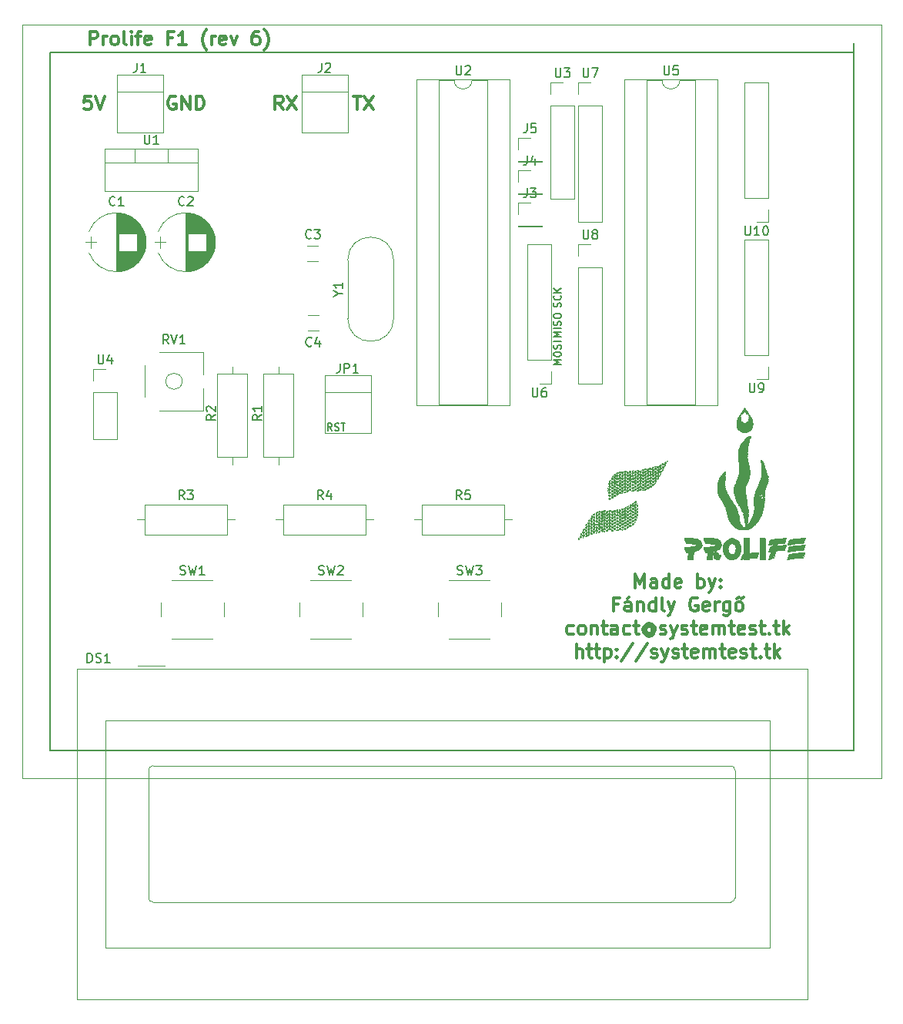
<source format=gbr>
%TF.GenerationSoftware,KiCad,Pcbnew,4.0.7*%
%TF.CreationDate,2018-06-04T18:26:45+03:00*%
%TF.ProjectId,circuit,636972637569742E6B696361645F7063,6*%
%TF.FileFunction,Legend,Top*%
%FSLAX46Y46*%
G04 Gerber Fmt 4.6, Leading zero omitted, Abs format (unit mm)*
G04 Created by KiCad (PCBNEW 4.0.7) date 06/04/18 18:26:45*
%MOMM*%
%LPD*%
G01*
G04 APERTURE LIST*
%ADD10C,0.100000*%
%ADD11C,0.300000*%
%ADD12C,0.200000*%
%ADD13C,0.120000*%
%ADD14C,0.010000*%
%ADD15C,0.150000*%
G04 APERTURE END LIST*
D10*
D11*
X23706573Y-16426571D02*
X23706573Y-14926571D01*
X24278001Y-14926571D01*
X24420859Y-14998000D01*
X24492287Y-15069429D01*
X24563716Y-15212286D01*
X24563716Y-15426571D01*
X24492287Y-15569429D01*
X24420859Y-15640857D01*
X24278001Y-15712286D01*
X23706573Y-15712286D01*
X25206573Y-16426571D02*
X25206573Y-15426571D01*
X25206573Y-15712286D02*
X25278001Y-15569429D01*
X25349430Y-15498000D01*
X25492287Y-15426571D01*
X25635144Y-15426571D01*
X26349430Y-16426571D02*
X26206572Y-16355143D01*
X26135144Y-16283714D01*
X26063715Y-16140857D01*
X26063715Y-15712286D01*
X26135144Y-15569429D01*
X26206572Y-15498000D01*
X26349430Y-15426571D01*
X26563715Y-15426571D01*
X26706572Y-15498000D01*
X26778001Y-15569429D01*
X26849430Y-15712286D01*
X26849430Y-16140857D01*
X26778001Y-16283714D01*
X26706572Y-16355143D01*
X26563715Y-16426571D01*
X26349430Y-16426571D01*
X27706573Y-16426571D02*
X27563715Y-16355143D01*
X27492287Y-16212286D01*
X27492287Y-14926571D01*
X28278001Y-16426571D02*
X28278001Y-15426571D01*
X28278001Y-14926571D02*
X28206572Y-14998000D01*
X28278001Y-15069429D01*
X28349429Y-14998000D01*
X28278001Y-14926571D01*
X28278001Y-15069429D01*
X28778001Y-15426571D02*
X29349430Y-15426571D01*
X28992287Y-16426571D02*
X28992287Y-15140857D01*
X29063715Y-14998000D01*
X29206573Y-14926571D01*
X29349430Y-14926571D01*
X30420858Y-16355143D02*
X30278001Y-16426571D01*
X29992287Y-16426571D01*
X29849430Y-16355143D01*
X29778001Y-16212286D01*
X29778001Y-15640857D01*
X29849430Y-15498000D01*
X29992287Y-15426571D01*
X30278001Y-15426571D01*
X30420858Y-15498000D01*
X30492287Y-15640857D01*
X30492287Y-15783714D01*
X29778001Y-15926571D01*
X32778001Y-15640857D02*
X32278001Y-15640857D01*
X32278001Y-16426571D02*
X32278001Y-14926571D01*
X32992287Y-14926571D01*
X34349429Y-16426571D02*
X33492286Y-16426571D01*
X33920858Y-16426571D02*
X33920858Y-14926571D01*
X33778001Y-15140857D01*
X33635143Y-15283714D01*
X33492286Y-15355143D01*
X36563714Y-16998000D02*
X36492286Y-16926571D01*
X36349429Y-16712286D01*
X36278000Y-16569429D01*
X36206571Y-16355143D01*
X36135143Y-15998000D01*
X36135143Y-15712286D01*
X36206571Y-15355143D01*
X36278000Y-15140857D01*
X36349429Y-14998000D01*
X36492286Y-14783714D01*
X36563714Y-14712286D01*
X37135143Y-16426571D02*
X37135143Y-15426571D01*
X37135143Y-15712286D02*
X37206571Y-15569429D01*
X37278000Y-15498000D01*
X37420857Y-15426571D01*
X37563714Y-15426571D01*
X38635142Y-16355143D02*
X38492285Y-16426571D01*
X38206571Y-16426571D01*
X38063714Y-16355143D01*
X37992285Y-16212286D01*
X37992285Y-15640857D01*
X38063714Y-15498000D01*
X38206571Y-15426571D01*
X38492285Y-15426571D01*
X38635142Y-15498000D01*
X38706571Y-15640857D01*
X38706571Y-15783714D01*
X37992285Y-15926571D01*
X39206571Y-15426571D02*
X39563714Y-16426571D01*
X39920856Y-15426571D01*
X42277999Y-14926571D02*
X41992285Y-14926571D01*
X41849428Y-14998000D01*
X41777999Y-15069429D01*
X41635142Y-15283714D01*
X41563713Y-15569429D01*
X41563713Y-16140857D01*
X41635142Y-16283714D01*
X41706570Y-16355143D01*
X41849428Y-16426571D01*
X42135142Y-16426571D01*
X42277999Y-16355143D01*
X42349428Y-16283714D01*
X42420856Y-16140857D01*
X42420856Y-15783714D01*
X42349428Y-15640857D01*
X42277999Y-15569429D01*
X42135142Y-15498000D01*
X41849428Y-15498000D01*
X41706570Y-15569429D01*
X41635142Y-15640857D01*
X41563713Y-15783714D01*
X42920856Y-16998000D02*
X42992284Y-16926571D01*
X43135141Y-16712286D01*
X43206570Y-16569429D01*
X43277999Y-16355143D01*
X43349427Y-15998000D01*
X43349427Y-15712286D01*
X43277999Y-15355143D01*
X43206570Y-15140857D01*
X43135141Y-14998000D01*
X42992284Y-14783714D01*
X42920856Y-14712286D01*
D12*
X107696000Y-93980000D02*
X19304000Y-93980000D01*
X107696000Y-17272000D02*
X107696000Y-93980000D01*
X50361905Y-58781905D02*
X50095238Y-58400952D01*
X49904762Y-58781905D02*
X49904762Y-57981905D01*
X50209524Y-57981905D01*
X50285715Y-58020000D01*
X50323810Y-58058095D01*
X50361905Y-58134286D01*
X50361905Y-58248571D01*
X50323810Y-58324762D01*
X50285715Y-58362857D01*
X50209524Y-58400952D01*
X49904762Y-58400952D01*
X50666667Y-58743810D02*
X50780953Y-58781905D01*
X50971429Y-58781905D01*
X51047619Y-58743810D01*
X51085715Y-58705714D01*
X51123810Y-58629524D01*
X51123810Y-58553333D01*
X51085715Y-58477143D01*
X51047619Y-58439048D01*
X50971429Y-58400952D01*
X50819048Y-58362857D01*
X50742857Y-58324762D01*
X50704762Y-58286667D01*
X50666667Y-58210476D01*
X50666667Y-58134286D01*
X50704762Y-58058095D01*
X50742857Y-58020000D01*
X50819048Y-57981905D01*
X51009524Y-57981905D01*
X51123810Y-58020000D01*
X51352381Y-57981905D02*
X51809524Y-57981905D01*
X51580953Y-58781905D02*
X51580953Y-57981905D01*
X75507810Y-45224571D02*
X75545905Y-45110285D01*
X75545905Y-44919809D01*
X75507810Y-44843619D01*
X75469714Y-44805523D01*
X75393524Y-44767428D01*
X75317333Y-44767428D01*
X75241143Y-44805523D01*
X75203048Y-44843619D01*
X75164952Y-44919809D01*
X75126857Y-45072190D01*
X75088762Y-45148381D01*
X75050667Y-45186476D01*
X74974476Y-45224571D01*
X74898286Y-45224571D01*
X74822095Y-45186476D01*
X74784000Y-45148381D01*
X74745905Y-45072190D01*
X74745905Y-44881714D01*
X74784000Y-44767428D01*
X75469714Y-43967428D02*
X75507810Y-44005523D01*
X75545905Y-44119809D01*
X75545905Y-44195999D01*
X75507810Y-44310285D01*
X75431619Y-44386476D01*
X75355429Y-44424571D01*
X75203048Y-44462666D01*
X75088762Y-44462666D01*
X74936381Y-44424571D01*
X74860190Y-44386476D01*
X74784000Y-44310285D01*
X74745905Y-44195999D01*
X74745905Y-44119809D01*
X74784000Y-44005523D01*
X74822095Y-43967428D01*
X75545905Y-43624571D02*
X74745905Y-43624571D01*
X75545905Y-43167428D02*
X75088762Y-43510285D01*
X74745905Y-43167428D02*
X75203048Y-43624571D01*
X75545905Y-51549143D02*
X74745905Y-51549143D01*
X75317333Y-51282476D01*
X74745905Y-51015809D01*
X75545905Y-51015809D01*
X74745905Y-50482476D02*
X74745905Y-50330095D01*
X74784000Y-50253904D01*
X74860190Y-50177714D01*
X75012571Y-50139619D01*
X75279238Y-50139619D01*
X75431619Y-50177714D01*
X75507810Y-50253904D01*
X75545905Y-50330095D01*
X75545905Y-50482476D01*
X75507810Y-50558666D01*
X75431619Y-50634857D01*
X75279238Y-50672952D01*
X75012571Y-50672952D01*
X74860190Y-50634857D01*
X74784000Y-50558666D01*
X74745905Y-50482476D01*
X75507810Y-49834857D02*
X75545905Y-49720571D01*
X75545905Y-49530095D01*
X75507810Y-49453905D01*
X75469714Y-49415809D01*
X75393524Y-49377714D01*
X75317333Y-49377714D01*
X75241143Y-49415809D01*
X75203048Y-49453905D01*
X75164952Y-49530095D01*
X75126857Y-49682476D01*
X75088762Y-49758667D01*
X75050667Y-49796762D01*
X74974476Y-49834857D01*
X74898286Y-49834857D01*
X74822095Y-49796762D01*
X74784000Y-49758667D01*
X74745905Y-49682476D01*
X74745905Y-49492000D01*
X74784000Y-49377714D01*
X75545905Y-49034857D02*
X74745905Y-49034857D01*
X75545905Y-48501143D02*
X74745905Y-48501143D01*
X75317333Y-48234476D01*
X74745905Y-47967809D01*
X75545905Y-47967809D01*
X75545905Y-47586857D02*
X74745905Y-47586857D01*
X75507810Y-47244000D02*
X75545905Y-47129714D01*
X75545905Y-46939238D01*
X75507810Y-46863048D01*
X75469714Y-46824952D01*
X75393524Y-46786857D01*
X75317333Y-46786857D01*
X75241143Y-46824952D01*
X75203048Y-46863048D01*
X75164952Y-46939238D01*
X75126857Y-47091619D01*
X75088762Y-47167810D01*
X75050667Y-47205905D01*
X74974476Y-47244000D01*
X74898286Y-47244000D01*
X74822095Y-47205905D01*
X74784000Y-47167810D01*
X74745905Y-47091619D01*
X74745905Y-46901143D01*
X74784000Y-46786857D01*
X74745905Y-46291619D02*
X74745905Y-46139238D01*
X74784000Y-46063047D01*
X74860190Y-45986857D01*
X75012571Y-45948762D01*
X75279238Y-45948762D01*
X75431619Y-45986857D01*
X75507810Y-46063047D01*
X75545905Y-46139238D01*
X75545905Y-46291619D01*
X75507810Y-46367809D01*
X75431619Y-46444000D01*
X75279238Y-46482095D01*
X75012571Y-46482095D01*
X74860190Y-46444000D01*
X74784000Y-46367809D01*
X74745905Y-46291619D01*
D11*
X52705143Y-22038571D02*
X53562286Y-22038571D01*
X53133715Y-23538571D02*
X53133715Y-22038571D01*
X53919429Y-22038571D02*
X54919429Y-23538571D01*
X54919429Y-22038571D02*
X53919429Y-23538571D01*
X44962001Y-23538571D02*
X44462001Y-22824286D01*
X44104858Y-23538571D02*
X44104858Y-22038571D01*
X44676286Y-22038571D01*
X44819144Y-22110000D01*
X44890572Y-22181429D01*
X44962001Y-22324286D01*
X44962001Y-22538571D01*
X44890572Y-22681429D01*
X44819144Y-22752857D01*
X44676286Y-22824286D01*
X44104858Y-22824286D01*
X45462001Y-22038571D02*
X46462001Y-23538571D01*
X46462001Y-22038571D02*
X45462001Y-23538571D01*
D10*
X16256000Y-97028000D02*
X110744000Y-97028000D01*
X110744000Y-14224000D02*
X16256000Y-14224000D01*
X110744000Y-97028000D02*
X110744000Y-14224000D01*
X16256000Y-97028000D02*
X16256000Y-14224000D01*
D12*
X19304000Y-17272000D02*
X19304000Y-93980000D01*
X107696000Y-17272000D02*
X107696000Y-16256000D01*
X19304000Y-17272000D02*
X107696000Y-17272000D01*
D11*
X83713429Y-76101571D02*
X83713429Y-74601571D01*
X84213429Y-75673000D01*
X84713429Y-74601571D01*
X84713429Y-76101571D01*
X86070572Y-76101571D02*
X86070572Y-75315857D01*
X85999143Y-75173000D01*
X85856286Y-75101571D01*
X85570572Y-75101571D01*
X85427715Y-75173000D01*
X86070572Y-76030143D02*
X85927715Y-76101571D01*
X85570572Y-76101571D01*
X85427715Y-76030143D01*
X85356286Y-75887286D01*
X85356286Y-75744429D01*
X85427715Y-75601571D01*
X85570572Y-75530143D01*
X85927715Y-75530143D01*
X86070572Y-75458714D01*
X87427715Y-76101571D02*
X87427715Y-74601571D01*
X87427715Y-76030143D02*
X87284858Y-76101571D01*
X86999144Y-76101571D01*
X86856286Y-76030143D01*
X86784858Y-75958714D01*
X86713429Y-75815857D01*
X86713429Y-75387286D01*
X86784858Y-75244429D01*
X86856286Y-75173000D01*
X86999144Y-75101571D01*
X87284858Y-75101571D01*
X87427715Y-75173000D01*
X88713429Y-76030143D02*
X88570572Y-76101571D01*
X88284858Y-76101571D01*
X88142001Y-76030143D01*
X88070572Y-75887286D01*
X88070572Y-75315857D01*
X88142001Y-75173000D01*
X88284858Y-75101571D01*
X88570572Y-75101571D01*
X88713429Y-75173000D01*
X88784858Y-75315857D01*
X88784858Y-75458714D01*
X88070572Y-75601571D01*
X90570572Y-76101571D02*
X90570572Y-74601571D01*
X90570572Y-75173000D02*
X90713429Y-75101571D01*
X90999143Y-75101571D01*
X91142000Y-75173000D01*
X91213429Y-75244429D01*
X91284858Y-75387286D01*
X91284858Y-75815857D01*
X91213429Y-75958714D01*
X91142000Y-76030143D01*
X90999143Y-76101571D01*
X90713429Y-76101571D01*
X90570572Y-76030143D01*
X91784858Y-75101571D02*
X92142001Y-76101571D01*
X92499143Y-75101571D02*
X92142001Y-76101571D01*
X91999143Y-76458714D01*
X91927715Y-76530143D01*
X91784858Y-76601571D01*
X93070572Y-75958714D02*
X93142000Y-76030143D01*
X93070572Y-76101571D01*
X92999143Y-76030143D01*
X93070572Y-75958714D01*
X93070572Y-76101571D01*
X93070572Y-75173000D02*
X93142000Y-75244429D01*
X93070572Y-75315857D01*
X92999143Y-75244429D01*
X93070572Y-75173000D01*
X93070572Y-75315857D01*
X81820572Y-77865857D02*
X81320572Y-77865857D01*
X81320572Y-78651571D02*
X81320572Y-77151571D01*
X82034858Y-77151571D01*
X83249143Y-78651571D02*
X83249143Y-77865857D01*
X83177714Y-77723000D01*
X83034857Y-77651571D01*
X82749143Y-77651571D01*
X82606286Y-77723000D01*
X83249143Y-78580143D02*
X83106286Y-78651571D01*
X82749143Y-78651571D01*
X82606286Y-78580143D01*
X82534857Y-78437286D01*
X82534857Y-78294429D01*
X82606286Y-78151571D01*
X82749143Y-78080143D01*
X83106286Y-78080143D01*
X83249143Y-78008714D01*
X83034857Y-77080143D02*
X82820572Y-77294429D01*
X83963429Y-77651571D02*
X83963429Y-78651571D01*
X83963429Y-77794429D02*
X84034857Y-77723000D01*
X84177715Y-77651571D01*
X84392000Y-77651571D01*
X84534857Y-77723000D01*
X84606286Y-77865857D01*
X84606286Y-78651571D01*
X85963429Y-78651571D02*
X85963429Y-77151571D01*
X85963429Y-78580143D02*
X85820572Y-78651571D01*
X85534858Y-78651571D01*
X85392000Y-78580143D01*
X85320572Y-78508714D01*
X85249143Y-78365857D01*
X85249143Y-77937286D01*
X85320572Y-77794429D01*
X85392000Y-77723000D01*
X85534858Y-77651571D01*
X85820572Y-77651571D01*
X85963429Y-77723000D01*
X86892001Y-78651571D02*
X86749143Y-78580143D01*
X86677715Y-78437286D01*
X86677715Y-77151571D01*
X87320572Y-77651571D02*
X87677715Y-78651571D01*
X88034857Y-77651571D02*
X87677715Y-78651571D01*
X87534857Y-79008714D01*
X87463429Y-79080143D01*
X87320572Y-79151571D01*
X90534857Y-77223000D02*
X90392000Y-77151571D01*
X90177714Y-77151571D01*
X89963429Y-77223000D01*
X89820571Y-77365857D01*
X89749143Y-77508714D01*
X89677714Y-77794429D01*
X89677714Y-78008714D01*
X89749143Y-78294429D01*
X89820571Y-78437286D01*
X89963429Y-78580143D01*
X90177714Y-78651571D01*
X90320571Y-78651571D01*
X90534857Y-78580143D01*
X90606286Y-78508714D01*
X90606286Y-78008714D01*
X90320571Y-78008714D01*
X91820571Y-78580143D02*
X91677714Y-78651571D01*
X91392000Y-78651571D01*
X91249143Y-78580143D01*
X91177714Y-78437286D01*
X91177714Y-77865857D01*
X91249143Y-77723000D01*
X91392000Y-77651571D01*
X91677714Y-77651571D01*
X91820571Y-77723000D01*
X91892000Y-77865857D01*
X91892000Y-78008714D01*
X91177714Y-78151571D01*
X92534857Y-78651571D02*
X92534857Y-77651571D01*
X92534857Y-77937286D02*
X92606285Y-77794429D01*
X92677714Y-77723000D01*
X92820571Y-77651571D01*
X92963428Y-77651571D01*
X94106285Y-77651571D02*
X94106285Y-78865857D01*
X94034856Y-79008714D01*
X93963428Y-79080143D01*
X93820571Y-79151571D01*
X93606285Y-79151571D01*
X93463428Y-79080143D01*
X94106285Y-78580143D02*
X93963428Y-78651571D01*
X93677714Y-78651571D01*
X93534856Y-78580143D01*
X93463428Y-78508714D01*
X93391999Y-78365857D01*
X93391999Y-77937286D01*
X93463428Y-77794429D01*
X93534856Y-77723000D01*
X93677714Y-77651571D01*
X93963428Y-77651571D01*
X94106285Y-77723000D01*
X95034857Y-78651571D02*
X94891999Y-78580143D01*
X94820571Y-78508714D01*
X94749142Y-78365857D01*
X94749142Y-77937286D01*
X94820571Y-77794429D01*
X94891999Y-77723000D01*
X95034857Y-77651571D01*
X95249142Y-77651571D01*
X95391999Y-77723000D01*
X95463428Y-77794429D01*
X95534857Y-77937286D01*
X95534857Y-78365857D01*
X95463428Y-78508714D01*
X95391999Y-78580143D01*
X95249142Y-78651571D01*
X95034857Y-78651571D01*
X95106285Y-77080143D02*
X94891999Y-77294429D01*
X95606285Y-77080143D02*
X95391999Y-77294429D01*
X76892000Y-81130143D02*
X76749143Y-81201571D01*
X76463429Y-81201571D01*
X76320571Y-81130143D01*
X76249143Y-81058714D01*
X76177714Y-80915857D01*
X76177714Y-80487286D01*
X76249143Y-80344429D01*
X76320571Y-80273000D01*
X76463429Y-80201571D01*
X76749143Y-80201571D01*
X76892000Y-80273000D01*
X77749143Y-81201571D02*
X77606285Y-81130143D01*
X77534857Y-81058714D01*
X77463428Y-80915857D01*
X77463428Y-80487286D01*
X77534857Y-80344429D01*
X77606285Y-80273000D01*
X77749143Y-80201571D01*
X77963428Y-80201571D01*
X78106285Y-80273000D01*
X78177714Y-80344429D01*
X78249143Y-80487286D01*
X78249143Y-80915857D01*
X78177714Y-81058714D01*
X78106285Y-81130143D01*
X77963428Y-81201571D01*
X77749143Y-81201571D01*
X78892000Y-80201571D02*
X78892000Y-81201571D01*
X78892000Y-80344429D02*
X78963428Y-80273000D01*
X79106286Y-80201571D01*
X79320571Y-80201571D01*
X79463428Y-80273000D01*
X79534857Y-80415857D01*
X79534857Y-81201571D01*
X80034857Y-80201571D02*
X80606286Y-80201571D01*
X80249143Y-79701571D02*
X80249143Y-80987286D01*
X80320571Y-81130143D01*
X80463429Y-81201571D01*
X80606286Y-81201571D01*
X81749143Y-81201571D02*
X81749143Y-80415857D01*
X81677714Y-80273000D01*
X81534857Y-80201571D01*
X81249143Y-80201571D01*
X81106286Y-80273000D01*
X81749143Y-81130143D02*
X81606286Y-81201571D01*
X81249143Y-81201571D01*
X81106286Y-81130143D01*
X81034857Y-80987286D01*
X81034857Y-80844429D01*
X81106286Y-80701571D01*
X81249143Y-80630143D01*
X81606286Y-80630143D01*
X81749143Y-80558714D01*
X83106286Y-81130143D02*
X82963429Y-81201571D01*
X82677715Y-81201571D01*
X82534857Y-81130143D01*
X82463429Y-81058714D01*
X82392000Y-80915857D01*
X82392000Y-80487286D01*
X82463429Y-80344429D01*
X82534857Y-80273000D01*
X82677715Y-80201571D01*
X82963429Y-80201571D01*
X83106286Y-80273000D01*
X83534857Y-80201571D02*
X84106286Y-80201571D01*
X83749143Y-79701571D02*
X83749143Y-80987286D01*
X83820571Y-81130143D01*
X83963429Y-81201571D01*
X84106286Y-81201571D01*
X85534857Y-80487286D02*
X85463429Y-80415857D01*
X85320572Y-80344429D01*
X85177714Y-80344429D01*
X85034857Y-80415857D01*
X84963429Y-80487286D01*
X84892000Y-80630143D01*
X84892000Y-80773000D01*
X84963429Y-80915857D01*
X85034857Y-80987286D01*
X85177714Y-81058714D01*
X85320572Y-81058714D01*
X85463429Y-80987286D01*
X85534857Y-80915857D01*
X85534857Y-80344429D02*
X85534857Y-80915857D01*
X85606286Y-80987286D01*
X85677714Y-80987286D01*
X85820572Y-80915857D01*
X85892000Y-80773000D01*
X85892000Y-80415857D01*
X85749143Y-80201571D01*
X85534857Y-80058714D01*
X85249143Y-79987286D01*
X84963429Y-80058714D01*
X84749143Y-80201571D01*
X84606286Y-80415857D01*
X84534857Y-80701571D01*
X84606286Y-80987286D01*
X84749143Y-81201571D01*
X84963429Y-81344429D01*
X85249143Y-81415857D01*
X85534857Y-81344429D01*
X85749143Y-81201571D01*
X86463428Y-81130143D02*
X86606285Y-81201571D01*
X86892000Y-81201571D01*
X87034857Y-81130143D01*
X87106285Y-80987286D01*
X87106285Y-80915857D01*
X87034857Y-80773000D01*
X86892000Y-80701571D01*
X86677714Y-80701571D01*
X86534857Y-80630143D01*
X86463428Y-80487286D01*
X86463428Y-80415857D01*
X86534857Y-80273000D01*
X86677714Y-80201571D01*
X86892000Y-80201571D01*
X87034857Y-80273000D01*
X87606286Y-80201571D02*
X87963429Y-81201571D01*
X88320571Y-80201571D02*
X87963429Y-81201571D01*
X87820571Y-81558714D01*
X87749143Y-81630143D01*
X87606286Y-81701571D01*
X88820571Y-81130143D02*
X88963428Y-81201571D01*
X89249143Y-81201571D01*
X89392000Y-81130143D01*
X89463428Y-80987286D01*
X89463428Y-80915857D01*
X89392000Y-80773000D01*
X89249143Y-80701571D01*
X89034857Y-80701571D01*
X88892000Y-80630143D01*
X88820571Y-80487286D01*
X88820571Y-80415857D01*
X88892000Y-80273000D01*
X89034857Y-80201571D01*
X89249143Y-80201571D01*
X89392000Y-80273000D01*
X89892000Y-80201571D02*
X90463429Y-80201571D01*
X90106286Y-79701571D02*
X90106286Y-80987286D01*
X90177714Y-81130143D01*
X90320572Y-81201571D01*
X90463429Y-81201571D01*
X91534857Y-81130143D02*
X91392000Y-81201571D01*
X91106286Y-81201571D01*
X90963429Y-81130143D01*
X90892000Y-80987286D01*
X90892000Y-80415857D01*
X90963429Y-80273000D01*
X91106286Y-80201571D01*
X91392000Y-80201571D01*
X91534857Y-80273000D01*
X91606286Y-80415857D01*
X91606286Y-80558714D01*
X90892000Y-80701571D01*
X92249143Y-81201571D02*
X92249143Y-80201571D01*
X92249143Y-80344429D02*
X92320571Y-80273000D01*
X92463429Y-80201571D01*
X92677714Y-80201571D01*
X92820571Y-80273000D01*
X92892000Y-80415857D01*
X92892000Y-81201571D01*
X92892000Y-80415857D02*
X92963429Y-80273000D01*
X93106286Y-80201571D01*
X93320571Y-80201571D01*
X93463429Y-80273000D01*
X93534857Y-80415857D01*
X93534857Y-81201571D01*
X94034857Y-80201571D02*
X94606286Y-80201571D01*
X94249143Y-79701571D02*
X94249143Y-80987286D01*
X94320571Y-81130143D01*
X94463429Y-81201571D01*
X94606286Y-81201571D01*
X95677714Y-81130143D02*
X95534857Y-81201571D01*
X95249143Y-81201571D01*
X95106286Y-81130143D01*
X95034857Y-80987286D01*
X95034857Y-80415857D01*
X95106286Y-80273000D01*
X95249143Y-80201571D01*
X95534857Y-80201571D01*
X95677714Y-80273000D01*
X95749143Y-80415857D01*
X95749143Y-80558714D01*
X95034857Y-80701571D01*
X96320571Y-81130143D02*
X96463428Y-81201571D01*
X96749143Y-81201571D01*
X96892000Y-81130143D01*
X96963428Y-80987286D01*
X96963428Y-80915857D01*
X96892000Y-80773000D01*
X96749143Y-80701571D01*
X96534857Y-80701571D01*
X96392000Y-80630143D01*
X96320571Y-80487286D01*
X96320571Y-80415857D01*
X96392000Y-80273000D01*
X96534857Y-80201571D01*
X96749143Y-80201571D01*
X96892000Y-80273000D01*
X97392000Y-80201571D02*
X97963429Y-80201571D01*
X97606286Y-79701571D02*
X97606286Y-80987286D01*
X97677714Y-81130143D01*
X97820572Y-81201571D01*
X97963429Y-81201571D01*
X98463429Y-81058714D02*
X98534857Y-81130143D01*
X98463429Y-81201571D01*
X98392000Y-81130143D01*
X98463429Y-81058714D01*
X98463429Y-81201571D01*
X98963429Y-80201571D02*
X99534858Y-80201571D01*
X99177715Y-79701571D02*
X99177715Y-80987286D01*
X99249143Y-81130143D01*
X99392001Y-81201571D01*
X99534858Y-81201571D01*
X100034858Y-81201571D02*
X100034858Y-79701571D01*
X100177715Y-80630143D02*
X100606286Y-81201571D01*
X100606286Y-80201571D02*
X100034858Y-80773000D01*
X77249142Y-83751571D02*
X77249142Y-82251571D01*
X77891999Y-83751571D02*
X77891999Y-82965857D01*
X77820570Y-82823000D01*
X77677713Y-82751571D01*
X77463428Y-82751571D01*
X77320570Y-82823000D01*
X77249142Y-82894429D01*
X78391999Y-82751571D02*
X78963428Y-82751571D01*
X78606285Y-82251571D02*
X78606285Y-83537286D01*
X78677713Y-83680143D01*
X78820571Y-83751571D01*
X78963428Y-83751571D01*
X79249142Y-82751571D02*
X79820571Y-82751571D01*
X79463428Y-82251571D02*
X79463428Y-83537286D01*
X79534856Y-83680143D01*
X79677714Y-83751571D01*
X79820571Y-83751571D01*
X80320571Y-82751571D02*
X80320571Y-84251571D01*
X80320571Y-82823000D02*
X80463428Y-82751571D01*
X80749142Y-82751571D01*
X80891999Y-82823000D01*
X80963428Y-82894429D01*
X81034857Y-83037286D01*
X81034857Y-83465857D01*
X80963428Y-83608714D01*
X80891999Y-83680143D01*
X80749142Y-83751571D01*
X80463428Y-83751571D01*
X80320571Y-83680143D01*
X81677714Y-83608714D02*
X81749142Y-83680143D01*
X81677714Y-83751571D01*
X81606285Y-83680143D01*
X81677714Y-83608714D01*
X81677714Y-83751571D01*
X81677714Y-82823000D02*
X81749142Y-82894429D01*
X81677714Y-82965857D01*
X81606285Y-82894429D01*
X81677714Y-82823000D01*
X81677714Y-82965857D01*
X83463428Y-82180143D02*
X82177714Y-84108714D01*
X85034857Y-82180143D02*
X83749143Y-84108714D01*
X85463429Y-83680143D02*
X85606286Y-83751571D01*
X85892001Y-83751571D01*
X86034858Y-83680143D01*
X86106286Y-83537286D01*
X86106286Y-83465857D01*
X86034858Y-83323000D01*
X85892001Y-83251571D01*
X85677715Y-83251571D01*
X85534858Y-83180143D01*
X85463429Y-83037286D01*
X85463429Y-82965857D01*
X85534858Y-82823000D01*
X85677715Y-82751571D01*
X85892001Y-82751571D01*
X86034858Y-82823000D01*
X86606287Y-82751571D02*
X86963430Y-83751571D01*
X87320572Y-82751571D02*
X86963430Y-83751571D01*
X86820572Y-84108714D01*
X86749144Y-84180143D01*
X86606287Y-84251571D01*
X87820572Y-83680143D02*
X87963429Y-83751571D01*
X88249144Y-83751571D01*
X88392001Y-83680143D01*
X88463429Y-83537286D01*
X88463429Y-83465857D01*
X88392001Y-83323000D01*
X88249144Y-83251571D01*
X88034858Y-83251571D01*
X87892001Y-83180143D01*
X87820572Y-83037286D01*
X87820572Y-82965857D01*
X87892001Y-82823000D01*
X88034858Y-82751571D01*
X88249144Y-82751571D01*
X88392001Y-82823000D01*
X88892001Y-82751571D02*
X89463430Y-82751571D01*
X89106287Y-82251571D02*
X89106287Y-83537286D01*
X89177715Y-83680143D01*
X89320573Y-83751571D01*
X89463430Y-83751571D01*
X90534858Y-83680143D02*
X90392001Y-83751571D01*
X90106287Y-83751571D01*
X89963430Y-83680143D01*
X89892001Y-83537286D01*
X89892001Y-82965857D01*
X89963430Y-82823000D01*
X90106287Y-82751571D01*
X90392001Y-82751571D01*
X90534858Y-82823000D01*
X90606287Y-82965857D01*
X90606287Y-83108714D01*
X89892001Y-83251571D01*
X91249144Y-83751571D02*
X91249144Y-82751571D01*
X91249144Y-82894429D02*
X91320572Y-82823000D01*
X91463430Y-82751571D01*
X91677715Y-82751571D01*
X91820572Y-82823000D01*
X91892001Y-82965857D01*
X91892001Y-83751571D01*
X91892001Y-82965857D02*
X91963430Y-82823000D01*
X92106287Y-82751571D01*
X92320572Y-82751571D01*
X92463430Y-82823000D01*
X92534858Y-82965857D01*
X92534858Y-83751571D01*
X93034858Y-82751571D02*
X93606287Y-82751571D01*
X93249144Y-82251571D02*
X93249144Y-83537286D01*
X93320572Y-83680143D01*
X93463430Y-83751571D01*
X93606287Y-83751571D01*
X94677715Y-83680143D02*
X94534858Y-83751571D01*
X94249144Y-83751571D01*
X94106287Y-83680143D01*
X94034858Y-83537286D01*
X94034858Y-82965857D01*
X94106287Y-82823000D01*
X94249144Y-82751571D01*
X94534858Y-82751571D01*
X94677715Y-82823000D01*
X94749144Y-82965857D01*
X94749144Y-83108714D01*
X94034858Y-83251571D01*
X95320572Y-83680143D02*
X95463429Y-83751571D01*
X95749144Y-83751571D01*
X95892001Y-83680143D01*
X95963429Y-83537286D01*
X95963429Y-83465857D01*
X95892001Y-83323000D01*
X95749144Y-83251571D01*
X95534858Y-83251571D01*
X95392001Y-83180143D01*
X95320572Y-83037286D01*
X95320572Y-82965857D01*
X95392001Y-82823000D01*
X95534858Y-82751571D01*
X95749144Y-82751571D01*
X95892001Y-82823000D01*
X96392001Y-82751571D02*
X96963430Y-82751571D01*
X96606287Y-82251571D02*
X96606287Y-83537286D01*
X96677715Y-83680143D01*
X96820573Y-83751571D01*
X96963430Y-83751571D01*
X97463430Y-83608714D02*
X97534858Y-83680143D01*
X97463430Y-83751571D01*
X97392001Y-83680143D01*
X97463430Y-83608714D01*
X97463430Y-83751571D01*
X97963430Y-82751571D02*
X98534859Y-82751571D01*
X98177716Y-82251571D02*
X98177716Y-83537286D01*
X98249144Y-83680143D01*
X98392002Y-83751571D01*
X98534859Y-83751571D01*
X99034859Y-83751571D02*
X99034859Y-82251571D01*
X99177716Y-83180143D02*
X99606287Y-83751571D01*
X99606287Y-82751571D02*
X99034859Y-83323000D01*
X23844287Y-22038571D02*
X23130001Y-22038571D01*
X23058572Y-22752857D01*
X23130001Y-22681429D01*
X23272858Y-22610000D01*
X23630001Y-22610000D01*
X23772858Y-22681429D01*
X23844287Y-22752857D01*
X23915715Y-22895714D01*
X23915715Y-23252857D01*
X23844287Y-23395714D01*
X23772858Y-23467143D01*
X23630001Y-23538571D01*
X23272858Y-23538571D01*
X23130001Y-23467143D01*
X23058572Y-23395714D01*
X24344286Y-22038571D02*
X24844286Y-23538571D01*
X25344286Y-22038571D01*
X33147143Y-22110000D02*
X33004286Y-22038571D01*
X32790000Y-22038571D01*
X32575715Y-22110000D01*
X32432857Y-22252857D01*
X32361429Y-22395714D01*
X32290000Y-22681429D01*
X32290000Y-22895714D01*
X32361429Y-23181429D01*
X32432857Y-23324286D01*
X32575715Y-23467143D01*
X32790000Y-23538571D01*
X32932857Y-23538571D01*
X33147143Y-23467143D01*
X33218572Y-23395714D01*
X33218572Y-22895714D01*
X32932857Y-22895714D01*
X33861429Y-23538571D02*
X33861429Y-22038571D01*
X34718572Y-23538571D01*
X34718572Y-22038571D01*
X35432858Y-23538571D02*
X35432858Y-22038571D01*
X35790001Y-22038571D01*
X36004286Y-22110000D01*
X36147144Y-22252857D01*
X36218572Y-22395714D01*
X36290001Y-22681429D01*
X36290001Y-22895714D01*
X36218572Y-23181429D01*
X36147144Y-23324286D01*
X36004286Y-23467143D01*
X35790001Y-23538571D01*
X35432858Y-23538571D01*
D13*
X65770000Y-20260000D02*
G75*
G02X63770000Y-20260000I-1000000J0D01*
G01*
X63770000Y-20260000D02*
X62120000Y-20260000D01*
X62120000Y-20260000D02*
X62120000Y-55940000D01*
X62120000Y-55940000D02*
X67420000Y-55940000D01*
X67420000Y-55940000D02*
X67420000Y-20260000D01*
X67420000Y-20260000D02*
X65770000Y-20260000D01*
X59630000Y-20200000D02*
X59630000Y-56000000D01*
X59630000Y-56000000D02*
X69910000Y-56000000D01*
X69910000Y-56000000D02*
X69910000Y-20200000D01*
X69910000Y-20200000D02*
X59630000Y-20200000D01*
X74482000Y-38294000D02*
X71822000Y-38294000D01*
X74482000Y-51054000D02*
X74482000Y-38294000D01*
X71822000Y-51054000D02*
X71822000Y-38294000D01*
X74482000Y-51054000D02*
X71822000Y-51054000D01*
X74482000Y-52324000D02*
X74482000Y-53654000D01*
X74482000Y-53654000D02*
X73152000Y-53654000D01*
D14*
G36*
X77499953Y-70597449D02*
X77509127Y-70618673D01*
X77508642Y-70669868D01*
X77481470Y-70717965D01*
X77441489Y-70739000D01*
X77420983Y-70718750D01*
X77419200Y-70705754D01*
X77433313Y-70660306D01*
X77455485Y-70623204D01*
X77483963Y-70589848D01*
X77499953Y-70597449D01*
X77499953Y-70597449D01*
G37*
X77499953Y-70597449D02*
X77509127Y-70618673D01*
X77508642Y-70669868D01*
X77481470Y-70717965D01*
X77441489Y-70739000D01*
X77420983Y-70718750D01*
X77419200Y-70705754D01*
X77433313Y-70660306D01*
X77455485Y-70623204D01*
X77483963Y-70589848D01*
X77499953Y-70597449D01*
G36*
X77753947Y-70379008D02*
X77792656Y-70434734D01*
X77795799Y-70489951D01*
X77768573Y-70539538D01*
X77716673Y-70558950D01*
X77657505Y-70546473D01*
X77613363Y-70507923D01*
X77590531Y-70443005D01*
X77609311Y-70388818D01*
X77662975Y-70359705D01*
X77683683Y-70358000D01*
X77753947Y-70379008D01*
X77753947Y-70379008D01*
G37*
X77753947Y-70379008D02*
X77792656Y-70434734D01*
X77795799Y-70489951D01*
X77768573Y-70539538D01*
X77716673Y-70558950D01*
X77657505Y-70546473D01*
X77613363Y-70507923D01*
X77590531Y-70443005D01*
X77609311Y-70388818D01*
X77662975Y-70359705D01*
X77683683Y-70358000D01*
X77753947Y-70379008D01*
G36*
X77927200Y-70548500D02*
X77914500Y-70561200D01*
X77901800Y-70548500D01*
X77914500Y-70535800D01*
X77927200Y-70548500D01*
X77927200Y-70548500D01*
G37*
X77927200Y-70548500D02*
X77914500Y-70561200D01*
X77901800Y-70548500D01*
X77914500Y-70535800D01*
X77927200Y-70548500D01*
G36*
X78299734Y-70343607D02*
X78327972Y-70359014D01*
X78316767Y-70376703D01*
X78282800Y-70397036D01*
X78215365Y-70428056D01*
X78176521Y-70433137D01*
X78172288Y-70413512D01*
X78198840Y-70379870D01*
X78259614Y-70340982D01*
X78299734Y-70343607D01*
X78299734Y-70343607D01*
G37*
X78299734Y-70343607D02*
X78327972Y-70359014D01*
X78316767Y-70376703D01*
X78282800Y-70397036D01*
X78215365Y-70428056D01*
X78176521Y-70433137D01*
X78172288Y-70413512D01*
X78198840Y-70379870D01*
X78259614Y-70340982D01*
X78299734Y-70343607D01*
G36*
X78032809Y-70198336D02*
X78069662Y-70244350D01*
X78096601Y-70292829D01*
X78092328Y-70326163D01*
X78066311Y-70358650D01*
X78028311Y-70396061D01*
X77995815Y-70403207D01*
X77945365Y-70383471D01*
X77933550Y-70377799D01*
X77888046Y-70333379D01*
X77878280Y-70274428D01*
X77905199Y-70221178D01*
X77925530Y-70206493D01*
X77988101Y-70182838D01*
X78032809Y-70198336D01*
X78032809Y-70198336D01*
G37*
X78032809Y-70198336D02*
X78069662Y-70244350D01*
X78096601Y-70292829D01*
X78092328Y-70326163D01*
X78066311Y-70358650D01*
X78028311Y-70396061D01*
X77995815Y-70403207D01*
X77945365Y-70383471D01*
X77933550Y-70377799D01*
X77888046Y-70333379D01*
X77878280Y-70274428D01*
X77905199Y-70221178D01*
X77925530Y-70206493D01*
X77988101Y-70182838D01*
X78032809Y-70198336D01*
G36*
X78592684Y-70187930D02*
X78626643Y-70206383D01*
X78651841Y-70229791D01*
X78651421Y-70246956D01*
X78618032Y-70266813D01*
X78554545Y-70294028D01*
X78494468Y-70317572D01*
X78467732Y-70317999D01*
X78460831Y-70291843D01*
X78460600Y-70269924D01*
X78481513Y-70216603D01*
X78531780Y-70186885D01*
X78592684Y-70187930D01*
X78592684Y-70187930D01*
G37*
X78592684Y-70187930D02*
X78626643Y-70206383D01*
X78651841Y-70229791D01*
X78651421Y-70246956D01*
X78618032Y-70266813D01*
X78554545Y-70294028D01*
X78494468Y-70317572D01*
X78467732Y-70317999D01*
X78460831Y-70291843D01*
X78460600Y-70269924D01*
X78481513Y-70216603D01*
X78531780Y-70186885D01*
X78592684Y-70187930D01*
G36*
X77779757Y-70090133D02*
X77787500Y-70144216D01*
X77777841Y-70200857D01*
X77741858Y-70224337D01*
X77730350Y-70226416D01*
X77686119Y-70223126D01*
X77673200Y-70208561D01*
X77684528Y-70157747D01*
X77711107Y-70104328D01*
X77741825Y-70067163D01*
X77760126Y-70061008D01*
X77779757Y-70090133D01*
X77779757Y-70090133D01*
G37*
X77779757Y-70090133D02*
X77787500Y-70144216D01*
X77777841Y-70200857D01*
X77741858Y-70224337D01*
X77730350Y-70226416D01*
X77686119Y-70223126D01*
X77673200Y-70208561D01*
X77684528Y-70157747D01*
X77711107Y-70104328D01*
X77741825Y-70067163D01*
X77760126Y-70061008D01*
X77779757Y-70090133D01*
G36*
X78316507Y-70019515D02*
X78345837Y-70043665D01*
X78377773Y-70103899D01*
X78367428Y-70164259D01*
X78318249Y-70206912D01*
X78313952Y-70208587D01*
X78256421Y-70213736D01*
X78206002Y-70179602D01*
X78163725Y-70126463D01*
X78163481Y-70083478D01*
X78195714Y-70042314D01*
X78256293Y-70005649D01*
X78316507Y-70019515D01*
X78316507Y-70019515D01*
G37*
X78316507Y-70019515D02*
X78345837Y-70043665D01*
X78377773Y-70103899D01*
X78367428Y-70164259D01*
X78318249Y-70206912D01*
X78313952Y-70208587D01*
X78256421Y-70213736D01*
X78206002Y-70179602D01*
X78163725Y-70126463D01*
X78163481Y-70083478D01*
X78195714Y-70042314D01*
X78256293Y-70005649D01*
X78316507Y-70019515D01*
G36*
X78898744Y-70011174D02*
X78943760Y-70054250D01*
X78944068Y-70054823D01*
X78955583Y-70115500D01*
X78923520Y-70159762D01*
X78854372Y-70179772D01*
X78840201Y-70180200D01*
X78777649Y-70164970D01*
X78752313Y-70128181D01*
X78753095Y-70067307D01*
X78788021Y-70023590D01*
X78841701Y-70002916D01*
X78898744Y-70011174D01*
X78898744Y-70011174D01*
G37*
X78898744Y-70011174D02*
X78943760Y-70054250D01*
X78944068Y-70054823D01*
X78955583Y-70115500D01*
X78923520Y-70159762D01*
X78854372Y-70179772D01*
X78840201Y-70180200D01*
X78777649Y-70164970D01*
X78752313Y-70128181D01*
X78753095Y-70067307D01*
X78788021Y-70023590D01*
X78841701Y-70002916D01*
X78898744Y-70011174D01*
G36*
X78030896Y-69869690D02*
X78066043Y-69899853D01*
X78094367Y-69958293D01*
X78083247Y-70011890D01*
X78043638Y-70049438D01*
X77986497Y-70059732D01*
X77931126Y-70037851D01*
X77884686Y-69982238D01*
X77882081Y-69919804D01*
X77906879Y-69880480D01*
X77965931Y-69851745D01*
X78030896Y-69869690D01*
X78030896Y-69869690D01*
G37*
X78030896Y-69869690D02*
X78066043Y-69899853D01*
X78094367Y-69958293D01*
X78083247Y-70011890D01*
X78043638Y-70049438D01*
X77986497Y-70059732D01*
X77931126Y-70037851D01*
X77884686Y-69982238D01*
X77882081Y-69919804D01*
X77906879Y-69880480D01*
X77965931Y-69851745D01*
X78030896Y-69869690D01*
G36*
X78605043Y-69864265D02*
X78650218Y-69911149D01*
X78658734Y-69974825D01*
X78638149Y-70028048D01*
X78585425Y-70048134D01*
X78523942Y-70040397D01*
X78488226Y-70017782D01*
X78463032Y-69958264D01*
X78472727Y-69899290D01*
X78512215Y-69859954D01*
X78531848Y-69854400D01*
X78605043Y-69864265D01*
X78605043Y-69864265D01*
G37*
X78605043Y-69864265D02*
X78650218Y-69911149D01*
X78658734Y-69974825D01*
X78638149Y-70028048D01*
X78585425Y-70048134D01*
X78523942Y-70040397D01*
X78488226Y-70017782D01*
X78463032Y-69958264D01*
X78472727Y-69899290D01*
X78512215Y-69859954D01*
X78531848Y-69854400D01*
X78605043Y-69864265D01*
G36*
X79143369Y-69836059D02*
X79183849Y-69859937D01*
X79234814Y-69913195D01*
X79244432Y-69970696D01*
X79211501Y-70019058D01*
X79198869Y-70026906D01*
X79156491Y-70047919D01*
X79127983Y-70047207D01*
X79087748Y-70022012D01*
X79075851Y-70013659D01*
X79027559Y-69963663D01*
X79029062Y-69912418D01*
X79069549Y-69863288D01*
X79108985Y-69833771D01*
X79143369Y-69836059D01*
X79143369Y-69836059D01*
G37*
X79143369Y-69836059D02*
X79183849Y-69859937D01*
X79234814Y-69913195D01*
X79244432Y-69970696D01*
X79211501Y-70019058D01*
X79198869Y-70026906D01*
X79156491Y-70047919D01*
X79127983Y-70047207D01*
X79087748Y-70022012D01*
X79075851Y-70013659D01*
X79027559Y-69963663D01*
X79029062Y-69912418D01*
X79069549Y-69863288D01*
X79108985Y-69833771D01*
X79143369Y-69836059D01*
G36*
X79433649Y-70004931D02*
X79485998Y-70007609D01*
X79490902Y-70013724D01*
X79451705Y-70027638D01*
X79451200Y-70027800D01*
X79372889Y-70047943D01*
X79335622Y-70045608D01*
X79336900Y-70027800D01*
X79370869Y-70010826D01*
X79431286Y-70004868D01*
X79433649Y-70004931D01*
X79433649Y-70004931D01*
G37*
X79433649Y-70004931D02*
X79485998Y-70007609D01*
X79490902Y-70013724D01*
X79451705Y-70027638D01*
X79451200Y-70027800D01*
X79372889Y-70047943D01*
X79335622Y-70045608D01*
X79336900Y-70027800D01*
X79370869Y-70010826D01*
X79431286Y-70004868D01*
X79433649Y-70004931D01*
G36*
X79767947Y-69849375D02*
X79804774Y-69898393D01*
X79795354Y-69939714D01*
X79744194Y-69967748D01*
X79665022Y-69977000D01*
X79616388Y-69964327D01*
X79603600Y-69925655D01*
X79625184Y-69874020D01*
X79676037Y-69840351D01*
X79735308Y-69834324D01*
X79767947Y-69849375D01*
X79767947Y-69849375D01*
G37*
X79767947Y-69849375D02*
X79804774Y-69898393D01*
X79795354Y-69939714D01*
X79744194Y-69967748D01*
X79665022Y-69977000D01*
X79616388Y-69964327D01*
X79603600Y-69925655D01*
X79625184Y-69874020D01*
X79676037Y-69840351D01*
X79735308Y-69834324D01*
X79767947Y-69849375D01*
G36*
X78352675Y-69714780D02*
X78375350Y-69768560D01*
X78360394Y-69830653D01*
X78344652Y-69851820D01*
X78303120Y-69890946D01*
X78269748Y-69893717D01*
X78227043Y-69858755D01*
X78210309Y-69841248D01*
X78172355Y-69777653D01*
X78178806Y-69722578D01*
X78228342Y-69686085D01*
X78230768Y-69685290D01*
X78301453Y-69682596D01*
X78352675Y-69714780D01*
X78352675Y-69714780D01*
G37*
X78352675Y-69714780D02*
X78375350Y-69768560D01*
X78360394Y-69830653D01*
X78344652Y-69851820D01*
X78303120Y-69890946D01*
X78269748Y-69893717D01*
X78227043Y-69858755D01*
X78210309Y-69841248D01*
X78172355Y-69777653D01*
X78178806Y-69722578D01*
X78228342Y-69686085D01*
X78230768Y-69685290D01*
X78301453Y-69682596D01*
X78352675Y-69714780D01*
G36*
X78899290Y-69699555D02*
X78934953Y-69739097D01*
X78957330Y-69784560D01*
X78944163Y-69818943D01*
X78929823Y-69834347D01*
X78868627Y-69871946D01*
X78808599Y-69858971D01*
X78779914Y-69835485D01*
X78743141Y-69775292D01*
X78756481Y-69719828D01*
X78776879Y-69698612D01*
X78837607Y-69675918D01*
X78899290Y-69699555D01*
X78899290Y-69699555D01*
G37*
X78899290Y-69699555D02*
X78934953Y-69739097D01*
X78957330Y-69784560D01*
X78944163Y-69818943D01*
X78929823Y-69834347D01*
X78868627Y-69871946D01*
X78808599Y-69858971D01*
X78779914Y-69835485D01*
X78743141Y-69775292D01*
X78756481Y-69719828D01*
X78776879Y-69698612D01*
X78837607Y-69675918D01*
X78899290Y-69699555D01*
G36*
X79459351Y-69661318D02*
X79462279Y-69662392D01*
X79502364Y-69701189D01*
X79520348Y-69763236D01*
X79510649Y-69823745D01*
X79501726Y-69837629D01*
X79454461Y-69871294D01*
X79395910Y-69862089D01*
X79368650Y-69847965D01*
X79330023Y-69802937D01*
X79327356Y-69746743D01*
X79353072Y-69694399D01*
X79399595Y-69660919D01*
X79459351Y-69661318D01*
X79459351Y-69661318D01*
G37*
X79459351Y-69661318D02*
X79462279Y-69662392D01*
X79502364Y-69701189D01*
X79520348Y-69763236D01*
X79510649Y-69823745D01*
X79501726Y-69837629D01*
X79454461Y-69871294D01*
X79395910Y-69862089D01*
X79368650Y-69847965D01*
X79330023Y-69802937D01*
X79327356Y-69746743D01*
X79353072Y-69694399D01*
X79399595Y-69660919D01*
X79459351Y-69661318D01*
G36*
X80006969Y-69658259D02*
X80047449Y-69682137D01*
X80101234Y-69734305D01*
X80104623Y-69788826D01*
X80071685Y-69835485D01*
X80013775Y-69871907D01*
X79958066Y-69858617D01*
X79925036Y-69828949D01*
X79888110Y-69773731D01*
X79895631Y-69726980D01*
X79933149Y-69685488D01*
X79972585Y-69655971D01*
X80006969Y-69658259D01*
X80006969Y-69658259D01*
G37*
X80006969Y-69658259D02*
X80047449Y-69682137D01*
X80101234Y-69734305D01*
X80104623Y-69788826D01*
X80071685Y-69835485D01*
X80013775Y-69871907D01*
X79958066Y-69858617D01*
X79925036Y-69828949D01*
X79888110Y-69773731D01*
X79895631Y-69726980D01*
X79933149Y-69685488D01*
X79972585Y-69655971D01*
X80006969Y-69658259D01*
G36*
X80320708Y-69845748D02*
X80329371Y-69865636D01*
X80297289Y-69873414D01*
X80262730Y-69873680D01*
X80207231Y-69871223D01*
X80197570Y-69863684D01*
X80228788Y-69846102D01*
X80233078Y-69844029D01*
X80287968Y-69829086D01*
X80320708Y-69845748D01*
X80320708Y-69845748D01*
G37*
X80320708Y-69845748D02*
X80329371Y-69865636D01*
X80297289Y-69873414D01*
X80262730Y-69873680D01*
X80207231Y-69871223D01*
X80197570Y-69863684D01*
X80228788Y-69846102D01*
X80233078Y-69844029D01*
X80287968Y-69829086D01*
X80320708Y-69845748D01*
G36*
X80613250Y-69662191D02*
X80647601Y-69701148D01*
X80665385Y-69753423D01*
X80664012Y-69800589D01*
X80640893Y-69824217D01*
X80636064Y-69824600D01*
X80577085Y-69833660D01*
X80562246Y-69838455D01*
X80518008Y-69832938D01*
X80494572Y-69814276D01*
X80471866Y-69757208D01*
X80485088Y-69701579D01*
X80523639Y-69660973D01*
X80576920Y-69648971D01*
X80613250Y-69662191D01*
X80613250Y-69662191D01*
G37*
X80613250Y-69662191D02*
X80647601Y-69701148D01*
X80665385Y-69753423D01*
X80664012Y-69800589D01*
X80640893Y-69824217D01*
X80636064Y-69824600D01*
X80577085Y-69833660D01*
X80562246Y-69838455D01*
X80518008Y-69832938D01*
X80494572Y-69814276D01*
X80471866Y-69757208D01*
X80485088Y-69701579D01*
X80523639Y-69660973D01*
X80576920Y-69648971D01*
X80613250Y-69662191D01*
G36*
X81186895Y-69662201D02*
X81228945Y-69697965D01*
X81252223Y-69738431D01*
X81247105Y-69764361D01*
X81208196Y-69781124D01*
X81146510Y-69790383D01*
X81084445Y-69790750D01*
X81044398Y-69780842D01*
X81040754Y-69777124D01*
X81036478Y-69729351D01*
X81066170Y-69681195D01*
X81116320Y-69650343D01*
X81140300Y-69646800D01*
X81186895Y-69662201D01*
X81186895Y-69662201D01*
G37*
X81186895Y-69662201D02*
X81228945Y-69697965D01*
X81252223Y-69738431D01*
X81247105Y-69764361D01*
X81208196Y-69781124D01*
X81146510Y-69790383D01*
X81084445Y-69790750D01*
X81044398Y-69780842D01*
X81040754Y-69777124D01*
X81036478Y-69729351D01*
X81066170Y-69681195D01*
X81116320Y-69650343D01*
X81140300Y-69646800D01*
X81186895Y-69662201D01*
G36*
X81756250Y-69636952D02*
X81797231Y-69679418D01*
X81808912Y-69706672D01*
X81804003Y-69733779D01*
X81767876Y-69746086D01*
X81711800Y-69748400D01*
X81644178Y-69744341D01*
X81616119Y-69729069D01*
X81614687Y-69706672D01*
X81645983Y-69651479D01*
X81700467Y-69625427D01*
X81756250Y-69636952D01*
X81756250Y-69636952D01*
G37*
X81756250Y-69636952D02*
X81797231Y-69679418D01*
X81808912Y-69706672D01*
X81804003Y-69733779D01*
X81767876Y-69746086D01*
X81711800Y-69748400D01*
X81644178Y-69744341D01*
X81616119Y-69729069D01*
X81614687Y-69706672D01*
X81645983Y-69651479D01*
X81700467Y-69625427D01*
X81756250Y-69636952D01*
G36*
X78061327Y-69546269D02*
X78069734Y-69557480D01*
X78102116Y-69621848D01*
X78090412Y-69673663D01*
X78074520Y-69692520D01*
X78026503Y-69718089D01*
X77973067Y-69720316D01*
X77942715Y-69702155D01*
X77946515Y-69669217D01*
X77971889Y-69613013D01*
X77982150Y-69595281D01*
X78016965Y-69541991D01*
X78039184Y-69527455D01*
X78061327Y-69546269D01*
X78061327Y-69546269D01*
G37*
X78061327Y-69546269D02*
X78069734Y-69557480D01*
X78102116Y-69621848D01*
X78090412Y-69673663D01*
X78074520Y-69692520D01*
X78026503Y-69718089D01*
X77973067Y-69720316D01*
X77942715Y-69702155D01*
X77946515Y-69669217D01*
X77971889Y-69613013D01*
X77982150Y-69595281D01*
X78016965Y-69541991D01*
X78039184Y-69527455D01*
X78061327Y-69546269D01*
G36*
X78642421Y-69544366D02*
X78663794Y-69603375D01*
X78663800Y-69604513D01*
X78646018Y-69678854D01*
X78598535Y-69715003D01*
X78530140Y-69707917D01*
X78505050Y-69695565D01*
X78466803Y-69649080D01*
X78462920Y-69589250D01*
X78491818Y-69537735D01*
X78517750Y-69521982D01*
X78589085Y-69514605D01*
X78642421Y-69544366D01*
X78642421Y-69544366D01*
G37*
X78642421Y-69544366D02*
X78663794Y-69603375D01*
X78663800Y-69604513D01*
X78646018Y-69678854D01*
X78598535Y-69715003D01*
X78530140Y-69707917D01*
X78505050Y-69695565D01*
X78466803Y-69649080D01*
X78462920Y-69589250D01*
X78491818Y-69537735D01*
X78517750Y-69521982D01*
X78589085Y-69514605D01*
X78642421Y-69544366D01*
G36*
X79191802Y-69518091D02*
X79233687Y-69572119D01*
X79238986Y-69588944D01*
X79239801Y-69651437D01*
X79208790Y-69688852D01*
X79157566Y-69718323D01*
X79116883Y-69712035D01*
X79070200Y-69672200D01*
X79028054Y-69620877D01*
X79027312Y-69580954D01*
X79067738Y-69534727D01*
X79068379Y-69534147D01*
X79131695Y-69503826D01*
X79191802Y-69518091D01*
X79191802Y-69518091D01*
G37*
X79191802Y-69518091D02*
X79233687Y-69572119D01*
X79238986Y-69588944D01*
X79239801Y-69651437D01*
X79208790Y-69688852D01*
X79157566Y-69718323D01*
X79116883Y-69712035D01*
X79070200Y-69672200D01*
X79028054Y-69620877D01*
X79027312Y-69580954D01*
X79067738Y-69534727D01*
X79068379Y-69534147D01*
X79131695Y-69503826D01*
X79191802Y-69518091D01*
G36*
X79766373Y-69525295D02*
X79792322Y-69586782D01*
X79794100Y-69611468D01*
X79785336Y-69666327D01*
X79749884Y-69689025D01*
X79728425Y-69692534D01*
X79666880Y-69684730D01*
X79631078Y-69662004D01*
X79630131Y-69659500D01*
X79679800Y-69659500D01*
X79692500Y-69672200D01*
X79705200Y-69659500D01*
X79692500Y-69646800D01*
X79679800Y-69659500D01*
X79630131Y-69659500D01*
X79607634Y-69600068D01*
X79628769Y-69538770D01*
X79660750Y-69509952D01*
X79718602Y-69496706D01*
X79766373Y-69525295D01*
X79766373Y-69525295D01*
G37*
X79766373Y-69525295D02*
X79792322Y-69586782D01*
X79794100Y-69611468D01*
X79785336Y-69666327D01*
X79749884Y-69689025D01*
X79728425Y-69692534D01*
X79666880Y-69684730D01*
X79631078Y-69662004D01*
X79630131Y-69659500D01*
X79679800Y-69659500D01*
X79692500Y-69672200D01*
X79705200Y-69659500D01*
X79692500Y-69646800D01*
X79679800Y-69659500D01*
X79630131Y-69659500D01*
X79607634Y-69600068D01*
X79628769Y-69538770D01*
X79660750Y-69509952D01*
X79718602Y-69496706D01*
X79766373Y-69525295D01*
G36*
X80352350Y-69526747D02*
X80384446Y-69570994D01*
X80383350Y-69625185D01*
X80375576Y-69640450D01*
X80322360Y-69684412D01*
X80255624Y-69688535D01*
X80203665Y-69659037D01*
X80168033Y-69613670D01*
X80171304Y-69572942D01*
X80195573Y-69534942D01*
X80244046Y-69500593D01*
X80300928Y-69500570D01*
X80352350Y-69526747D01*
X80352350Y-69526747D01*
G37*
X80352350Y-69526747D02*
X80384446Y-69570994D01*
X80383350Y-69625185D01*
X80375576Y-69640450D01*
X80322360Y-69684412D01*
X80255624Y-69688535D01*
X80203665Y-69659037D01*
X80168033Y-69613670D01*
X80171304Y-69572942D01*
X80195573Y-69534942D01*
X80244046Y-69500593D01*
X80300928Y-69500570D01*
X80352350Y-69526747D01*
G36*
X80898773Y-69502827D02*
X80946715Y-69539715D01*
X80948906Y-69543530D01*
X80971422Y-69592555D01*
X80965533Y-69624131D01*
X80935285Y-69657685D01*
X80880101Y-69693116D01*
X80819197Y-69684631D01*
X80791050Y-69670165D01*
X80752488Y-69622942D01*
X80753222Y-69562505D01*
X80777080Y-69524880D01*
X80834265Y-69497018D01*
X80898773Y-69502827D01*
X80898773Y-69502827D01*
G37*
X80898773Y-69502827D02*
X80946715Y-69539715D01*
X80948906Y-69543530D01*
X80971422Y-69592555D01*
X80965533Y-69624131D01*
X80935285Y-69657685D01*
X80880101Y-69693116D01*
X80819197Y-69684631D01*
X80791050Y-69670165D01*
X80752488Y-69622942D01*
X80753222Y-69562505D01*
X80777080Y-69524880D01*
X80834265Y-69497018D01*
X80898773Y-69502827D01*
G36*
X82341221Y-69633318D02*
X82369263Y-69650177D01*
X82349759Y-69670825D01*
X82346088Y-69673177D01*
X82294575Y-69692969D01*
X82241669Y-69696397D01*
X82205664Y-69684386D01*
X82200738Y-69665850D01*
X82235122Y-69633017D01*
X82295482Y-69623571D01*
X82341221Y-69633318D01*
X82341221Y-69633318D01*
G37*
X82341221Y-69633318D02*
X82369263Y-69650177D01*
X82349759Y-69670825D01*
X82346088Y-69673177D01*
X82294575Y-69692969D01*
X82241669Y-69696397D01*
X82205664Y-69684386D01*
X82200738Y-69665850D01*
X82235122Y-69633017D01*
X82295482Y-69623571D01*
X82341221Y-69633318D01*
G36*
X81493457Y-69502173D02*
X81528317Y-69556385D01*
X81530062Y-69597423D01*
X81501940Y-69646631D01*
X81447657Y-69670661D01*
X81386530Y-69666976D01*
X81337876Y-69633037D01*
X81331905Y-69623465D01*
X81318965Y-69576888D01*
X81343306Y-69533289D01*
X81355617Y-69520382D01*
X81405693Y-69478435D01*
X81446192Y-69474396D01*
X81493457Y-69502173D01*
X81493457Y-69502173D01*
G37*
X81493457Y-69502173D02*
X81528317Y-69556385D01*
X81530062Y-69597423D01*
X81501940Y-69646631D01*
X81447657Y-69670661D01*
X81386530Y-69666976D01*
X81337876Y-69633037D01*
X81331905Y-69623465D01*
X81318965Y-69576888D01*
X81343306Y-69533289D01*
X81355617Y-69520382D01*
X81405693Y-69478435D01*
X81446192Y-69474396D01*
X81493457Y-69502173D01*
G36*
X82026168Y-69478644D02*
X82086941Y-69510974D01*
X82101461Y-69563024D01*
X82076743Y-69618484D01*
X82021347Y-69664230D01*
X81958844Y-69666299D01*
X81920080Y-69641720D01*
X81890352Y-69584787D01*
X81900744Y-69528811D01*
X81942241Y-69487651D01*
X82005827Y-69475164D01*
X82026168Y-69478644D01*
X82026168Y-69478644D01*
G37*
X82026168Y-69478644D02*
X82086941Y-69510974D01*
X82101461Y-69563024D01*
X82076743Y-69618484D01*
X82021347Y-69664230D01*
X81958844Y-69666299D01*
X81920080Y-69641720D01*
X81890352Y-69584787D01*
X81900744Y-69528811D01*
X81942241Y-69487651D01*
X82005827Y-69475164D01*
X82026168Y-69478644D01*
G36*
X82611854Y-69478286D02*
X82665475Y-69529637D01*
X82671059Y-69578744D01*
X82628023Y-69620423D01*
X82627869Y-69620506D01*
X82550063Y-69645572D01*
X82489874Y-69632995D01*
X82460152Y-69593014D01*
X82463219Y-69530889D01*
X82494895Y-69487415D01*
X82534788Y-69453344D01*
X82568286Y-69452918D01*
X82611854Y-69478286D01*
X82611854Y-69478286D01*
G37*
X82611854Y-69478286D02*
X82665475Y-69529637D01*
X82671059Y-69578744D01*
X82628023Y-69620423D01*
X82627869Y-69620506D01*
X82550063Y-69645572D01*
X82489874Y-69632995D01*
X82460152Y-69593014D01*
X82463219Y-69530889D01*
X82494895Y-69487415D01*
X82534788Y-69453344D01*
X82568286Y-69452918D01*
X82611854Y-69478286D01*
G36*
X78325643Y-69356265D02*
X78370818Y-69403149D01*
X78379334Y-69466825D01*
X78358749Y-69520048D01*
X78306025Y-69540134D01*
X78244542Y-69532397D01*
X78208826Y-69509782D01*
X78183632Y-69450264D01*
X78193327Y-69391290D01*
X78232815Y-69351954D01*
X78252448Y-69346400D01*
X78325643Y-69356265D01*
X78325643Y-69356265D01*
G37*
X78325643Y-69356265D02*
X78370818Y-69403149D01*
X78379334Y-69466825D01*
X78358749Y-69520048D01*
X78306025Y-69540134D01*
X78244542Y-69532397D01*
X78208826Y-69509782D01*
X78183632Y-69450264D01*
X78193327Y-69391290D01*
X78232815Y-69351954D01*
X78252448Y-69346400D01*
X78325643Y-69356265D01*
G36*
X78882304Y-69342120D02*
X78919684Y-69369284D01*
X78961227Y-69422111D01*
X78960312Y-69465366D01*
X78928685Y-69505285D01*
X78870341Y-69541651D01*
X78816432Y-69527847D01*
X78775892Y-69481896D01*
X78747315Y-69411713D01*
X78764785Y-69360946D01*
X78815935Y-69334709D01*
X78882304Y-69342120D01*
X78882304Y-69342120D01*
G37*
X78882304Y-69342120D02*
X78919684Y-69369284D01*
X78961227Y-69422111D01*
X78960312Y-69465366D01*
X78928685Y-69505285D01*
X78870341Y-69541651D01*
X78816432Y-69527847D01*
X78775892Y-69481896D01*
X78747315Y-69411713D01*
X78764785Y-69360946D01*
X78815935Y-69334709D01*
X78882304Y-69342120D01*
G36*
X79484483Y-69344032D02*
X79516361Y-69391537D01*
X79524281Y-69448280D01*
X79500115Y-69500409D01*
X79486857Y-69512026D01*
X79438612Y-69540665D01*
X79402932Y-69533830D01*
X79364010Y-69496289D01*
X79330317Y-69430355D01*
X79343959Y-69367877D01*
X79381350Y-69332152D01*
X79436770Y-69319620D01*
X79484483Y-69344032D01*
X79484483Y-69344032D01*
G37*
X79484483Y-69344032D02*
X79516361Y-69391537D01*
X79524281Y-69448280D01*
X79500115Y-69500409D01*
X79486857Y-69512026D01*
X79438612Y-69540665D01*
X79402932Y-69533830D01*
X79364010Y-69496289D01*
X79330317Y-69430355D01*
X79343959Y-69367877D01*
X79381350Y-69332152D01*
X79436770Y-69319620D01*
X79484483Y-69344032D01*
G36*
X80080791Y-69362447D02*
X80102614Y-69420506D01*
X80081287Y-69484581D01*
X80071852Y-69496220D01*
X80015209Y-69539252D01*
X79964372Y-69532490D01*
X79922540Y-69488748D01*
X79892806Y-69436246D01*
X79883000Y-69402958D01*
X79904936Y-69355973D01*
X79958045Y-69327197D01*
X80020677Y-69326522D01*
X80080791Y-69362447D01*
X80080791Y-69362447D01*
G37*
X80080791Y-69362447D02*
X80102614Y-69420506D01*
X80081287Y-69484581D01*
X80071852Y-69496220D01*
X80015209Y-69539252D01*
X79964372Y-69532490D01*
X79922540Y-69488748D01*
X79892806Y-69436246D01*
X79883000Y-69402958D01*
X79904936Y-69355973D01*
X79958045Y-69327197D01*
X80020677Y-69326522D01*
X80080791Y-69362447D01*
G36*
X80606956Y-69327044D02*
X80655140Y-69358821D01*
X80670891Y-69410334D01*
X80657458Y-69465162D01*
X80618093Y-69506884D01*
X80568800Y-69519800D01*
X80515466Y-69502854D01*
X80497680Y-69489320D01*
X80471884Y-69438682D01*
X80470504Y-69379073D01*
X80492443Y-69333846D01*
X80505356Y-69325763D01*
X80558597Y-69320313D01*
X80606956Y-69327044D01*
X80606956Y-69327044D01*
G37*
X80606956Y-69327044D02*
X80655140Y-69358821D01*
X80670891Y-69410334D01*
X80657458Y-69465162D01*
X80618093Y-69506884D01*
X80568800Y-69519800D01*
X80515466Y-69502854D01*
X80497680Y-69489320D01*
X80471884Y-69438682D01*
X80470504Y-69379073D01*
X80492443Y-69333846D01*
X80505356Y-69325763D01*
X80558597Y-69320313D01*
X80606956Y-69327044D01*
G36*
X81210803Y-69335733D02*
X81243894Y-69385681D01*
X81234281Y-69455261D01*
X81233478Y-69457052D01*
X81188409Y-69508590D01*
X81123359Y-69514472D01*
X81070450Y-69492365D01*
X81030804Y-69447364D01*
X81029919Y-69393430D01*
X81061703Y-69345476D01*
X81120059Y-69318415D01*
X81142269Y-69316600D01*
X81210803Y-69335733D01*
X81210803Y-69335733D01*
G37*
X81210803Y-69335733D02*
X81243894Y-69385681D01*
X81234281Y-69455261D01*
X81233478Y-69457052D01*
X81188409Y-69508590D01*
X81123359Y-69514472D01*
X81070450Y-69492365D01*
X81030804Y-69447364D01*
X81029919Y-69393430D01*
X81061703Y-69345476D01*
X81120059Y-69318415D01*
X81142269Y-69316600D01*
X81210803Y-69335733D01*
G36*
X81740431Y-69298729D02*
X81756250Y-69306752D01*
X81801989Y-69358002D01*
X81806997Y-69416285D01*
X81776219Y-69466399D01*
X81714602Y-69493145D01*
X81695192Y-69494400D01*
X81642592Y-69480867D01*
X81619954Y-69457783D01*
X81612902Y-69389508D01*
X81637932Y-69332150D01*
X81684091Y-69297846D01*
X81740431Y-69298729D01*
X81740431Y-69298729D01*
G37*
X81740431Y-69298729D02*
X81756250Y-69306752D01*
X81801989Y-69358002D01*
X81806997Y-69416285D01*
X81776219Y-69466399D01*
X81714602Y-69493145D01*
X81695192Y-69494400D01*
X81642592Y-69480867D01*
X81619954Y-69457783D01*
X81612902Y-69389508D01*
X81637932Y-69332150D01*
X81684091Y-69297846D01*
X81740431Y-69298729D01*
G36*
X82291263Y-69296265D02*
X82359686Y-69321050D01*
X82389075Y-69367424D01*
X82374339Y-69424715D01*
X82360845Y-69442113D01*
X82297997Y-69486993D01*
X82239099Y-69485602D01*
X82193445Y-69438512D01*
X82190121Y-69431652D01*
X82179220Y-69362321D01*
X82210087Y-69313150D01*
X82274524Y-69295108D01*
X82291263Y-69296265D01*
X82291263Y-69296265D01*
G37*
X82291263Y-69296265D02*
X82359686Y-69321050D01*
X82389075Y-69367424D01*
X82374339Y-69424715D01*
X82360845Y-69442113D01*
X82297997Y-69486993D01*
X82239099Y-69485602D01*
X82193445Y-69438512D01*
X82190121Y-69431652D01*
X82179220Y-69362321D01*
X82210087Y-69313150D01*
X82274524Y-69295108D01*
X82291263Y-69296265D01*
G36*
X82926479Y-69304323D02*
X82940976Y-69322950D01*
X82953249Y-69381128D01*
X82923679Y-69431846D01*
X82860913Y-69462028D01*
X82847596Y-69464172D01*
X82784750Y-69454081D01*
X82752883Y-69417609D01*
X82741886Y-69357636D01*
X82767609Y-69309345D01*
X82816189Y-69279712D01*
X82873767Y-69275713D01*
X82926479Y-69304323D01*
X82926479Y-69304323D01*
G37*
X82926479Y-69304323D02*
X82940976Y-69322950D01*
X82953249Y-69381128D01*
X82923679Y-69431846D01*
X82860913Y-69462028D01*
X82847596Y-69464172D01*
X82784750Y-69454081D01*
X82752883Y-69417609D01*
X82741886Y-69357636D01*
X82767609Y-69309345D01*
X82816189Y-69279712D01*
X82873767Y-69275713D01*
X82926479Y-69304323D01*
G36*
X78615885Y-69183957D02*
X78642059Y-69213211D01*
X78673586Y-69260986D01*
X78671165Y-69298878D01*
X78655090Y-69326598D01*
X78602175Y-69378704D01*
X78546784Y-69380341D01*
X78503487Y-69347290D01*
X78464844Y-69280791D01*
X78474889Y-69223903D01*
X78527083Y-69183618D01*
X78578848Y-69167223D01*
X78615885Y-69183957D01*
X78615885Y-69183957D01*
G37*
X78615885Y-69183957D02*
X78642059Y-69213211D01*
X78673586Y-69260986D01*
X78671165Y-69298878D01*
X78655090Y-69326598D01*
X78602175Y-69378704D01*
X78546784Y-69380341D01*
X78503487Y-69347290D01*
X78464844Y-69280791D01*
X78474889Y-69223903D01*
X78527083Y-69183618D01*
X78578848Y-69167223D01*
X78615885Y-69183957D01*
G36*
X79183338Y-69175873D02*
X79230404Y-69215845D01*
X79241526Y-69283883D01*
X79238109Y-69301750D01*
X79212891Y-69351597D01*
X79161125Y-69367187D01*
X79150149Y-69367400D01*
X79092156Y-69361924D01*
X79061733Y-69350466D01*
X79049292Y-69314911D01*
X79044800Y-69262050D01*
X79056469Y-69204845D01*
X79100418Y-69176840D01*
X79110449Y-69174090D01*
X79183338Y-69175873D01*
X79183338Y-69175873D01*
G37*
X79183338Y-69175873D02*
X79230404Y-69215845D01*
X79241526Y-69283883D01*
X79238109Y-69301750D01*
X79212891Y-69351597D01*
X79161125Y-69367187D01*
X79150149Y-69367400D01*
X79092156Y-69361924D01*
X79061733Y-69350466D01*
X79049292Y-69314911D01*
X79044800Y-69262050D01*
X79056469Y-69204845D01*
X79100418Y-69176840D01*
X79110449Y-69174090D01*
X79183338Y-69175873D01*
G36*
X79763123Y-69185791D02*
X79801797Y-69236843D01*
X79812238Y-69296769D01*
X79804698Y-69320526D01*
X79759809Y-69357862D01*
X79696289Y-69365391D01*
X79638226Y-69340799D01*
X79634079Y-69336920D01*
X79605601Y-69279457D01*
X79616567Y-69220121D01*
X79659433Y-69176342D01*
X79708839Y-69164200D01*
X79763123Y-69185791D01*
X79763123Y-69185791D01*
G37*
X79763123Y-69185791D02*
X79801797Y-69236843D01*
X79812238Y-69296769D01*
X79804698Y-69320526D01*
X79759809Y-69357862D01*
X79696289Y-69365391D01*
X79638226Y-69340799D01*
X79634079Y-69336920D01*
X79605601Y-69279457D01*
X79616567Y-69220121D01*
X79659433Y-69176342D01*
X79708839Y-69164200D01*
X79763123Y-69185791D01*
G36*
X80282196Y-69169027D02*
X80349735Y-69194433D01*
X80385549Y-69242599D01*
X80380987Y-69300447D01*
X80375608Y-69310250D01*
X80326028Y-69352167D01*
X80262927Y-69362646D01*
X80207043Y-69340812D01*
X80188614Y-69318122D01*
X80174306Y-69250606D01*
X80199320Y-69196055D01*
X80254533Y-69168999D01*
X80282196Y-69169027D01*
X80282196Y-69169027D01*
G37*
X80282196Y-69169027D02*
X80349735Y-69194433D01*
X80385549Y-69242599D01*
X80380987Y-69300447D01*
X80375608Y-69310250D01*
X80326028Y-69352167D01*
X80262927Y-69362646D01*
X80207043Y-69340812D01*
X80188614Y-69318122D01*
X80174306Y-69250606D01*
X80199320Y-69196055D01*
X80254533Y-69168999D01*
X80282196Y-69169027D01*
G36*
X80871793Y-69154528D02*
X80930374Y-69186606D01*
X80957595Y-69224078D01*
X80953996Y-69275208D01*
X80920228Y-69328395D01*
X80871662Y-69363187D01*
X80849869Y-69367400D01*
X80794955Y-69349010D01*
X80772273Y-69329629D01*
X80753380Y-69274284D01*
X80763808Y-69210117D01*
X80797978Y-69161917D01*
X80811720Y-69154392D01*
X80871793Y-69154528D01*
X80871793Y-69154528D01*
G37*
X80871793Y-69154528D02*
X80930374Y-69186606D01*
X80957595Y-69224078D01*
X80953996Y-69275208D01*
X80920228Y-69328395D01*
X80871662Y-69363187D01*
X80849869Y-69367400D01*
X80794955Y-69349010D01*
X80772273Y-69329629D01*
X80753380Y-69274284D01*
X80763808Y-69210117D01*
X80797978Y-69161917D01*
X80811720Y-69154392D01*
X80871793Y-69154528D01*
G36*
X81505166Y-69173392D02*
X81527886Y-69231297D01*
X81523652Y-69278170D01*
X81499392Y-69325874D01*
X81448813Y-69341592D01*
X81432809Y-69342000D01*
X81362814Y-69325134D01*
X81332901Y-69295126D01*
X81323586Y-69239784D01*
X81346148Y-69193526D01*
X81400401Y-69147880D01*
X81458039Y-69143377D01*
X81505166Y-69173392D01*
X81505166Y-69173392D01*
G37*
X81505166Y-69173392D02*
X81527886Y-69231297D01*
X81523652Y-69278170D01*
X81499392Y-69325874D01*
X81448813Y-69341592D01*
X81432809Y-69342000D01*
X81362814Y-69325134D01*
X81332901Y-69295126D01*
X81323586Y-69239784D01*
X81346148Y-69193526D01*
X81400401Y-69147880D01*
X81458039Y-69143377D01*
X81505166Y-69173392D01*
G36*
X82021551Y-69143200D02*
X82070089Y-69169409D01*
X82089410Y-69218902D01*
X82081872Y-69275167D01*
X82049831Y-69321693D01*
X81995646Y-69341968D01*
X81993169Y-69342000D01*
X81937900Y-69324952D01*
X81920080Y-69311520D01*
X81890446Y-69254405D01*
X81901386Y-69197823D01*
X81944481Y-69155739D01*
X82011313Y-69142117D01*
X82021551Y-69143200D01*
X82021551Y-69143200D01*
G37*
X82021551Y-69143200D02*
X82070089Y-69169409D01*
X82089410Y-69218902D01*
X82081872Y-69275167D01*
X82049831Y-69321693D01*
X81995646Y-69341968D01*
X81993169Y-69342000D01*
X81937900Y-69324952D01*
X81920080Y-69311520D01*
X81890446Y-69254405D01*
X81901386Y-69197823D01*
X81944481Y-69155739D01*
X82011313Y-69142117D01*
X82021551Y-69143200D01*
G36*
X82595468Y-69124407D02*
X82649809Y-69160798D01*
X82667241Y-69213061D01*
X82651237Y-69266247D01*
X82605270Y-69305408D01*
X82550817Y-69316600D01*
X82488307Y-69302890D01*
X82460152Y-69262814D01*
X82463441Y-69202181D01*
X82500807Y-69150001D01*
X82556768Y-69122110D01*
X82595468Y-69124407D01*
X82595468Y-69124407D01*
G37*
X82595468Y-69124407D02*
X82649809Y-69160798D01*
X82667241Y-69213061D01*
X82651237Y-69266247D01*
X82605270Y-69305408D01*
X82550817Y-69316600D01*
X82488307Y-69302890D01*
X82460152Y-69262814D01*
X82463441Y-69202181D01*
X82500807Y-69150001D01*
X82556768Y-69122110D01*
X82595468Y-69124407D01*
G36*
X83201376Y-69142256D02*
X83211024Y-69152252D01*
X83230312Y-69196744D01*
X83214678Y-69253852D01*
X83169421Y-69305026D01*
X83108560Y-69312766D01*
X83047114Y-69276685D01*
X83014226Y-69238791D01*
X83012481Y-69206382D01*
X83033493Y-69162530D01*
X83079294Y-69123250D01*
X83142820Y-69116054D01*
X83201376Y-69142256D01*
X83201376Y-69142256D01*
G37*
X83201376Y-69142256D02*
X83211024Y-69152252D01*
X83230312Y-69196744D01*
X83214678Y-69253852D01*
X83169421Y-69305026D01*
X83108560Y-69312766D01*
X83047114Y-69276685D01*
X83014226Y-69238791D01*
X83012481Y-69206382D01*
X83033493Y-69162530D01*
X83079294Y-69123250D01*
X83142820Y-69116054D01*
X83201376Y-69142256D01*
G36*
X78357274Y-69061325D02*
X78383155Y-69099211D01*
X78384400Y-69111037D01*
X78364436Y-69175436D01*
X78312501Y-69207145D01*
X78240527Y-69199029D01*
X78238552Y-69198245D01*
X78221430Y-69181279D01*
X78229643Y-69146959D01*
X78266200Y-69085267D01*
X78277630Y-69068089D01*
X78314664Y-69047960D01*
X78357274Y-69061325D01*
X78357274Y-69061325D01*
G37*
X78357274Y-69061325D02*
X78383155Y-69099211D01*
X78384400Y-69111037D01*
X78364436Y-69175436D01*
X78312501Y-69207145D01*
X78240527Y-69199029D01*
X78238552Y-69198245D01*
X78221430Y-69181279D01*
X78229643Y-69146959D01*
X78266200Y-69085267D01*
X78277630Y-69068089D01*
X78314664Y-69047960D01*
X78357274Y-69061325D01*
G36*
X78870003Y-68999977D02*
X78918367Y-69032551D01*
X78956627Y-69072471D01*
X78956480Y-69111218D01*
X78945687Y-69134151D01*
X78897447Y-69180950D01*
X78836442Y-69188414D01*
X78781140Y-69157275D01*
X78761121Y-69126852D01*
X78745526Y-69068657D01*
X78764775Y-69025252D01*
X78813249Y-68990375D01*
X78870003Y-68999977D01*
X78870003Y-68999977D01*
G37*
X78870003Y-68999977D02*
X78918367Y-69032551D01*
X78956627Y-69072471D01*
X78956480Y-69111218D01*
X78945687Y-69134151D01*
X78897447Y-69180950D01*
X78836442Y-69188414D01*
X78781140Y-69157275D01*
X78761121Y-69126852D01*
X78745526Y-69068657D01*
X78764775Y-69025252D01*
X78813249Y-68990375D01*
X78870003Y-68999977D01*
G36*
X79406750Y-69022999D02*
X79469919Y-69030962D01*
X79509246Y-69035417D01*
X79510037Y-69035485D01*
X79522539Y-69058490D01*
X79522737Y-69107050D01*
X79503729Y-69162302D01*
X79455454Y-69183774D01*
X79451021Y-69184341D01*
X79389941Y-69178416D01*
X79355771Y-69160211D01*
X79330213Y-69110516D01*
X79324200Y-69070433D01*
X79330793Y-69031254D01*
X79360558Y-69019308D01*
X79406750Y-69022999D01*
X79406750Y-69022999D01*
G37*
X79406750Y-69022999D02*
X79469919Y-69030962D01*
X79509246Y-69035417D01*
X79510037Y-69035485D01*
X79522539Y-69058490D01*
X79522737Y-69107050D01*
X79503729Y-69162302D01*
X79455454Y-69183774D01*
X79451021Y-69184341D01*
X79389941Y-69178416D01*
X79355771Y-69160211D01*
X79330213Y-69110516D01*
X79324200Y-69070433D01*
X79330793Y-69031254D01*
X79360558Y-69019308D01*
X79406750Y-69022999D01*
G36*
X80035090Y-69002501D02*
X80081441Y-69039581D01*
X80104191Y-69090551D01*
X80091046Y-69144890D01*
X80085188Y-69152718D01*
X80029529Y-69186547D01*
X79965614Y-69175352D01*
X79925036Y-69143149D01*
X79887486Y-69085477D01*
X79895436Y-69038636D01*
X79912956Y-69020266D01*
X79967666Y-69020266D01*
X79971153Y-69035366D01*
X79984600Y-69037200D01*
X80005507Y-69027906D01*
X80001533Y-69020266D01*
X79971389Y-69017226D01*
X79967666Y-69020266D01*
X79912956Y-69020266D01*
X79920770Y-69012073D01*
X79977435Y-68989825D01*
X80035090Y-69002501D01*
X80035090Y-69002501D01*
G37*
X80035090Y-69002501D02*
X80081441Y-69039581D01*
X80104191Y-69090551D01*
X80091046Y-69144890D01*
X80085188Y-69152718D01*
X80029529Y-69186547D01*
X79965614Y-69175352D01*
X79925036Y-69143149D01*
X79887486Y-69085477D01*
X79895436Y-69038636D01*
X79912956Y-69020266D01*
X79967666Y-69020266D01*
X79971153Y-69035366D01*
X79984600Y-69037200D01*
X80005507Y-69027906D01*
X80001533Y-69020266D01*
X79971389Y-69017226D01*
X79967666Y-69020266D01*
X79912956Y-69020266D01*
X79920770Y-69012073D01*
X79977435Y-68989825D01*
X80035090Y-69002501D01*
G36*
X80619600Y-68986400D02*
X80661338Y-69032048D01*
X80668583Y-69092325D01*
X80645811Y-69149329D01*
X80597497Y-69185156D01*
X80568800Y-69189600D01*
X80515466Y-69172654D01*
X80497680Y-69159120D01*
X80466723Y-69100987D01*
X80473755Y-69041739D01*
X80509310Y-68994785D01*
X80563923Y-68973533D01*
X80619600Y-68986400D01*
X80619600Y-68986400D01*
G37*
X80619600Y-68986400D02*
X80661338Y-69032048D01*
X80668583Y-69092325D01*
X80645811Y-69149329D01*
X80597497Y-69185156D01*
X80568800Y-69189600D01*
X80515466Y-69172654D01*
X80497680Y-69159120D01*
X80466723Y-69100987D01*
X80473755Y-69041739D01*
X80509310Y-68994785D01*
X80563923Y-68973533D01*
X80619600Y-68986400D01*
G36*
X81191636Y-68979650D02*
X81232102Y-69016997D01*
X81245901Y-69071517D01*
X81221966Y-69132141D01*
X81214852Y-69140620D01*
X81157027Y-69183902D01*
X81101864Y-69177848D01*
X81065914Y-69149685D01*
X81029634Y-69092461D01*
X81042412Y-69037156D01*
X81074979Y-69000747D01*
X81135573Y-68970544D01*
X81191636Y-68979650D01*
X81191636Y-68979650D01*
G37*
X81191636Y-68979650D02*
X81232102Y-69016997D01*
X81245901Y-69071517D01*
X81221966Y-69132141D01*
X81214852Y-69140620D01*
X81157027Y-69183902D01*
X81101864Y-69177848D01*
X81065914Y-69149685D01*
X81029634Y-69092461D01*
X81042412Y-69037156D01*
X81074979Y-69000747D01*
X81135573Y-68970544D01*
X81191636Y-68979650D01*
G36*
X81801505Y-68995783D02*
X81813400Y-69044022D01*
X81794563Y-69115712D01*
X81745323Y-69158057D01*
X81711800Y-69164200D01*
X81658466Y-69147254D01*
X81640680Y-69133720D01*
X81610158Y-69076046D01*
X81617589Y-69017280D01*
X81659109Y-68976445D01*
X81673643Y-68971444D01*
X81754195Y-68965720D01*
X81801505Y-68995783D01*
X81801505Y-68995783D01*
G37*
X81801505Y-68995783D02*
X81813400Y-69044022D01*
X81794563Y-69115712D01*
X81745323Y-69158057D01*
X81711800Y-69164200D01*
X81658466Y-69147254D01*
X81640680Y-69133720D01*
X81610158Y-69076046D01*
X81617589Y-69017280D01*
X81659109Y-68976445D01*
X81673643Y-68971444D01*
X81754195Y-68965720D01*
X81801505Y-68995783D01*
G36*
X82314454Y-68947330D02*
X82358911Y-68985749D01*
X82388428Y-69025185D01*
X82386140Y-69059569D01*
X82362262Y-69100049D01*
X82327115Y-69144527D01*
X82301764Y-69161253D01*
X82263342Y-69152812D01*
X82240043Y-69146920D01*
X82193145Y-69112858D01*
X82178708Y-69055879D01*
X82200380Y-68994906D01*
X82208747Y-68984579D01*
X82263595Y-68941841D01*
X82314454Y-68947330D01*
X82314454Y-68947330D01*
G37*
X82314454Y-68947330D02*
X82358911Y-68985749D01*
X82388428Y-69025185D01*
X82386140Y-69059569D01*
X82362262Y-69100049D01*
X82327115Y-69144527D01*
X82301764Y-69161253D01*
X82263342Y-69152812D01*
X82240043Y-69146920D01*
X82193145Y-69112858D01*
X82178708Y-69055879D01*
X82200380Y-68994906D01*
X82208747Y-68984579D01*
X82263595Y-68941841D01*
X82314454Y-68947330D01*
G36*
X82930702Y-68969566D02*
X82947962Y-69023178D01*
X82935278Y-69076052D01*
X82890415Y-69125935D01*
X82830312Y-69138909D01*
X82773742Y-69113964D01*
X82752069Y-69085887D01*
X82738032Y-69035707D01*
X82763639Y-68988985D01*
X82767812Y-68984287D01*
X82827954Y-68943176D01*
X82886475Y-68940584D01*
X82930702Y-68969566D01*
X82930702Y-68969566D01*
G37*
X82930702Y-68969566D02*
X82947962Y-69023178D01*
X82935278Y-69076052D01*
X82890415Y-69125935D01*
X82830312Y-69138909D01*
X82773742Y-69113964D01*
X82752069Y-69085887D01*
X82738032Y-69035707D01*
X82763639Y-68988985D01*
X82767812Y-68984287D01*
X82827954Y-68943176D01*
X82886475Y-68940584D01*
X82930702Y-68969566D01*
G36*
X83469693Y-68949675D02*
X83508782Y-68989817D01*
X83509080Y-69047301D01*
X83475285Y-69098885D01*
X83415085Y-69135658D01*
X83359639Y-69122360D01*
X83338560Y-69102098D01*
X83311903Y-69039391D01*
X83326654Y-68981319D01*
X83376733Y-68944426D01*
X83398143Y-68939916D01*
X83469693Y-68949675D01*
X83469693Y-68949675D01*
G37*
X83469693Y-68949675D02*
X83508782Y-68989817D01*
X83509080Y-69047301D01*
X83475285Y-69098885D01*
X83415085Y-69135658D01*
X83359639Y-69122360D01*
X83338560Y-69102098D01*
X83311903Y-69039391D01*
X83326654Y-68981319D01*
X83376733Y-68944426D01*
X83398143Y-68939916D01*
X83469693Y-68949675D01*
G36*
X78641872Y-68875092D02*
X78659890Y-68939489D01*
X78658734Y-68956085D01*
X78632249Y-69015607D01*
X78582011Y-69043701D01*
X78525239Y-69033993D01*
X78501094Y-69014445D01*
X78464265Y-68949031D01*
X78475372Y-68892278D01*
X78523347Y-68855121D01*
X78592684Y-68844229D01*
X78641872Y-68875092D01*
X78641872Y-68875092D01*
G37*
X78641872Y-68875092D02*
X78659890Y-68939489D01*
X78658734Y-68956085D01*
X78632249Y-69015607D01*
X78582011Y-69043701D01*
X78525239Y-69033993D01*
X78501094Y-69014445D01*
X78464265Y-68949031D01*
X78475372Y-68892278D01*
X78523347Y-68855121D01*
X78592684Y-68844229D01*
X78641872Y-68875092D01*
G36*
X79206794Y-68863048D02*
X79226878Y-68896747D01*
X79242473Y-68954942D01*
X79223224Y-68998347D01*
X79175220Y-69027909D01*
X79113168Y-69037206D01*
X79064235Y-69022551D01*
X79061733Y-69020266D01*
X79044961Y-68976050D01*
X79047928Y-68915837D01*
X79067193Y-68864920D01*
X79084977Y-68849417D01*
X79157778Y-68835446D01*
X79206794Y-68863048D01*
X79206794Y-68863048D01*
G37*
X79206794Y-68863048D02*
X79226878Y-68896747D01*
X79242473Y-68954942D01*
X79223224Y-68998347D01*
X79175220Y-69027909D01*
X79113168Y-69037206D01*
X79064235Y-69022551D01*
X79061733Y-69020266D01*
X79044961Y-68976050D01*
X79047928Y-68915837D01*
X79067193Y-68864920D01*
X79084977Y-68849417D01*
X79157778Y-68835446D01*
X79206794Y-68863048D01*
G36*
X79771303Y-68855840D02*
X79801174Y-68909446D01*
X79803973Y-68976943D01*
X79797636Y-68999043D01*
X79762898Y-69028845D01*
X79705648Y-69035710D01*
X79649236Y-69018542D01*
X79634079Y-69006720D01*
X79604182Y-68948937D01*
X79615617Y-68891301D01*
X79660979Y-68848280D01*
X79722496Y-68834000D01*
X79771303Y-68855840D01*
X79771303Y-68855840D01*
G37*
X79771303Y-68855840D02*
X79801174Y-68909446D01*
X79803973Y-68976943D01*
X79797636Y-68999043D01*
X79762898Y-69028845D01*
X79705648Y-69035710D01*
X79649236Y-69018542D01*
X79634079Y-69006720D01*
X79604182Y-68948937D01*
X79615617Y-68891301D01*
X79660979Y-68848280D01*
X79722496Y-68834000D01*
X79771303Y-68855840D01*
G36*
X80284663Y-68839065D02*
X80352420Y-68864946D01*
X80384585Y-68912052D01*
X80381461Y-68965656D01*
X80343349Y-69011033D01*
X80280702Y-69032516D01*
X80223055Y-69025891D01*
X80186364Y-68980587D01*
X80184280Y-68976118D01*
X80172648Y-68905677D01*
X80202987Y-68856048D01*
X80267495Y-68837884D01*
X80284663Y-68839065D01*
X80284663Y-68839065D01*
G37*
X80284663Y-68839065D02*
X80352420Y-68864946D01*
X80384585Y-68912052D01*
X80381461Y-68965656D01*
X80343349Y-69011033D01*
X80280702Y-69032516D01*
X80223055Y-69025891D01*
X80186364Y-68980587D01*
X80184280Y-68976118D01*
X80172648Y-68905677D01*
X80202987Y-68856048D01*
X80267495Y-68837884D01*
X80284663Y-68839065D01*
G36*
X80896011Y-68832400D02*
X80950533Y-68882183D01*
X80959855Y-68942527D01*
X80933775Y-68990073D01*
X80871174Y-69031736D01*
X80807429Y-69027968D01*
X80777080Y-69006720D01*
X80746790Y-68949336D01*
X80753599Y-68890094D01*
X80788240Y-68842576D01*
X80841447Y-68820365D01*
X80896011Y-68832400D01*
X80896011Y-68832400D01*
G37*
X80896011Y-68832400D02*
X80950533Y-68882183D01*
X80959855Y-68942527D01*
X80933775Y-68990073D01*
X80871174Y-69031736D01*
X80807429Y-69027968D01*
X80777080Y-69006720D01*
X80746790Y-68949336D01*
X80753599Y-68890094D01*
X80788240Y-68842576D01*
X80841447Y-68820365D01*
X80896011Y-68832400D01*
G36*
X81444117Y-68818565D02*
X81469423Y-68828887D01*
X81520755Y-68872135D01*
X81532166Y-68925963D01*
X81507923Y-68975890D01*
X81452295Y-69007437D01*
X81415513Y-69011800D01*
X81357527Y-68990320D01*
X81329143Y-68957905D01*
X81314765Y-68911088D01*
X81336301Y-68869026D01*
X81352573Y-68851737D01*
X81398514Y-68816676D01*
X81444117Y-68818565D01*
X81444117Y-68818565D01*
G37*
X81444117Y-68818565D02*
X81469423Y-68828887D01*
X81520755Y-68872135D01*
X81532166Y-68925963D01*
X81507923Y-68975890D01*
X81452295Y-69007437D01*
X81415513Y-69011800D01*
X81357527Y-68990320D01*
X81329143Y-68957905D01*
X81314765Y-68911088D01*
X81336301Y-68869026D01*
X81352573Y-68851737D01*
X81398514Y-68816676D01*
X81444117Y-68818565D01*
G36*
X82021551Y-68813000D02*
X82068511Y-68835362D01*
X82088249Y-68892746D01*
X82088483Y-68894743D01*
X82077084Y-68962895D01*
X82034874Y-69004774D01*
X81976799Y-69012699D01*
X81920080Y-68981320D01*
X81890446Y-68924205D01*
X81901386Y-68867623D01*
X81944481Y-68825539D01*
X82011313Y-68811917D01*
X82021551Y-68813000D01*
X82021551Y-68813000D01*
G37*
X82021551Y-68813000D02*
X82068511Y-68835362D01*
X82088249Y-68892746D01*
X82088483Y-68894743D01*
X82077084Y-68962895D01*
X82034874Y-69004774D01*
X81976799Y-69012699D01*
X81920080Y-68981320D01*
X81890446Y-68924205D01*
X81901386Y-68867623D01*
X81944481Y-68825539D01*
X82011313Y-68811917D01*
X82021551Y-68813000D01*
G36*
X82597408Y-68795870D02*
X82635575Y-68830326D01*
X82663548Y-68891280D01*
X82644457Y-68950380D01*
X82599481Y-68987105D01*
X82557983Y-69007237D01*
X82529398Y-69004563D01*
X82492850Y-68984365D01*
X82453962Y-68937793D01*
X82457221Y-68877722D01*
X82494850Y-68825236D01*
X82550535Y-68788159D01*
X82597408Y-68795870D01*
X82597408Y-68795870D01*
G37*
X82597408Y-68795870D02*
X82635575Y-68830326D01*
X82663548Y-68891280D01*
X82644457Y-68950380D01*
X82599481Y-68987105D01*
X82557983Y-69007237D01*
X82529398Y-69004563D01*
X82492850Y-68984365D01*
X82453962Y-68937793D01*
X82457221Y-68877722D01*
X82494850Y-68825236D01*
X82550535Y-68788159D01*
X82597408Y-68795870D01*
G36*
X83166737Y-68794938D02*
X83215681Y-68829156D01*
X83235962Y-68882121D01*
X83218588Y-68940177D01*
X83205320Y-68955920D01*
X83147371Y-68983316D01*
X83079359Y-68978579D01*
X83033611Y-68949518D01*
X83014532Y-68893184D01*
X83034653Y-68836047D01*
X83086263Y-68796799D01*
X83098122Y-68793122D01*
X83166737Y-68794938D01*
X83166737Y-68794938D01*
G37*
X83166737Y-68794938D02*
X83215681Y-68829156D01*
X83235962Y-68882121D01*
X83218588Y-68940177D01*
X83205320Y-68955920D01*
X83147371Y-68983316D01*
X83079359Y-68978579D01*
X83033611Y-68949518D01*
X83014532Y-68893184D01*
X83034653Y-68836047D01*
X83086263Y-68796799D01*
X83098122Y-68793122D01*
X83166737Y-68794938D01*
G36*
X83691581Y-68799026D02*
X83671461Y-68845184D01*
X83647012Y-68879594D01*
X83610342Y-68916100D01*
X83585827Y-68921561D01*
X83578210Y-68883731D01*
X83599945Y-68835587D01*
X83638896Y-68796128D01*
X83673950Y-68783588D01*
X83691581Y-68799026D01*
X83691581Y-68799026D01*
G37*
X83691581Y-68799026D02*
X83671461Y-68845184D01*
X83647012Y-68879594D01*
X83610342Y-68916100D01*
X83585827Y-68921561D01*
X83578210Y-68883731D01*
X83599945Y-68835587D01*
X83638896Y-68796128D01*
X83673950Y-68783588D01*
X83691581Y-68799026D01*
G36*
X78863821Y-68661265D02*
X78917931Y-68689202D01*
X78949045Y-68744250D01*
X78948051Y-68805422D01*
X78936056Y-68827650D01*
X78885188Y-68858383D01*
X78823603Y-68853035D01*
X78772179Y-68815306D01*
X78761121Y-68796652D01*
X78750090Y-68727327D01*
X78780954Y-68678322D01*
X78845776Y-68660101D01*
X78863821Y-68661265D01*
X78863821Y-68661265D01*
G37*
X78863821Y-68661265D02*
X78917931Y-68689202D01*
X78949045Y-68744250D01*
X78948051Y-68805422D01*
X78936056Y-68827650D01*
X78885188Y-68858383D01*
X78823603Y-68853035D01*
X78772179Y-68815306D01*
X78761121Y-68796652D01*
X78750090Y-68727327D01*
X78780954Y-68678322D01*
X78845776Y-68660101D01*
X78863821Y-68661265D01*
G36*
X79491174Y-68669506D02*
X79523566Y-68718810D01*
X79526207Y-68778670D01*
X79496920Y-68828920D01*
X79441495Y-68857667D01*
X79382612Y-68835903D01*
X79364114Y-68819485D01*
X79328372Y-68757500D01*
X79334842Y-68696552D01*
X79375000Y-68656200D01*
X79438497Y-68644166D01*
X79491174Y-68669506D01*
X79491174Y-68669506D01*
G37*
X79491174Y-68669506D02*
X79523566Y-68718810D01*
X79526207Y-68778670D01*
X79496920Y-68828920D01*
X79441495Y-68857667D01*
X79382612Y-68835903D01*
X79364114Y-68819485D01*
X79328372Y-68757500D01*
X79334842Y-68696552D01*
X79375000Y-68656200D01*
X79438497Y-68644166D01*
X79491174Y-68669506D01*
G36*
X80006969Y-68642259D02*
X80047449Y-68666137D01*
X80093372Y-68707062D01*
X80111600Y-68743871D01*
X80091468Y-68794758D01*
X80045521Y-68840556D01*
X79997300Y-68859400D01*
X79952675Y-68842745D01*
X79922914Y-68819485D01*
X79886703Y-68762587D01*
X79899218Y-68707493D01*
X79933149Y-68669488D01*
X79972585Y-68639971D01*
X80006969Y-68642259D01*
X80006969Y-68642259D01*
G37*
X80006969Y-68642259D02*
X80047449Y-68666137D01*
X80093372Y-68707062D01*
X80111600Y-68743871D01*
X80091468Y-68794758D01*
X80045521Y-68840556D01*
X79997300Y-68859400D01*
X79952675Y-68842745D01*
X79922914Y-68819485D01*
X79886703Y-68762587D01*
X79899218Y-68707493D01*
X79933149Y-68669488D01*
X79972585Y-68639971D01*
X80006969Y-68642259D01*
G36*
X80597985Y-68638449D02*
X80613250Y-68646223D01*
X80655740Y-68696730D01*
X80665491Y-68760848D01*
X80640504Y-68816912D01*
X80629857Y-68826226D01*
X80587235Y-68852777D01*
X80568800Y-68859400D01*
X80537991Y-68846055D01*
X80507742Y-68826226D01*
X80473393Y-68777753D01*
X80473370Y-68720871D01*
X80499547Y-68669449D01*
X80543794Y-68637353D01*
X80597985Y-68638449D01*
X80597985Y-68638449D01*
G37*
X80597985Y-68638449D02*
X80613250Y-68646223D01*
X80655740Y-68696730D01*
X80665491Y-68760848D01*
X80640504Y-68816912D01*
X80629857Y-68826226D01*
X80587235Y-68852777D01*
X80568800Y-68859400D01*
X80537991Y-68846055D01*
X80507742Y-68826226D01*
X80473393Y-68777753D01*
X80473370Y-68720871D01*
X80499547Y-68669449D01*
X80543794Y-68637353D01*
X80597985Y-68638449D01*
G36*
X81163677Y-68640722D02*
X81220067Y-68674844D01*
X81246337Y-68730172D01*
X81234774Y-68788012D01*
X81228188Y-68797118D01*
X81173421Y-68828717D01*
X81105172Y-68829059D01*
X81056480Y-68803520D01*
X81026585Y-68746531D01*
X81036937Y-68690698D01*
X81078543Y-68649677D01*
X81142412Y-68637123D01*
X81163677Y-68640722D01*
X81163677Y-68640722D01*
G37*
X81163677Y-68640722D02*
X81220067Y-68674844D01*
X81246337Y-68730172D01*
X81234774Y-68788012D01*
X81228188Y-68797118D01*
X81173421Y-68828717D01*
X81105172Y-68829059D01*
X81056480Y-68803520D01*
X81026585Y-68746531D01*
X81036937Y-68690698D01*
X81078543Y-68649677D01*
X81142412Y-68637123D01*
X81163677Y-68640722D01*
G36*
X81783235Y-68646428D02*
X81812362Y-68701502D01*
X81813400Y-68715513D01*
X81794969Y-68786408D01*
X81749343Y-68825974D01*
X81691021Y-68829193D01*
X81634503Y-68791046D01*
X81626256Y-68780284D01*
X81601114Y-68713343D01*
X81625509Y-68657069D01*
X81663988Y-68629200D01*
X81727657Y-68618792D01*
X81783235Y-68646428D01*
X81783235Y-68646428D01*
G37*
X81783235Y-68646428D02*
X81812362Y-68701502D01*
X81813400Y-68715513D01*
X81794969Y-68786408D01*
X81749343Y-68825974D01*
X81691021Y-68829193D01*
X81634503Y-68791046D01*
X81626256Y-68780284D01*
X81601114Y-68713343D01*
X81625509Y-68657069D01*
X81663988Y-68629200D01*
X81727657Y-68618792D01*
X81783235Y-68646428D01*
G36*
X82328649Y-68628543D02*
X82351875Y-68649987D01*
X82387319Y-68691148D01*
X82388366Y-68724957D01*
X82362913Y-68768854D01*
X82310610Y-68823244D01*
X82256275Y-68827302D01*
X82208914Y-68794085D01*
X82172295Y-68730806D01*
X82181699Y-68670115D01*
X82233576Y-68625687D01*
X82286515Y-68610143D01*
X82328649Y-68628543D01*
X82328649Y-68628543D01*
G37*
X82328649Y-68628543D02*
X82351875Y-68649987D01*
X82387319Y-68691148D01*
X82388366Y-68724957D01*
X82362913Y-68768854D01*
X82310610Y-68823244D01*
X82256275Y-68827302D01*
X82208914Y-68794085D01*
X82172295Y-68730806D01*
X82181699Y-68670115D01*
X82233576Y-68625687D01*
X82286515Y-68610143D01*
X82328649Y-68628543D01*
G36*
X82910067Y-68622776D02*
X82948224Y-68666645D01*
X82946422Y-68724617D01*
X82916485Y-68768685D01*
X82855671Y-68804467D01*
X82797230Y-68799251D01*
X82756669Y-68754696D01*
X82755382Y-68751450D01*
X82748005Y-68680114D01*
X82777766Y-68626778D01*
X82836775Y-68605405D01*
X82837913Y-68605400D01*
X82910067Y-68622776D01*
X82910067Y-68622776D01*
G37*
X82910067Y-68622776D02*
X82948224Y-68666645D01*
X82946422Y-68724617D01*
X82916485Y-68768685D01*
X82855671Y-68804467D01*
X82797230Y-68799251D01*
X82756669Y-68754696D01*
X82755382Y-68751450D01*
X82748005Y-68680114D01*
X82777766Y-68626778D01*
X82836775Y-68605405D01*
X82837913Y-68605400D01*
X82910067Y-68622776D01*
G36*
X83483228Y-68621500D02*
X83510949Y-68667545D01*
X83496578Y-68740149D01*
X83493683Y-68746719D01*
X83447671Y-68797726D01*
X83384788Y-68805591D01*
X83347558Y-68789161D01*
X83305882Y-68738224D01*
X83304405Y-68680597D01*
X83337509Y-68631525D01*
X83399573Y-68606256D01*
X83415290Y-68605400D01*
X83483228Y-68621500D01*
X83483228Y-68621500D01*
G37*
X83483228Y-68621500D02*
X83510949Y-68667545D01*
X83496578Y-68740149D01*
X83493683Y-68746719D01*
X83447671Y-68797726D01*
X83384788Y-68805591D01*
X83347558Y-68789161D01*
X83305882Y-68738224D01*
X83304405Y-68680597D01*
X83337509Y-68631525D01*
X83399573Y-68606256D01*
X83415290Y-68605400D01*
X83483228Y-68621500D01*
G36*
X78645633Y-68550299D02*
X78667627Y-68596887D01*
X78672521Y-68643896D01*
X78670854Y-68650141D01*
X78635132Y-68693330D01*
X78580832Y-68715048D01*
X78538630Y-68708131D01*
X78520893Y-68685067D01*
X78531703Y-68645028D01*
X78551825Y-68608303D01*
X78587355Y-68556186D01*
X78614532Y-68529946D01*
X78617582Y-68529200D01*
X78645633Y-68550299D01*
X78645633Y-68550299D01*
G37*
X78645633Y-68550299D02*
X78667627Y-68596887D01*
X78672521Y-68643896D01*
X78670854Y-68650141D01*
X78635132Y-68693330D01*
X78580832Y-68715048D01*
X78538630Y-68708131D01*
X78520893Y-68685067D01*
X78531703Y-68645028D01*
X78551825Y-68608303D01*
X78587355Y-68556186D01*
X78614532Y-68529946D01*
X78617582Y-68529200D01*
X78645633Y-68550299D01*
G36*
X79207056Y-68534382D02*
X79241080Y-68581498D01*
X79239336Y-68635123D01*
X79201746Y-68680583D01*
X79138374Y-68702251D01*
X79085437Y-68697770D01*
X79059284Y-68658255D01*
X79055646Y-68645158D01*
X79048577Y-68563577D01*
X79076480Y-68517600D01*
X79137343Y-68508448D01*
X79207056Y-68534382D01*
X79207056Y-68534382D01*
G37*
X79207056Y-68534382D02*
X79241080Y-68581498D01*
X79239336Y-68635123D01*
X79201746Y-68680583D01*
X79138374Y-68702251D01*
X79085437Y-68697770D01*
X79059284Y-68658255D01*
X79055646Y-68645158D01*
X79048577Y-68563577D01*
X79076480Y-68517600D01*
X79137343Y-68508448D01*
X79207056Y-68534382D01*
G36*
X79776131Y-68522645D02*
X79815856Y-68570843D01*
X79815594Y-68635888D01*
X79806800Y-68656200D01*
X79760343Y-68696728D01*
X79696442Y-68704669D01*
X79637967Y-68678345D01*
X79629273Y-68669229D01*
X79610300Y-68614332D01*
X79613947Y-68567629D01*
X79638207Y-68519925D01*
X79688786Y-68504207D01*
X79704790Y-68503800D01*
X79776131Y-68522645D01*
X79776131Y-68522645D01*
G37*
X79776131Y-68522645D02*
X79815856Y-68570843D01*
X79815594Y-68635888D01*
X79806800Y-68656200D01*
X79760343Y-68696728D01*
X79696442Y-68704669D01*
X79637967Y-68678345D01*
X79629273Y-68669229D01*
X79610300Y-68614332D01*
X79613947Y-68567629D01*
X79638207Y-68519925D01*
X79688786Y-68504207D01*
X79704790Y-68503800D01*
X79776131Y-68522645D01*
G36*
X80346368Y-68523716D02*
X80380441Y-68573223D01*
X80385615Y-68631496D01*
X80360520Y-68676520D01*
X80301468Y-68705254D01*
X80236503Y-68687309D01*
X80201356Y-68657146D01*
X80170370Y-68596090D01*
X80189088Y-68540578D01*
X80233238Y-68506669D01*
X80293824Y-68496892D01*
X80346368Y-68523716D01*
X80346368Y-68523716D01*
G37*
X80346368Y-68523716D02*
X80380441Y-68573223D01*
X80385615Y-68631496D01*
X80360520Y-68676520D01*
X80301468Y-68705254D01*
X80236503Y-68687309D01*
X80201356Y-68657146D01*
X80170370Y-68596090D01*
X80189088Y-68540578D01*
X80233238Y-68506669D01*
X80293824Y-68496892D01*
X80346368Y-68523716D01*
G36*
X80910947Y-68503175D02*
X80944416Y-68557751D01*
X80944207Y-68622120D01*
X80911636Y-68673587D01*
X80900669Y-68680706D01*
X80857451Y-68701935D01*
X80828859Y-68700299D01*
X80791050Y-68679565D01*
X80752062Y-68632549D01*
X80749556Y-68572088D01*
X80781529Y-68517894D01*
X80809347Y-68499521D01*
X80867542Y-68483926D01*
X80910947Y-68503175D01*
X80910947Y-68503175D01*
G37*
X80910947Y-68503175D02*
X80944416Y-68557751D01*
X80944207Y-68622120D01*
X80911636Y-68673587D01*
X80900669Y-68680706D01*
X80857451Y-68701935D01*
X80828859Y-68700299D01*
X80791050Y-68679565D01*
X80752062Y-68632549D01*
X80749556Y-68572088D01*
X80781529Y-68517894D01*
X80809347Y-68499521D01*
X80867542Y-68483926D01*
X80910947Y-68503175D01*
G36*
X81465547Y-68490122D02*
X81514076Y-68524717D01*
X81534000Y-68577971D01*
X81516306Y-68636027D01*
X81503520Y-68651120D01*
X81446393Y-68678962D01*
X81381922Y-68673235D01*
X81334010Y-68636510D01*
X81331784Y-68632640D01*
X81317271Y-68564072D01*
X81348607Y-68510997D01*
X81397431Y-68488044D01*
X81465547Y-68490122D01*
X81465547Y-68490122D01*
G37*
X81465547Y-68490122D02*
X81514076Y-68524717D01*
X81534000Y-68577971D01*
X81516306Y-68636027D01*
X81503520Y-68651120D01*
X81446393Y-68678962D01*
X81381922Y-68673235D01*
X81334010Y-68636510D01*
X81331784Y-68632640D01*
X81317271Y-68564072D01*
X81348607Y-68510997D01*
X81397431Y-68488044D01*
X81465547Y-68490122D01*
G36*
X82060004Y-68496776D02*
X82082452Y-68542229D01*
X82081033Y-68611600D01*
X82047388Y-68661176D01*
X81994867Y-68682002D01*
X81936824Y-68665124D01*
X81920080Y-68651120D01*
X81890182Y-68593337D01*
X81901617Y-68535701D01*
X81946979Y-68492680D01*
X82008496Y-68478400D01*
X82060004Y-68496776D01*
X82060004Y-68496776D01*
G37*
X82060004Y-68496776D02*
X82082452Y-68542229D01*
X82081033Y-68611600D01*
X82047388Y-68661176D01*
X81994867Y-68682002D01*
X81936824Y-68665124D01*
X81920080Y-68651120D01*
X81890182Y-68593337D01*
X81901617Y-68535701D01*
X81946979Y-68492680D01*
X82008496Y-68478400D01*
X82060004Y-68496776D01*
G36*
X82606161Y-68481269D02*
X82661016Y-68528957D01*
X82667087Y-68583308D01*
X82627621Y-68634756D01*
X82560921Y-68675493D01*
X82508450Y-68673158D01*
X82478880Y-68651120D01*
X82452172Y-68596134D01*
X82463015Y-68538372D01*
X82500978Y-68491750D01*
X82555632Y-68470187D01*
X82606161Y-68481269D01*
X82606161Y-68481269D01*
G37*
X82606161Y-68481269D02*
X82661016Y-68528957D01*
X82667087Y-68583308D01*
X82627621Y-68634756D01*
X82560921Y-68675493D01*
X82508450Y-68673158D01*
X82478880Y-68651120D01*
X82452172Y-68596134D01*
X82463015Y-68538372D01*
X82500978Y-68491750D01*
X82555632Y-68470187D01*
X82606161Y-68481269D01*
G36*
X83166737Y-68464738D02*
X83215681Y-68498956D01*
X83235962Y-68551921D01*
X83218588Y-68609977D01*
X83205320Y-68625720D01*
X83147371Y-68653116D01*
X83079359Y-68648379D01*
X83033611Y-68619318D01*
X83014532Y-68562984D01*
X83034653Y-68505847D01*
X83086263Y-68466599D01*
X83098122Y-68462922D01*
X83166737Y-68464738D01*
X83166737Y-68464738D01*
G37*
X83166737Y-68464738D02*
X83215681Y-68498956D01*
X83235962Y-68551921D01*
X83218588Y-68609977D01*
X83205320Y-68625720D01*
X83147371Y-68653116D01*
X83079359Y-68648379D01*
X83033611Y-68619318D01*
X83014532Y-68562984D01*
X83034653Y-68505847D01*
X83086263Y-68466599D01*
X83098122Y-68462922D01*
X83166737Y-68464738D01*
G36*
X83726147Y-68464722D02*
X83774676Y-68499317D01*
X83794600Y-68552571D01*
X83776906Y-68610627D01*
X83764120Y-68625720D01*
X83706993Y-68653562D01*
X83642522Y-68647835D01*
X83594610Y-68611110D01*
X83592384Y-68607240D01*
X83577871Y-68538672D01*
X83609207Y-68485597D01*
X83658031Y-68462644D01*
X83726147Y-68464722D01*
X83726147Y-68464722D01*
G37*
X83726147Y-68464722D02*
X83774676Y-68499317D01*
X83794600Y-68552571D01*
X83776906Y-68610627D01*
X83764120Y-68625720D01*
X83706993Y-68653562D01*
X83642522Y-68647835D01*
X83594610Y-68611110D01*
X83592384Y-68607240D01*
X83577871Y-68538672D01*
X83609207Y-68485597D01*
X83658031Y-68462644D01*
X83726147Y-68464722D01*
G36*
X78913710Y-68337456D02*
X78954800Y-68398928D01*
X78956278Y-68403391D01*
X78956968Y-68466014D01*
X78923781Y-68509133D01*
X78871348Y-68528339D01*
X78814298Y-68519225D01*
X78767259Y-68477381D01*
X78759418Y-68462716D01*
X78742969Y-68410499D01*
X78760212Y-68373306D01*
X78787722Y-68348784D01*
X78854368Y-68319559D01*
X78913710Y-68337456D01*
X78913710Y-68337456D01*
G37*
X78913710Y-68337456D02*
X78954800Y-68398928D01*
X78956278Y-68403391D01*
X78956968Y-68466014D01*
X78923781Y-68509133D01*
X78871348Y-68528339D01*
X78814298Y-68519225D01*
X78767259Y-68477381D01*
X78759418Y-68462716D01*
X78742969Y-68410499D01*
X78760212Y-68373306D01*
X78787722Y-68348784D01*
X78854368Y-68319559D01*
X78913710Y-68337456D01*
G36*
X79485332Y-68329374D02*
X79517541Y-68378841D01*
X79524516Y-68439046D01*
X79500839Y-68492498D01*
X79448223Y-68526594D01*
X79389632Y-68510484D01*
X79362762Y-68487934D01*
X79331258Y-68425930D01*
X79341489Y-68359906D01*
X79381350Y-68316023D01*
X79436923Y-68303987D01*
X79485332Y-68329374D01*
X79485332Y-68329374D01*
G37*
X79485332Y-68329374D02*
X79517541Y-68378841D01*
X79524516Y-68439046D01*
X79500839Y-68492498D01*
X79448223Y-68526594D01*
X79389632Y-68510484D01*
X79362762Y-68487934D01*
X79331258Y-68425930D01*
X79341489Y-68359906D01*
X79381350Y-68316023D01*
X79436923Y-68303987D01*
X79485332Y-68329374D01*
G36*
X80048853Y-68320304D02*
X80090615Y-68364656D01*
X80111446Y-68411514D01*
X80111600Y-68414900D01*
X80095039Y-68457573D01*
X80058052Y-68502827D01*
X80019678Y-68528402D01*
X80013837Y-68529200D01*
X79981707Y-68516033D01*
X79939451Y-68489659D01*
X79896920Y-68443185D01*
X79883000Y-68401653D01*
X79904674Y-68352686D01*
X79955830Y-68313503D01*
X80006515Y-68300600D01*
X80048853Y-68320304D01*
X80048853Y-68320304D01*
G37*
X80048853Y-68320304D02*
X80090615Y-68364656D01*
X80111446Y-68411514D01*
X80111600Y-68414900D01*
X80095039Y-68457573D01*
X80058052Y-68502827D01*
X80019678Y-68528402D01*
X80013837Y-68529200D01*
X79981707Y-68516033D01*
X79939451Y-68489659D01*
X79896920Y-68443185D01*
X79883000Y-68401653D01*
X79904674Y-68352686D01*
X79955830Y-68313503D01*
X80006515Y-68300600D01*
X80048853Y-68320304D01*
G36*
X80629973Y-68331495D02*
X80655922Y-68392982D01*
X80657700Y-68417668D01*
X80648936Y-68472527D01*
X80613484Y-68495225D01*
X80592025Y-68498734D01*
X80530480Y-68490930D01*
X80494678Y-68468204D01*
X80471234Y-68406268D01*
X80492369Y-68344970D01*
X80524350Y-68316152D01*
X80582202Y-68302906D01*
X80629973Y-68331495D01*
X80629973Y-68331495D01*
G37*
X80629973Y-68331495D02*
X80655922Y-68392982D01*
X80657700Y-68417668D01*
X80648936Y-68472527D01*
X80613484Y-68495225D01*
X80592025Y-68498734D01*
X80530480Y-68490930D01*
X80494678Y-68468204D01*
X80471234Y-68406268D01*
X80492369Y-68344970D01*
X80524350Y-68316152D01*
X80582202Y-68302906D01*
X80629973Y-68331495D01*
G36*
X81202335Y-68321325D02*
X81238985Y-68370769D01*
X81246125Y-68429834D01*
X81229824Y-68464947D01*
X81173732Y-68498130D01*
X81104758Y-68498878D01*
X81056480Y-68473320D01*
X81026482Y-68415521D01*
X81037935Y-68358008D01*
X81083453Y-68315044D01*
X81145924Y-68300600D01*
X81202335Y-68321325D01*
X81202335Y-68321325D01*
G37*
X81202335Y-68321325D02*
X81238985Y-68370769D01*
X81246125Y-68429834D01*
X81229824Y-68464947D01*
X81173732Y-68498130D01*
X81104758Y-68498878D01*
X81056480Y-68473320D01*
X81026482Y-68415521D01*
X81037935Y-68358008D01*
X81083453Y-68315044D01*
X81145924Y-68300600D01*
X81202335Y-68321325D01*
G36*
X81760615Y-68299537D02*
X81805109Y-68346892D01*
X81807448Y-68408994D01*
X81773485Y-68463885D01*
X81714517Y-68500383D01*
X81660015Y-68486369D01*
X81625548Y-68449073D01*
X81602919Y-68383511D01*
X81620057Y-68326673D01*
X81666037Y-68290648D01*
X81729938Y-68287531D01*
X81760615Y-68299537D01*
X81760615Y-68299537D01*
G37*
X81760615Y-68299537D02*
X81805109Y-68346892D01*
X81807448Y-68408994D01*
X81773485Y-68463885D01*
X81714517Y-68500383D01*
X81660015Y-68486369D01*
X81625548Y-68449073D01*
X81602919Y-68383511D01*
X81620057Y-68326673D01*
X81666037Y-68290648D01*
X81729938Y-68287531D01*
X81760615Y-68299537D01*
G36*
X82325144Y-68292352D02*
X82373566Y-68331705D01*
X82397403Y-68375096D01*
X82397600Y-68378614D01*
X82379762Y-68414646D01*
X82339054Y-68459931D01*
X82294685Y-68495261D01*
X82272414Y-68503800D01*
X82237259Y-68487590D01*
X82208914Y-68463885D01*
X82174057Y-68402117D01*
X82178027Y-68339549D01*
X82215370Y-68292023D01*
X82273865Y-68275200D01*
X82325144Y-68292352D01*
X82325144Y-68292352D01*
G37*
X82325144Y-68292352D02*
X82373566Y-68331705D01*
X82397403Y-68375096D01*
X82397600Y-68378614D01*
X82379762Y-68414646D01*
X82339054Y-68459931D01*
X82294685Y-68495261D01*
X82272414Y-68503800D01*
X82237259Y-68487590D01*
X82208914Y-68463885D01*
X82174057Y-68402117D01*
X82178027Y-68339549D01*
X82215370Y-68292023D01*
X82273865Y-68275200D01*
X82325144Y-68292352D01*
G36*
X82912603Y-68294333D02*
X82945694Y-68344281D01*
X82936081Y-68413861D01*
X82935278Y-68415652D01*
X82889002Y-68465192D01*
X82824528Y-68478615D01*
X82762725Y-68452119D01*
X82758280Y-68447920D01*
X82728641Y-68390181D01*
X82740020Y-68332229D01*
X82784967Y-68289062D01*
X82844069Y-68275200D01*
X82912603Y-68294333D01*
X82912603Y-68294333D01*
G37*
X82912603Y-68294333D02*
X82945694Y-68344281D01*
X82936081Y-68413861D01*
X82935278Y-68415652D01*
X82889002Y-68465192D01*
X82824528Y-68478615D01*
X82762725Y-68452119D01*
X82758280Y-68447920D01*
X82728641Y-68390181D01*
X82740020Y-68332229D01*
X82784967Y-68289062D01*
X82844069Y-68275200D01*
X82912603Y-68294333D01*
G36*
X83427552Y-68279370D02*
X83485768Y-68297327D01*
X83509810Y-68341258D01*
X83511262Y-68349976D01*
X83499887Y-68414599D01*
X83456457Y-68459986D01*
X83396943Y-68475458D01*
X83348247Y-68458961D01*
X83305761Y-68407215D01*
X83303906Y-68350429D01*
X83336353Y-68302936D01*
X83396773Y-68279069D01*
X83427552Y-68279370D01*
X83427552Y-68279370D01*
G37*
X83427552Y-68279370D02*
X83485768Y-68297327D01*
X83509810Y-68341258D01*
X83511262Y-68349976D01*
X83499887Y-68414599D01*
X83456457Y-68459986D01*
X83396943Y-68475458D01*
X83348247Y-68458961D01*
X83305761Y-68407215D01*
X83303906Y-68350429D01*
X83336353Y-68302936D01*
X83396773Y-68279069D01*
X83427552Y-68279370D01*
G36*
X79174234Y-68185204D02*
X79222283Y-68219023D01*
X79245197Y-68268327D01*
X79232576Y-68319650D01*
X79179360Y-68363612D01*
X79112624Y-68367735D01*
X79060665Y-68338237D01*
X79022822Y-68277507D01*
X79035165Y-68222125D01*
X79056101Y-68200160D01*
X79114393Y-68175905D01*
X79174234Y-68185204D01*
X79174234Y-68185204D01*
G37*
X79174234Y-68185204D02*
X79222283Y-68219023D01*
X79245197Y-68268327D01*
X79232576Y-68319650D01*
X79179360Y-68363612D01*
X79112624Y-68367735D01*
X79060665Y-68338237D01*
X79022822Y-68277507D01*
X79035165Y-68222125D01*
X79056101Y-68200160D01*
X79114393Y-68175905D01*
X79174234Y-68185204D01*
G36*
X79770574Y-68186906D02*
X79802966Y-68236210D01*
X79805607Y-68296070D01*
X79776320Y-68346320D01*
X79727966Y-68373931D01*
X79668943Y-68360584D01*
X79648050Y-68349365D01*
X79611018Y-68302875D01*
X79607186Y-68241280D01*
X79635736Y-68187203D01*
X79654400Y-68173600D01*
X79717897Y-68161566D01*
X79770574Y-68186906D01*
X79770574Y-68186906D01*
G37*
X79770574Y-68186906D02*
X79802966Y-68236210D01*
X79805607Y-68296070D01*
X79776320Y-68346320D01*
X79727966Y-68373931D01*
X79668943Y-68360584D01*
X79648050Y-68349365D01*
X79611018Y-68302875D01*
X79607186Y-68241280D01*
X79635736Y-68187203D01*
X79654400Y-68173600D01*
X79717897Y-68161566D01*
X79770574Y-68186906D01*
G36*
X80334802Y-68171891D02*
X80376687Y-68225919D01*
X80381986Y-68242744D01*
X80382801Y-68305237D01*
X80351790Y-68342652D01*
X80307183Y-68370753D01*
X80272281Y-68370184D01*
X80222708Y-68339956D01*
X80218851Y-68337259D01*
X80170471Y-68287033D01*
X80172116Y-68235606D01*
X80211379Y-68187947D01*
X80274695Y-68157626D01*
X80334802Y-68171891D01*
X80334802Y-68171891D01*
G37*
X80334802Y-68171891D02*
X80376687Y-68225919D01*
X80381986Y-68242744D01*
X80382801Y-68305237D01*
X80351790Y-68342652D01*
X80307183Y-68370753D01*
X80272281Y-68370184D01*
X80222708Y-68339956D01*
X80218851Y-68337259D01*
X80170471Y-68287033D01*
X80172116Y-68235606D01*
X80211379Y-68187947D01*
X80274695Y-68157626D01*
X80334802Y-68171891D01*
G36*
X83895096Y-68321341D02*
X83896200Y-68338700D01*
X83882907Y-68372507D01*
X83871597Y-68376800D01*
X83857621Y-68358181D01*
X83861614Y-68338700D01*
X83879643Y-68305279D01*
X83886217Y-68300600D01*
X83895096Y-68321341D01*
X83895096Y-68321341D01*
G37*
X83895096Y-68321341D02*
X83896200Y-68338700D01*
X83882907Y-68372507D01*
X83871597Y-68376800D01*
X83857621Y-68358181D01*
X83861614Y-68338700D01*
X83879643Y-68305279D01*
X83886217Y-68300600D01*
X83895096Y-68321341D01*
G36*
X80902055Y-68169483D02*
X80934451Y-68202926D01*
X80957888Y-68268185D01*
X80936815Y-68320432D01*
X80877472Y-68348981D01*
X80847790Y-68351400D01*
X80789239Y-68340918D01*
X80760830Y-68301135D01*
X80756947Y-68287570D01*
X80757618Y-68215733D01*
X80791291Y-68167688D01*
X80844069Y-68150063D01*
X80902055Y-68169483D01*
X80902055Y-68169483D01*
G37*
X80902055Y-68169483D02*
X80934451Y-68202926D01*
X80957888Y-68268185D01*
X80936815Y-68320432D01*
X80877472Y-68348981D01*
X80847790Y-68351400D01*
X80789239Y-68340918D01*
X80760830Y-68301135D01*
X80756947Y-68287570D01*
X80757618Y-68215733D01*
X80791291Y-68167688D01*
X80844069Y-68150063D01*
X80902055Y-68169483D01*
G36*
X81425196Y-68153027D02*
X81492735Y-68178433D01*
X81528549Y-68226599D01*
X81523987Y-68284447D01*
X81518608Y-68294250D01*
X81469028Y-68336167D01*
X81405927Y-68346646D01*
X81350043Y-68324812D01*
X81331614Y-68302122D01*
X81317306Y-68234606D01*
X81342320Y-68180055D01*
X81397533Y-68152999D01*
X81425196Y-68153027D01*
X81425196Y-68153027D01*
G37*
X81425196Y-68153027D02*
X81492735Y-68178433D01*
X81528549Y-68226599D01*
X81523987Y-68284447D01*
X81518608Y-68294250D01*
X81469028Y-68336167D01*
X81405927Y-68346646D01*
X81350043Y-68324812D01*
X81331614Y-68302122D01*
X81317306Y-68234606D01*
X81342320Y-68180055D01*
X81397533Y-68152999D01*
X81425196Y-68153027D01*
G36*
X82053400Y-68166966D02*
X82081395Y-68191510D01*
X82088399Y-68219448D01*
X82080645Y-68284755D01*
X82046546Y-68334942D01*
X82005644Y-68351400D01*
X81962080Y-68337467D01*
X81930142Y-68318226D01*
X81895282Y-68264014D01*
X81893537Y-68222976D01*
X81907877Y-68180386D01*
X81945151Y-68163268D01*
X81991200Y-68160900D01*
X82053400Y-68166966D01*
X82053400Y-68166966D01*
G37*
X82053400Y-68166966D02*
X82081395Y-68191510D01*
X82088399Y-68219448D01*
X82080645Y-68284755D01*
X82046546Y-68334942D01*
X82005644Y-68351400D01*
X81962080Y-68337467D01*
X81930142Y-68318226D01*
X81895282Y-68264014D01*
X81893537Y-68222976D01*
X81907877Y-68180386D01*
X81945151Y-68163268D01*
X81991200Y-68160900D01*
X82053400Y-68166966D01*
G36*
X82632666Y-68168268D02*
X82652045Y-68199832D01*
X82662824Y-68245965D01*
X82634712Y-68291838D01*
X82626782Y-68300017D01*
X82576758Y-68341942D01*
X82536165Y-68345900D01*
X82487609Y-68317252D01*
X82456560Y-68267917D01*
X82459596Y-68206421D01*
X82492433Y-68153897D01*
X82524431Y-68135553D01*
X82585880Y-68131109D01*
X82632666Y-68168268D01*
X82632666Y-68168268D01*
G37*
X82632666Y-68168268D02*
X82652045Y-68199832D01*
X82662824Y-68245965D01*
X82634712Y-68291838D01*
X82626782Y-68300017D01*
X82576758Y-68341942D01*
X82536165Y-68345900D01*
X82487609Y-68317252D01*
X82456560Y-68267917D01*
X82459596Y-68206421D01*
X82492433Y-68153897D01*
X82524431Y-68135553D01*
X82585880Y-68131109D01*
X82632666Y-68168268D01*
G36*
X83193830Y-68152750D02*
X83230211Y-68200610D01*
X83226118Y-68258358D01*
X83220408Y-68268850D01*
X83170641Y-68308937D01*
X83104337Y-68320140D01*
X83045110Y-68299990D01*
X83033041Y-68288431D01*
X83012525Y-68231245D01*
X83030025Y-68174337D01*
X83075658Y-68134911D01*
X83125502Y-68127483D01*
X83193830Y-68152750D01*
X83193830Y-68152750D01*
G37*
X83193830Y-68152750D02*
X83230211Y-68200610D01*
X83226118Y-68258358D01*
X83220408Y-68268850D01*
X83170641Y-68308937D01*
X83104337Y-68320140D01*
X83045110Y-68299990D01*
X83033041Y-68288431D01*
X83012525Y-68231245D01*
X83030025Y-68174337D01*
X83075658Y-68134911D01*
X83125502Y-68127483D01*
X83193830Y-68152750D01*
G36*
X83764120Y-68153280D02*
X83792867Y-68208704D01*
X83771103Y-68267587D01*
X83754685Y-68286085D01*
X83692700Y-68321827D01*
X83631752Y-68315357D01*
X83591400Y-68275200D01*
X83579366Y-68211702D01*
X83604706Y-68159025D01*
X83654010Y-68126633D01*
X83713870Y-68123992D01*
X83764120Y-68153280D01*
X83764120Y-68153280D01*
G37*
X83764120Y-68153280D02*
X83792867Y-68208704D01*
X83771103Y-68267587D01*
X83754685Y-68286085D01*
X83692700Y-68321827D01*
X83631752Y-68315357D01*
X83591400Y-68275200D01*
X83579366Y-68211702D01*
X83604706Y-68159025D01*
X83654010Y-68126633D01*
X83713870Y-68123992D01*
X83764120Y-68153280D01*
G36*
X78958167Y-68116166D02*
X78943200Y-68148200D01*
X78910486Y-68188474D01*
X78887569Y-68199000D01*
X78881142Y-68183632D01*
X78905100Y-68148200D01*
X78942166Y-68110726D01*
X78960730Y-68097400D01*
X78958167Y-68116166D01*
X78958167Y-68116166D01*
G37*
X78958167Y-68116166D02*
X78943200Y-68148200D01*
X78910486Y-68188474D01*
X78887569Y-68199000D01*
X78881142Y-68183632D01*
X78905100Y-68148200D01*
X78942166Y-68110726D01*
X78960730Y-68097400D01*
X78958167Y-68116166D01*
G36*
X79454985Y-67978049D02*
X79470250Y-67985823D01*
X79512512Y-68037930D01*
X79522869Y-68106483D01*
X79500839Y-68162298D01*
X79451039Y-68196112D01*
X79391589Y-68183096D01*
X79364742Y-68165826D01*
X79330393Y-68117353D01*
X79330370Y-68060471D01*
X79356547Y-68009049D01*
X79400794Y-67976953D01*
X79454985Y-67978049D01*
X79454985Y-67978049D01*
G37*
X79454985Y-67978049D02*
X79470250Y-67985823D01*
X79512512Y-68037930D01*
X79522869Y-68106483D01*
X79500839Y-68162298D01*
X79451039Y-68196112D01*
X79391589Y-68183096D01*
X79364742Y-68165826D01*
X79330393Y-68117353D01*
X79330370Y-68060471D01*
X79356547Y-68009049D01*
X79400794Y-67976953D01*
X79454985Y-67978049D01*
G36*
X80032042Y-67982494D02*
X80071685Y-68010314D01*
X80105675Y-68054381D01*
X80102682Y-68094941D01*
X80067150Y-68145246D01*
X80028320Y-68181242D01*
X79988118Y-68179628D01*
X79959424Y-68166471D01*
X79902056Y-68117323D01*
X79887050Y-68056901D01*
X79909412Y-68007279D01*
X79965756Y-67973743D01*
X80032042Y-67982494D01*
X80032042Y-67982494D01*
G37*
X80032042Y-67982494D02*
X80071685Y-68010314D01*
X80105675Y-68054381D01*
X80102682Y-68094941D01*
X80067150Y-68145246D01*
X80028320Y-68181242D01*
X79988118Y-68179628D01*
X79959424Y-68166471D01*
X79902056Y-68117323D01*
X79887050Y-68056901D01*
X79909412Y-68007279D01*
X79965756Y-67973743D01*
X80032042Y-67982494D01*
G36*
X81203960Y-67991666D02*
X81238216Y-68043227D01*
X81236649Y-68106722D01*
X81230799Y-68119811D01*
X81182054Y-68173844D01*
X81121285Y-68178680D01*
X81079715Y-68157543D01*
X81034166Y-68102740D01*
X81030821Y-68043711D01*
X81064663Y-67994955D01*
X81130672Y-67970970D01*
X81144486Y-67970400D01*
X81203960Y-67991666D01*
X81203960Y-67991666D01*
G37*
X81203960Y-67991666D02*
X81238216Y-68043227D01*
X81236649Y-68106722D01*
X81230799Y-68119811D01*
X81182054Y-68173844D01*
X81121285Y-68178680D01*
X81079715Y-68157543D01*
X81034166Y-68102740D01*
X81030821Y-68043711D01*
X81064663Y-67994955D01*
X81130672Y-67970970D01*
X81144486Y-67970400D01*
X81203960Y-67991666D01*
G36*
X80605738Y-67982073D02*
X80652804Y-68022045D01*
X80663926Y-68090083D01*
X80660509Y-68107950D01*
X80635291Y-68157797D01*
X80583525Y-68173387D01*
X80572549Y-68173600D01*
X80514556Y-68168124D01*
X80484133Y-68156666D01*
X80471692Y-68121111D01*
X80467200Y-68068250D01*
X80478869Y-68011045D01*
X80522818Y-67983040D01*
X80532849Y-67980290D01*
X80605738Y-67982073D01*
X80605738Y-67982073D01*
G37*
X80605738Y-67982073D02*
X80652804Y-68022045D01*
X80663926Y-68090083D01*
X80660509Y-68107950D01*
X80635291Y-68157797D01*
X80583525Y-68173387D01*
X80572549Y-68173600D01*
X80514556Y-68168124D01*
X80484133Y-68156666D01*
X80471692Y-68121111D01*
X80467200Y-68068250D01*
X80478869Y-68011045D01*
X80522818Y-67983040D01*
X80532849Y-67980290D01*
X80605738Y-67982073D01*
G36*
X81751432Y-67965359D02*
X81795198Y-68003577D01*
X81815722Y-68058099D01*
X81802621Y-68117633D01*
X81782920Y-68143120D01*
X81722888Y-68171694D01*
X81655742Y-68157176D01*
X81624714Y-68133685D01*
X81609668Y-68110100D01*
X81635600Y-68110100D01*
X81648300Y-68122800D01*
X81661000Y-68110100D01*
X81648300Y-68097400D01*
X81635600Y-68110100D01*
X81609668Y-68110100D01*
X81588549Y-68076999D01*
X81600888Y-68022047D01*
X81635703Y-67983006D01*
X81694806Y-67954738D01*
X81751432Y-67965359D01*
X81751432Y-67965359D01*
G37*
X81751432Y-67965359D02*
X81795198Y-68003577D01*
X81815722Y-68058099D01*
X81802621Y-68117633D01*
X81782920Y-68143120D01*
X81722888Y-68171694D01*
X81655742Y-68157176D01*
X81624714Y-68133685D01*
X81609668Y-68110100D01*
X81635600Y-68110100D01*
X81648300Y-68122800D01*
X81661000Y-68110100D01*
X81648300Y-68097400D01*
X81635600Y-68110100D01*
X81609668Y-68110100D01*
X81588549Y-68076999D01*
X81600888Y-68022047D01*
X81635703Y-67983006D01*
X81694806Y-67954738D01*
X81751432Y-67965359D01*
G36*
X82323500Y-67964743D02*
X82358911Y-67995149D01*
X82388428Y-68034585D01*
X82386140Y-68068969D01*
X82362262Y-68109449D01*
X82314341Y-68161763D01*
X82261407Y-68167739D01*
X82213450Y-68146165D01*
X82177571Y-68099824D01*
X82171418Y-68035567D01*
X82197010Y-67978058D01*
X82199480Y-67975480D01*
X82258515Y-67946744D01*
X82323500Y-67964743D01*
X82323500Y-67964743D01*
G37*
X82323500Y-67964743D02*
X82358911Y-67995149D01*
X82388428Y-68034585D01*
X82386140Y-68068969D01*
X82362262Y-68109449D01*
X82314341Y-68161763D01*
X82261407Y-68167739D01*
X82213450Y-68146165D01*
X82177571Y-68099824D01*
X82171418Y-68035567D01*
X82197010Y-67978058D01*
X82199480Y-67975480D01*
X82258515Y-67946744D01*
X82323500Y-67964743D01*
G36*
X82912603Y-67964133D02*
X82945694Y-68014081D01*
X82936081Y-68083661D01*
X82935278Y-68085452D01*
X82889002Y-68134992D01*
X82824528Y-68148415D01*
X82762725Y-68121919D01*
X82758280Y-68117720D01*
X82728641Y-68059981D01*
X82740020Y-68002029D01*
X82784967Y-67958862D01*
X82844069Y-67945000D01*
X82912603Y-67964133D01*
X82912603Y-67964133D01*
G37*
X82912603Y-67964133D02*
X82945694Y-68014081D01*
X82936081Y-68083661D01*
X82935278Y-68085452D01*
X82889002Y-68134992D01*
X82824528Y-68148415D01*
X82762725Y-68121919D01*
X82758280Y-68117720D01*
X82728641Y-68059981D01*
X82740020Y-68002029D01*
X82784967Y-67958862D01*
X82844069Y-67945000D01*
X82912603Y-67964133D01*
G36*
X83482414Y-67965260D02*
X83508172Y-68002560D01*
X83510799Y-68016248D01*
X83501334Y-68083036D01*
X83461512Y-68129543D01*
X83406055Y-68149756D01*
X83349687Y-68137667D01*
X83312000Y-68097400D01*
X83297158Y-68029039D01*
X83324670Y-67976240D01*
X83386286Y-67950103D01*
X83421637Y-67949866D01*
X83482414Y-67965260D01*
X83482414Y-67965260D01*
G37*
X83482414Y-67965260D02*
X83508172Y-68002560D01*
X83510799Y-68016248D01*
X83501334Y-68083036D01*
X83461512Y-68129543D01*
X83406055Y-68149756D01*
X83349687Y-68137667D01*
X83312000Y-68097400D01*
X83297158Y-68029039D01*
X83324670Y-67976240D01*
X83386286Y-67950103D01*
X83421637Y-67949866D01*
X83482414Y-67965260D01*
G36*
X83938692Y-67967331D02*
X83946788Y-68022242D01*
X83947000Y-68033900D01*
X83935906Y-68095977D01*
X83909590Y-68124471D01*
X83878499Y-68113438D01*
X83860908Y-68082859D01*
X83859591Y-68032882D01*
X83880026Y-67979981D01*
X83911845Y-67947364D01*
X83922493Y-67945000D01*
X83938692Y-67967331D01*
X83938692Y-67967331D01*
G37*
X83938692Y-67967331D02*
X83946788Y-68022242D01*
X83947000Y-68033900D01*
X83935906Y-68095977D01*
X83909590Y-68124471D01*
X83878499Y-68113438D01*
X83860908Y-68082859D01*
X83859591Y-68032882D01*
X83880026Y-67979981D01*
X83911845Y-67947364D01*
X83922493Y-67945000D01*
X83938692Y-67967331D01*
G36*
X79235237Y-67894098D02*
X79230815Y-67917172D01*
X79217749Y-67919988D01*
X79199849Y-67926180D01*
X79220966Y-67943453D01*
X79244187Y-67968940D01*
X79226523Y-68003743D01*
X79224206Y-68006564D01*
X79164956Y-68042843D01*
X79094315Y-68034986D01*
X79075220Y-68024840D01*
X79065040Y-68002482D01*
X79093422Y-67966815D01*
X79130808Y-67936227D01*
X79190467Y-67898437D01*
X79228902Y-67889517D01*
X79235237Y-67894098D01*
X79235237Y-67894098D01*
G37*
X79235237Y-67894098D02*
X79230815Y-67917172D01*
X79217749Y-67919988D01*
X79199849Y-67926180D01*
X79220966Y-67943453D01*
X79244187Y-67968940D01*
X79226523Y-68003743D01*
X79224206Y-68006564D01*
X79164956Y-68042843D01*
X79094315Y-68034986D01*
X79075220Y-68024840D01*
X79065040Y-68002482D01*
X79093422Y-67966815D01*
X79130808Y-67936227D01*
X79190467Y-67898437D01*
X79228902Y-67889517D01*
X79235237Y-67894098D01*
G36*
X79758885Y-67837757D02*
X79785059Y-67867011D01*
X79816587Y-67914842D01*
X79814140Y-67952842D01*
X79798214Y-67980398D01*
X79744512Y-68029212D01*
X79682432Y-68040658D01*
X79635053Y-68017093D01*
X79603856Y-67955627D01*
X79614408Y-67890553D01*
X79662991Y-67840928D01*
X79670083Y-67837418D01*
X79721848Y-67821023D01*
X79758885Y-67837757D01*
X79758885Y-67837757D01*
G37*
X79758885Y-67837757D02*
X79785059Y-67867011D01*
X79816587Y-67914842D01*
X79814140Y-67952842D01*
X79798214Y-67980398D01*
X79744512Y-68029212D01*
X79682432Y-68040658D01*
X79635053Y-68017093D01*
X79603856Y-67955627D01*
X79614408Y-67890553D01*
X79662991Y-67840928D01*
X79670083Y-67837418D01*
X79721848Y-67821023D01*
X79758885Y-67837757D01*
G36*
X80324140Y-67832925D02*
X80368268Y-67872581D01*
X80385065Y-67932963D01*
X80371036Y-67991377D01*
X80351790Y-68012452D01*
X80304735Y-68040988D01*
X80267088Y-68038610D01*
X80216274Y-68003389D01*
X80212787Y-68000573D01*
X80174626Y-67946027D01*
X80176688Y-67889870D01*
X80210478Y-67844893D01*
X80267501Y-67823882D01*
X80324140Y-67832925D01*
X80324140Y-67832925D01*
G37*
X80324140Y-67832925D02*
X80368268Y-67872581D01*
X80385065Y-67932963D01*
X80371036Y-67991377D01*
X80351790Y-68012452D01*
X80304735Y-68040988D01*
X80267088Y-68038610D01*
X80216274Y-68003389D01*
X80212787Y-68000573D01*
X80174626Y-67946027D01*
X80176688Y-67889870D01*
X80210478Y-67844893D01*
X80267501Y-67823882D01*
X80324140Y-67832925D01*
G36*
X80901077Y-67837475D02*
X80935187Y-67866687D01*
X80962579Y-67925318D01*
X80947198Y-67979052D01*
X80896338Y-68014411D01*
X80851539Y-68021200D01*
X80793699Y-68015693D01*
X80763533Y-68004266D01*
X80747493Y-67959085D01*
X80752742Y-67897695D01*
X80776787Y-67848774D01*
X80777080Y-67848480D01*
X80836193Y-67819749D01*
X80901077Y-67837475D01*
X80901077Y-67837475D01*
G37*
X80901077Y-67837475D02*
X80935187Y-67866687D01*
X80962579Y-67925318D01*
X80947198Y-67979052D01*
X80896338Y-68014411D01*
X80851539Y-68021200D01*
X80793699Y-68015693D01*
X80763533Y-68004266D01*
X80747493Y-67959085D01*
X80752742Y-67897695D01*
X80776787Y-67848774D01*
X80777080Y-67848480D01*
X80836193Y-67819749D01*
X80901077Y-67837475D01*
G36*
X81434757Y-67822400D02*
X81497488Y-67850223D01*
X81529405Y-67901073D01*
X81521319Y-67959424D01*
X81518608Y-67964050D01*
X81469477Y-68003502D01*
X81403199Y-68016201D01*
X81344587Y-67998354D01*
X81336971Y-67991811D01*
X81306922Y-67934129D01*
X81317343Y-67876857D01*
X81359884Y-67834460D01*
X81426198Y-67821399D01*
X81434757Y-67822400D01*
X81434757Y-67822400D01*
G37*
X81434757Y-67822400D02*
X81497488Y-67850223D01*
X81529405Y-67901073D01*
X81521319Y-67959424D01*
X81518608Y-67964050D01*
X81469477Y-68003502D01*
X81403199Y-68016201D01*
X81344587Y-67998354D01*
X81336971Y-67991811D01*
X81306922Y-67934129D01*
X81317343Y-67876857D01*
X81359884Y-67834460D01*
X81426198Y-67821399D01*
X81434757Y-67822400D01*
G36*
X82062635Y-67833628D02*
X82091762Y-67888702D01*
X82092800Y-67902713D01*
X82074369Y-67973608D01*
X82028743Y-68013174D01*
X81970421Y-68016393D01*
X81913903Y-67978246D01*
X81905656Y-67967484D01*
X81880514Y-67900543D01*
X81904909Y-67844269D01*
X81943388Y-67816400D01*
X82007057Y-67805992D01*
X82062635Y-67833628D01*
X82062635Y-67833628D01*
G37*
X82062635Y-67833628D02*
X82091762Y-67888702D01*
X82092800Y-67902713D01*
X82074369Y-67973608D01*
X82028743Y-68013174D01*
X81970421Y-68016393D01*
X81913903Y-67978246D01*
X81905656Y-67967484D01*
X81880514Y-67900543D01*
X81904909Y-67844269D01*
X81943388Y-67816400D01*
X82007057Y-67805992D01*
X82062635Y-67833628D01*
G36*
X82613640Y-67819866D02*
X82626096Y-67830606D01*
X82670400Y-67887734D01*
X82665259Y-67938342D01*
X82620548Y-67981659D01*
X82571563Y-68012718D01*
X82537935Y-68016175D01*
X82494043Y-67994460D01*
X82492850Y-67993765D01*
X82453771Y-67946735D01*
X82451352Y-67886330D01*
X82483539Y-67832070D01*
X82511796Y-67813425D01*
X82567539Y-67798255D01*
X82613640Y-67819866D01*
X82613640Y-67819866D01*
G37*
X82613640Y-67819866D02*
X82626096Y-67830606D01*
X82670400Y-67887734D01*
X82665259Y-67938342D01*
X82620548Y-67981659D01*
X82571563Y-68012718D01*
X82537935Y-68016175D01*
X82494043Y-67994460D01*
X82492850Y-67993765D01*
X82453771Y-67946735D01*
X82451352Y-67886330D01*
X82483539Y-67832070D01*
X82511796Y-67813425D01*
X82567539Y-67798255D01*
X82613640Y-67819866D01*
G36*
X83136557Y-67797000D02*
X83199288Y-67824823D01*
X83231205Y-67875673D01*
X83223119Y-67934024D01*
X83220408Y-67938650D01*
X83171277Y-67978102D01*
X83104999Y-67990801D01*
X83046387Y-67972954D01*
X83038771Y-67966411D01*
X83008722Y-67908729D01*
X83019143Y-67851457D01*
X83061684Y-67809060D01*
X83127998Y-67795999D01*
X83136557Y-67797000D01*
X83136557Y-67797000D01*
G37*
X83136557Y-67797000D02*
X83199288Y-67824823D01*
X83231205Y-67875673D01*
X83223119Y-67934024D01*
X83220408Y-67938650D01*
X83171277Y-67978102D01*
X83104999Y-67990801D01*
X83046387Y-67972954D01*
X83038771Y-67966411D01*
X83008722Y-67908729D01*
X83019143Y-67851457D01*
X83061684Y-67809060D01*
X83127998Y-67795999D01*
X83136557Y-67797000D01*
G36*
X83683900Y-67797244D02*
X83752439Y-67822474D01*
X83788973Y-67870252D01*
X83785006Y-67927973D01*
X83779208Y-67938650D01*
X83731750Y-67978678D01*
X83670108Y-67991278D01*
X83615457Y-67974806D01*
X83596109Y-67952872D01*
X83585416Y-67887426D01*
X83594213Y-67848044D01*
X83625502Y-67803947D01*
X83681506Y-67796969D01*
X83683900Y-67797244D01*
X83683900Y-67797244D01*
G37*
X83683900Y-67797244D02*
X83752439Y-67822474D01*
X83788973Y-67870252D01*
X83785006Y-67927973D01*
X83779208Y-67938650D01*
X83731750Y-67978678D01*
X83670108Y-67991278D01*
X83615457Y-67974806D01*
X83596109Y-67952872D01*
X83585416Y-67887426D01*
X83594213Y-67848044D01*
X83625502Y-67803947D01*
X83681506Y-67796969D01*
X83683900Y-67797244D01*
G36*
X79525190Y-67740234D02*
X79527400Y-67762664D01*
X79509211Y-67818658D01*
X79465640Y-67857225D01*
X79413175Y-67870586D01*
X79368307Y-67850963D01*
X79360932Y-67841186D01*
X79355957Y-67811255D01*
X79386050Y-67782104D01*
X79457550Y-67747168D01*
X79506732Y-67730200D01*
X79525190Y-67740234D01*
X79525190Y-67740234D01*
G37*
X79525190Y-67740234D02*
X79527400Y-67762664D01*
X79509211Y-67818658D01*
X79465640Y-67857225D01*
X79413175Y-67870586D01*
X79368307Y-67850963D01*
X79360932Y-67841186D01*
X79355957Y-67811255D01*
X79386050Y-67782104D01*
X79457550Y-67747168D01*
X79506732Y-67730200D01*
X79525190Y-67740234D01*
G36*
X80044221Y-67659720D02*
X80092508Y-67705224D01*
X80111600Y-67754500D01*
X80091883Y-67803651D01*
X80047139Y-67849089D01*
X79999422Y-67868800D01*
X79958598Y-67851480D01*
X79925036Y-67822349D01*
X79889682Y-67756724D01*
X79894590Y-67695344D01*
X79934934Y-67652198D01*
X79987865Y-67640200D01*
X80044221Y-67659720D01*
X80044221Y-67659720D01*
G37*
X80044221Y-67659720D02*
X80092508Y-67705224D01*
X80111600Y-67754500D01*
X80091883Y-67803651D01*
X80047139Y-67849089D01*
X79999422Y-67868800D01*
X79958598Y-67851480D01*
X79925036Y-67822349D01*
X79889682Y-67756724D01*
X79894590Y-67695344D01*
X79934934Y-67652198D01*
X79987865Y-67640200D01*
X80044221Y-67659720D01*
G36*
X80624080Y-67661229D02*
X80662971Y-67716410D01*
X80665999Y-67769387D01*
X80636642Y-67823281D01*
X80581809Y-67849594D01*
X80522488Y-67839323D01*
X80514753Y-67834258D01*
X80469185Y-67778785D01*
X80460132Y-67717995D01*
X80484541Y-67667039D01*
X80539357Y-67641064D01*
X80553883Y-67640200D01*
X80624080Y-67661229D01*
X80624080Y-67661229D01*
G37*
X80624080Y-67661229D02*
X80662971Y-67716410D01*
X80665999Y-67769387D01*
X80636642Y-67823281D01*
X80581809Y-67849594D01*
X80522488Y-67839323D01*
X80514753Y-67834258D01*
X80469185Y-67778785D01*
X80460132Y-67717995D01*
X80484541Y-67667039D01*
X80539357Y-67641064D01*
X80553883Y-67640200D01*
X80624080Y-67661229D01*
G36*
X81205652Y-67663663D02*
X81235181Y-67706683D01*
X81251611Y-67758739D01*
X81234551Y-67795876D01*
X81206422Y-67820983D01*
X81151941Y-67859497D01*
X81114716Y-67862670D01*
X81075697Y-67830692D01*
X81068036Y-67822349D01*
X81030927Y-67754269D01*
X81038470Y-67693297D01*
X81085475Y-67651573D01*
X81145924Y-67640200D01*
X81205652Y-67663663D01*
X81205652Y-67663663D01*
G37*
X81205652Y-67663663D02*
X81235181Y-67706683D01*
X81251611Y-67758739D01*
X81234551Y-67795876D01*
X81206422Y-67820983D01*
X81151941Y-67859497D01*
X81114716Y-67862670D01*
X81075697Y-67830692D01*
X81068036Y-67822349D01*
X81030927Y-67754269D01*
X81038470Y-67693297D01*
X81085475Y-67651573D01*
X81145924Y-67640200D01*
X81205652Y-67663663D01*
G36*
X81751432Y-67635159D02*
X81795198Y-67673377D01*
X81815722Y-67727899D01*
X81802621Y-67787433D01*
X81782920Y-67812920D01*
X81722888Y-67841494D01*
X81655742Y-67826976D01*
X81624714Y-67803485D01*
X81588549Y-67746799D01*
X81600888Y-67691847D01*
X81635703Y-67652806D01*
X81694806Y-67624538D01*
X81751432Y-67635159D01*
X81751432Y-67635159D01*
G37*
X81751432Y-67635159D02*
X81795198Y-67673377D01*
X81815722Y-67727899D01*
X81802621Y-67787433D01*
X81782920Y-67812920D01*
X81722888Y-67841494D01*
X81655742Y-67826976D01*
X81624714Y-67803485D01*
X81588549Y-67746799D01*
X81600888Y-67691847D01*
X81635703Y-67652806D01*
X81694806Y-67624538D01*
X81751432Y-67635159D01*
G36*
X82328649Y-67637943D02*
X82351875Y-67659387D01*
X82387319Y-67700548D01*
X82388366Y-67734357D01*
X82362913Y-67778254D01*
X82307353Y-67831351D01*
X82245817Y-67839969D01*
X82199480Y-67812920D01*
X82169229Y-67752205D01*
X82179756Y-67687285D01*
X82227213Y-67638228D01*
X82233576Y-67635087D01*
X82286515Y-67619543D01*
X82328649Y-67637943D01*
X82328649Y-67637943D01*
G37*
X82328649Y-67637943D02*
X82351875Y-67659387D01*
X82387319Y-67700548D01*
X82388366Y-67734357D01*
X82362913Y-67778254D01*
X82307353Y-67831351D01*
X82245817Y-67839969D01*
X82199480Y-67812920D01*
X82169229Y-67752205D01*
X82179756Y-67687285D01*
X82227213Y-67638228D01*
X82233576Y-67635087D01*
X82286515Y-67619543D01*
X82328649Y-67637943D01*
G36*
X82857157Y-67619200D02*
X82919888Y-67647023D01*
X82951805Y-67697873D01*
X82943719Y-67756224D01*
X82941008Y-67760850D01*
X82891877Y-67800302D01*
X82825599Y-67813001D01*
X82766987Y-67795154D01*
X82759371Y-67788611D01*
X82729322Y-67730929D01*
X82739743Y-67673657D01*
X82782284Y-67631260D01*
X82848598Y-67618199D01*
X82857157Y-67619200D01*
X82857157Y-67619200D01*
G37*
X82857157Y-67619200D02*
X82919888Y-67647023D01*
X82951805Y-67697873D01*
X82943719Y-67756224D01*
X82941008Y-67760850D01*
X82891877Y-67800302D01*
X82825599Y-67813001D01*
X82766987Y-67795154D01*
X82759371Y-67788611D01*
X82729322Y-67730929D01*
X82739743Y-67673657D01*
X82782284Y-67631260D01*
X82848598Y-67618199D01*
X82857157Y-67619200D01*
G36*
X83476550Y-67647147D02*
X83508646Y-67691394D01*
X83507550Y-67745585D01*
X83499776Y-67760850D01*
X83446560Y-67804812D01*
X83379824Y-67808935D01*
X83327865Y-67779437D01*
X83292233Y-67734070D01*
X83295504Y-67693342D01*
X83319773Y-67655342D01*
X83368246Y-67620993D01*
X83425128Y-67620970D01*
X83476550Y-67647147D01*
X83476550Y-67647147D01*
G37*
X83476550Y-67647147D02*
X83508646Y-67691394D01*
X83507550Y-67745585D01*
X83499776Y-67760850D01*
X83446560Y-67804812D01*
X83379824Y-67808935D01*
X83327865Y-67779437D01*
X83292233Y-67734070D01*
X83295504Y-67693342D01*
X83319773Y-67655342D01*
X83368246Y-67620993D01*
X83425128Y-67620970D01*
X83476550Y-67647147D01*
G36*
X83961306Y-67632743D02*
X83971881Y-67691146D01*
X83972400Y-67716400D01*
X83961809Y-67788503D01*
X83934756Y-67819456D01*
X83898319Y-67805717D01*
X83870800Y-67767200D01*
X83859455Y-67707483D01*
X83878214Y-67650866D01*
X83918618Y-67617368D01*
X83935193Y-67614800D01*
X83961306Y-67632743D01*
X83961306Y-67632743D01*
G37*
X83961306Y-67632743D02*
X83971881Y-67691146D01*
X83972400Y-67716400D01*
X83961809Y-67788503D01*
X83934756Y-67819456D01*
X83898319Y-67805717D01*
X83870800Y-67767200D01*
X83859455Y-67707483D01*
X83878214Y-67650866D01*
X83918618Y-67617368D01*
X83935193Y-67614800D01*
X83961306Y-67632743D01*
G36*
X79797601Y-67653303D02*
X79770195Y-67676414D01*
X79716025Y-67711557D01*
X79681478Y-67708110D01*
X79667100Y-67691000D01*
X79665446Y-67667209D01*
X79671950Y-67665253D01*
X79710451Y-67659882D01*
X79756000Y-67650667D01*
X79799594Y-67642593D01*
X79797601Y-67653303D01*
X79797601Y-67653303D01*
G37*
X79797601Y-67653303D02*
X79770195Y-67676414D01*
X79716025Y-67711557D01*
X79681478Y-67708110D01*
X79667100Y-67691000D01*
X79665446Y-67667209D01*
X79671950Y-67665253D01*
X79710451Y-67659882D01*
X79756000Y-67650667D01*
X79799594Y-67642593D01*
X79797601Y-67653303D01*
G36*
X80346962Y-67561917D02*
X80386263Y-67586436D01*
X80381509Y-67629815D01*
X80365331Y-67653223D01*
X80309908Y-67685554D01*
X80241275Y-67686042D01*
X80192880Y-67660520D01*
X80163640Y-67613540D01*
X80183127Y-67580278D01*
X80251041Y-67561143D01*
X80266871Y-67559372D01*
X80346962Y-67561917D01*
X80346962Y-67561917D01*
G37*
X80346962Y-67561917D02*
X80386263Y-67586436D01*
X80381509Y-67629815D01*
X80365331Y-67653223D01*
X80309908Y-67685554D01*
X80241275Y-67686042D01*
X80192880Y-67660520D01*
X80163640Y-67613540D01*
X80183127Y-67580278D01*
X80251041Y-67561143D01*
X80266871Y-67559372D01*
X80346962Y-67561917D01*
G36*
X80913772Y-67525948D02*
X80952669Y-67563979D01*
X80949960Y-67627505D01*
X80947693Y-67633850D01*
X80913989Y-67677922D01*
X80850086Y-67690994D01*
X80848221Y-67691000D01*
X80787203Y-67679921D01*
X80756354Y-67654383D01*
X80747746Y-67582531D01*
X80782580Y-67534899D01*
X80837871Y-67518252D01*
X80913772Y-67525948D01*
X80913772Y-67525948D01*
G37*
X80913772Y-67525948D02*
X80952669Y-67563979D01*
X80949960Y-67627505D01*
X80947693Y-67633850D01*
X80913989Y-67677922D01*
X80850086Y-67690994D01*
X80848221Y-67691000D01*
X80787203Y-67679921D01*
X80756354Y-67654383D01*
X80747746Y-67582531D01*
X80782580Y-67534899D01*
X80837871Y-67518252D01*
X80913772Y-67525948D01*
G36*
X81505044Y-67523264D02*
X81533147Y-67567773D01*
X81530316Y-67618380D01*
X81488889Y-67662468D01*
X81484869Y-67664706D01*
X81405827Y-67689529D01*
X81345552Y-67668193D01*
X81331812Y-67654120D01*
X81308523Y-67594577D01*
X81330464Y-67539148D01*
X81386679Y-67503005D01*
X81453667Y-67497470D01*
X81505044Y-67523264D01*
X81505044Y-67523264D01*
G37*
X81505044Y-67523264D02*
X81533147Y-67567773D01*
X81530316Y-67618380D01*
X81488889Y-67662468D01*
X81484869Y-67664706D01*
X81405827Y-67689529D01*
X81345552Y-67668193D01*
X81331812Y-67654120D01*
X81308523Y-67594577D01*
X81330464Y-67539148D01*
X81386679Y-67503005D01*
X81453667Y-67497470D01*
X81505044Y-67523264D01*
G36*
X82061942Y-67502128D02*
X82091576Y-67556953D01*
X82092800Y-67572513D01*
X82073152Y-67643348D01*
X82023590Y-67684285D01*
X81958181Y-67687075D01*
X81923888Y-67671561D01*
X81891887Y-67622985D01*
X81886590Y-67545843D01*
X81909194Y-67510439D01*
X81940400Y-67487800D01*
X82005738Y-67475846D01*
X82061942Y-67502128D01*
X82061942Y-67502128D01*
G37*
X82061942Y-67502128D02*
X82091576Y-67556953D01*
X82092800Y-67572513D01*
X82073152Y-67643348D01*
X82023590Y-67684285D01*
X81958181Y-67687075D01*
X81923888Y-67671561D01*
X81891887Y-67622985D01*
X81886590Y-67545843D01*
X81909194Y-67510439D01*
X81940400Y-67487800D01*
X82005738Y-67475846D01*
X82061942Y-67502128D01*
G36*
X82612747Y-67487175D02*
X82646216Y-67541751D01*
X82646007Y-67606120D01*
X82613436Y-67657587D01*
X82602469Y-67664706D01*
X82559251Y-67685935D01*
X82530659Y-67684299D01*
X82492850Y-67663565D01*
X82453862Y-67616549D01*
X82451356Y-67556088D01*
X82483329Y-67501894D01*
X82511147Y-67483521D01*
X82569342Y-67467926D01*
X82612747Y-67487175D01*
X82612747Y-67487175D01*
G37*
X82612747Y-67487175D02*
X82646216Y-67541751D01*
X82646007Y-67606120D01*
X82613436Y-67657587D01*
X82602469Y-67664706D01*
X82559251Y-67685935D01*
X82530659Y-67684299D01*
X82492850Y-67663565D01*
X82453862Y-67616549D01*
X82451356Y-67556088D01*
X82483329Y-67501894D01*
X82511147Y-67483521D01*
X82569342Y-67467926D01*
X82612747Y-67487175D01*
G36*
X83125502Y-67467083D02*
X83193829Y-67492346D01*
X83230205Y-67540196D01*
X83226106Y-67597930D01*
X83220376Y-67608450D01*
X83166640Y-67652796D01*
X83096819Y-67655642D01*
X83046120Y-67631241D01*
X83013330Y-67598353D01*
X83014486Y-67558820D01*
X83027469Y-67527016D01*
X83062715Y-67477065D01*
X83114486Y-67466035D01*
X83125502Y-67467083D01*
X83125502Y-67467083D01*
G37*
X83125502Y-67467083D02*
X83193829Y-67492346D01*
X83230205Y-67540196D01*
X83226106Y-67597930D01*
X83220376Y-67608450D01*
X83166640Y-67652796D01*
X83096819Y-67655642D01*
X83046120Y-67631241D01*
X83013330Y-67598353D01*
X83014486Y-67558820D01*
X83027469Y-67527016D01*
X83062715Y-67477065D01*
X83114486Y-67466035D01*
X83125502Y-67467083D01*
G36*
X83742807Y-67479789D02*
X83783936Y-67522288D01*
X83793812Y-67575388D01*
X83766747Y-67624585D01*
X83745469Y-67639306D01*
X83668263Y-67664051D01*
X83612440Y-67643336D01*
X83591400Y-67614800D01*
X83579446Y-67549461D01*
X83605728Y-67493257D01*
X83660553Y-67463623D01*
X83676113Y-67462400D01*
X83742807Y-67479789D01*
X83742807Y-67479789D01*
G37*
X83742807Y-67479789D02*
X83783936Y-67522288D01*
X83793812Y-67575388D01*
X83766747Y-67624585D01*
X83745469Y-67639306D01*
X83668263Y-67664051D01*
X83612440Y-67643336D01*
X83591400Y-67614800D01*
X83579446Y-67549461D01*
X83605728Y-67493257D01*
X83660553Y-67463623D01*
X83676113Y-67462400D01*
X83742807Y-67479789D01*
G36*
X81775194Y-67466581D02*
X81773853Y-67479720D01*
X81762600Y-67487800D01*
X81708949Y-67510319D01*
X81670235Y-67506108D01*
X81661000Y-67487800D01*
X81682907Y-67469491D01*
X81730850Y-67462788D01*
X81775194Y-67466581D01*
X81775194Y-67466581D01*
G37*
X81775194Y-67466581D02*
X81773853Y-67479720D01*
X81762600Y-67487800D01*
X81708949Y-67510319D01*
X81670235Y-67506108D01*
X81661000Y-67487800D01*
X81682907Y-67469491D01*
X81730850Y-67462788D01*
X81775194Y-67466581D01*
G36*
X82380937Y-67361579D02*
X82378592Y-67407124D01*
X82375308Y-67416634D01*
X82332856Y-67473020D01*
X82270584Y-67495865D01*
X82207422Y-67478440D01*
X82205453Y-67477036D01*
X82173949Y-67433765D01*
X82187973Y-67391516D01*
X82242869Y-67359182D01*
X82271025Y-67351824D01*
X82346544Y-67344054D01*
X82380937Y-67361579D01*
X82380937Y-67361579D01*
G37*
X82380937Y-67361579D02*
X82378592Y-67407124D01*
X82375308Y-67416634D01*
X82332856Y-67473020D01*
X82270584Y-67495865D01*
X82207422Y-67478440D01*
X82205453Y-67477036D01*
X82173949Y-67433765D01*
X82187973Y-67391516D01*
X82242869Y-67359182D01*
X82271025Y-67351824D01*
X82346544Y-67344054D01*
X82380937Y-67361579D01*
G36*
X82874858Y-67283899D02*
X82891721Y-67294320D01*
X82942811Y-67349878D01*
X82949956Y-67412674D01*
X82929987Y-67450920D01*
X82875221Y-67482517D01*
X82806972Y-67482859D01*
X82758280Y-67457320D01*
X82729436Y-67398689D01*
X82746186Y-67336824D01*
X82783771Y-67299076D01*
X82832571Y-67273893D01*
X82874858Y-67283899D01*
X82874858Y-67283899D01*
G37*
X82874858Y-67283899D02*
X82891721Y-67294320D01*
X82942811Y-67349878D01*
X82949956Y-67412674D01*
X82929987Y-67450920D01*
X82875221Y-67482517D01*
X82806972Y-67482859D01*
X82758280Y-67457320D01*
X82729436Y-67398689D01*
X82746186Y-67336824D01*
X82783771Y-67299076D01*
X82832571Y-67273893D01*
X82874858Y-67283899D01*
G36*
X83479051Y-67297970D02*
X83510744Y-67347679D01*
X83513456Y-67407428D01*
X83484720Y-67457320D01*
X83425244Y-67485807D01*
X83360269Y-67475161D01*
X83318521Y-67438004D01*
X83300045Y-67369554D01*
X83329473Y-67309465D01*
X83365788Y-67283000D01*
X83427643Y-67271883D01*
X83479051Y-67297970D01*
X83479051Y-67297970D01*
G37*
X83479051Y-67297970D02*
X83510744Y-67347679D01*
X83513456Y-67407428D01*
X83484720Y-67457320D01*
X83425244Y-67485807D01*
X83360269Y-67475161D01*
X83318521Y-67438004D01*
X83300045Y-67369554D01*
X83329473Y-67309465D01*
X83365788Y-67283000D01*
X83427643Y-67271883D01*
X83479051Y-67297970D01*
G36*
X83930125Y-67297117D02*
X83947263Y-67353158D01*
X83951353Y-67386200D01*
X83953582Y-67458359D01*
X83939708Y-67484452D01*
X83906415Y-67467573D01*
X83885314Y-67447885D01*
X83852426Y-67409991D01*
X83850681Y-67377582D01*
X83871693Y-67333730D01*
X83904702Y-67290488D01*
X83930125Y-67297117D01*
X83930125Y-67297117D01*
G37*
X83930125Y-67297117D02*
X83947263Y-67353158D01*
X83951353Y-67386200D01*
X83953582Y-67458359D01*
X83939708Y-67484452D01*
X83906415Y-67467573D01*
X83885314Y-67447885D01*
X83852426Y-67409991D01*
X83850681Y-67377582D01*
X83871693Y-67333730D01*
X83904702Y-67290488D01*
X83930125Y-67297117D01*
G36*
X82662052Y-67236708D02*
X82660937Y-67266904D01*
X82627126Y-67309073D01*
X82576964Y-67351198D01*
X82536537Y-67355501D01*
X82488829Y-67327544D01*
X82465314Y-67305260D01*
X82473740Y-67286979D01*
X82520992Y-67263973D01*
X82547285Y-67253462D01*
X82623014Y-67231425D01*
X82662052Y-67236708D01*
X82662052Y-67236708D01*
G37*
X82662052Y-67236708D02*
X82660937Y-67266904D01*
X82627126Y-67309073D01*
X82576964Y-67351198D01*
X82536537Y-67355501D01*
X82488829Y-67327544D01*
X82465314Y-67305260D01*
X82473740Y-67286979D01*
X82520992Y-67263973D01*
X82547285Y-67253462D01*
X82623014Y-67231425D01*
X82662052Y-67236708D01*
G36*
X83192003Y-67151333D02*
X83225094Y-67201281D01*
X83215481Y-67270861D01*
X83214678Y-67272652D01*
X83168402Y-67322192D01*
X83103928Y-67335615D01*
X83042125Y-67309119D01*
X83037680Y-67304920D01*
X83008041Y-67247181D01*
X83019420Y-67189229D01*
X83064367Y-67146062D01*
X83123469Y-67132200D01*
X83192003Y-67151333D01*
X83192003Y-67151333D01*
G37*
X83192003Y-67151333D02*
X83225094Y-67201281D01*
X83215481Y-67270861D01*
X83214678Y-67272652D01*
X83168402Y-67322192D01*
X83103928Y-67335615D01*
X83042125Y-67309119D01*
X83037680Y-67304920D01*
X83008041Y-67247181D01*
X83019420Y-67189229D01*
X83064367Y-67146062D01*
X83123469Y-67132200D01*
X83192003Y-67151333D01*
G36*
X83683900Y-67136844D02*
X83752439Y-67162074D01*
X83788973Y-67209852D01*
X83785006Y-67267573D01*
X83779208Y-67278250D01*
X83731750Y-67318278D01*
X83670108Y-67330878D01*
X83615457Y-67314406D01*
X83596109Y-67292472D01*
X83585416Y-67227026D01*
X83594213Y-67187644D01*
X83625502Y-67143547D01*
X83681506Y-67136569D01*
X83683900Y-67136844D01*
X83683900Y-67136844D01*
G37*
X83683900Y-67136844D02*
X83752439Y-67162074D01*
X83788973Y-67209852D01*
X83785006Y-67267573D01*
X83779208Y-67278250D01*
X83731750Y-67318278D01*
X83670108Y-67330878D01*
X83615457Y-67314406D01*
X83596109Y-67292472D01*
X83585416Y-67227026D01*
X83594213Y-67187644D01*
X83625502Y-67143547D01*
X83681506Y-67136569D01*
X83683900Y-67136844D01*
G36*
X82939150Y-67082099D02*
X82918300Y-67106800D01*
X82864326Y-67145519D01*
X82819113Y-67157505D01*
X82791721Y-67153369D01*
X82802634Y-67137148D01*
X82849063Y-67106705D01*
X82918732Y-67067504D01*
X82948609Y-67059302D01*
X82939150Y-67082099D01*
X82939150Y-67082099D01*
G37*
X82939150Y-67082099D02*
X82918300Y-67106800D01*
X82864326Y-67145519D01*
X82819113Y-67157505D01*
X82791721Y-67153369D01*
X82802634Y-67137148D01*
X82849063Y-67106705D01*
X82918732Y-67067504D01*
X82948609Y-67059302D01*
X82939150Y-67082099D01*
G36*
X83454509Y-66947909D02*
X83498015Y-66984784D01*
X83514856Y-67039029D01*
X83495761Y-67095952D01*
X83441846Y-67135547D01*
X83373696Y-67133307D01*
X83340315Y-67116143D01*
X83293928Y-67066922D01*
X83297089Y-67015451D01*
X83337503Y-66967006D01*
X83396839Y-66938588D01*
X83454509Y-66947909D01*
X83454509Y-66947909D01*
G37*
X83454509Y-66947909D02*
X83498015Y-66984784D01*
X83514856Y-67039029D01*
X83495761Y-67095952D01*
X83441846Y-67135547D01*
X83373696Y-67133307D01*
X83340315Y-67116143D01*
X83293928Y-67066922D01*
X83297089Y-67015451D01*
X83337503Y-66967006D01*
X83396839Y-66938588D01*
X83454509Y-66947909D01*
G36*
X83913483Y-66977830D02*
X83921412Y-67029577D01*
X83921600Y-67041800D01*
X83919543Y-67106791D01*
X83910752Y-67129594D01*
X83891292Y-67118744D01*
X83887733Y-67115266D01*
X83872525Y-67073858D01*
X83873795Y-67016781D01*
X83889899Y-66972781D01*
X83896200Y-66967100D01*
X83913483Y-66977830D01*
X83913483Y-66977830D01*
G37*
X83913483Y-66977830D02*
X83921412Y-67029577D01*
X83921600Y-67041800D01*
X83919543Y-67106791D01*
X83910752Y-67129594D01*
X83891292Y-67118744D01*
X83887733Y-67115266D01*
X83872525Y-67073858D01*
X83873795Y-67016781D01*
X83889899Y-66972781D01*
X83896200Y-66967100D01*
X83913483Y-66977830D01*
G36*
X83235799Y-66910225D02*
X83235800Y-66910326D01*
X83213320Y-66965293D01*
X83155139Y-66998844D01*
X83110070Y-67004392D01*
X83065155Y-67001663D01*
X83067182Y-66987857D01*
X83096100Y-66964431D01*
X83174712Y-66909579D01*
X83220751Y-66891715D01*
X83235799Y-66910225D01*
X83235799Y-66910225D01*
G37*
X83235799Y-66910225D02*
X83235800Y-66910326D01*
X83213320Y-66965293D01*
X83155139Y-66998844D01*
X83110070Y-67004392D01*
X83065155Y-67001663D01*
X83067182Y-66987857D01*
X83096100Y-66964431D01*
X83174712Y-66909579D01*
X83220751Y-66891715D01*
X83235799Y-66910225D01*
G36*
X83723215Y-66813212D02*
X83771292Y-66844673D01*
X83793952Y-66892726D01*
X83783992Y-66943790D01*
X83745469Y-66978906D01*
X83686186Y-67002574D01*
X83638761Y-66992913D01*
X83605841Y-66971514D01*
X83574576Y-66923826D01*
X83582704Y-66869300D01*
X83591453Y-66860080D01*
X83671694Y-66860080D01*
X83677874Y-66874275D01*
X83703449Y-66901543D01*
X83718152Y-66895949D01*
X83718400Y-66892399D01*
X83700358Y-66870915D01*
X83689075Y-66863074D01*
X83671694Y-66860080D01*
X83591453Y-66860080D01*
X83624774Y-66824967D01*
X83656922Y-66811922D01*
X83723215Y-66813212D01*
X83723215Y-66813212D01*
G37*
X83723215Y-66813212D02*
X83771292Y-66844673D01*
X83793952Y-66892726D01*
X83783992Y-66943790D01*
X83745469Y-66978906D01*
X83686186Y-67002574D01*
X83638761Y-66992913D01*
X83605841Y-66971514D01*
X83574576Y-66923826D01*
X83582704Y-66869300D01*
X83591453Y-66860080D01*
X83671694Y-66860080D01*
X83677874Y-66874275D01*
X83703449Y-66901543D01*
X83718152Y-66895949D01*
X83718400Y-66892399D01*
X83700358Y-66870915D01*
X83689075Y-66863074D01*
X83671694Y-66860080D01*
X83591453Y-66860080D01*
X83624774Y-66824967D01*
X83656922Y-66811922D01*
X83723215Y-66813212D01*
G36*
X83511532Y-66716160D02*
X83515200Y-66736170D01*
X83495022Y-66778137D01*
X83466069Y-66801106D01*
X83405107Y-66824693D01*
X83368426Y-66820872D01*
X83362800Y-66807476D01*
X83382505Y-66782501D01*
X83430767Y-66747519D01*
X83439000Y-66742540D01*
X83490175Y-66715414D01*
X83511532Y-66716160D01*
X83511532Y-66716160D01*
G37*
X83511532Y-66716160D02*
X83515200Y-66736170D01*
X83495022Y-66778137D01*
X83466069Y-66801106D01*
X83405107Y-66824693D01*
X83368426Y-66820872D01*
X83362800Y-66807476D01*
X83382505Y-66782501D01*
X83430767Y-66747519D01*
X83439000Y-66742540D01*
X83490175Y-66715414D01*
X83511532Y-66716160D01*
G36*
X83896200Y-66763900D02*
X83883500Y-66776600D01*
X83870800Y-66763900D01*
X83883500Y-66751200D01*
X83896200Y-66763900D01*
X83896200Y-66763900D01*
G37*
X83896200Y-66763900D02*
X83883500Y-66776600D01*
X83870800Y-66763900D01*
X83883500Y-66751200D01*
X83896200Y-66763900D01*
G36*
X83789409Y-66541176D02*
X83778456Y-66583327D01*
X83756794Y-66628685D01*
X83734026Y-66655561D01*
X83680034Y-66673077D01*
X83625359Y-66668239D01*
X83608468Y-66658201D01*
X83617946Y-66637221D01*
X83655510Y-66601386D01*
X83706010Y-66562517D01*
X83754297Y-66532434D01*
X83782264Y-66522600D01*
X83789409Y-66541176D01*
X83789409Y-66541176D01*
G37*
X83789409Y-66541176D02*
X83778456Y-66583327D01*
X83756794Y-66628685D01*
X83734026Y-66655561D01*
X83680034Y-66673077D01*
X83625359Y-66668239D01*
X83608468Y-66658201D01*
X83617946Y-66637221D01*
X83655510Y-66601386D01*
X83706010Y-66562517D01*
X83754297Y-66532434D01*
X83782264Y-66522600D01*
X83789409Y-66541176D01*
G36*
X80877385Y-66149249D02*
X80892650Y-66157023D01*
X80934912Y-66209130D01*
X80945269Y-66277683D01*
X80923239Y-66333498D01*
X80873439Y-66367312D01*
X80813989Y-66354296D01*
X80787142Y-66337026D01*
X80752793Y-66288553D01*
X80752770Y-66231671D01*
X80778947Y-66180249D01*
X80823194Y-66148153D01*
X80877385Y-66149249D01*
X80877385Y-66149249D01*
G37*
X80877385Y-66149249D02*
X80892650Y-66157023D01*
X80934912Y-66209130D01*
X80945269Y-66277683D01*
X80923239Y-66333498D01*
X80873439Y-66367312D01*
X80813989Y-66354296D01*
X80787142Y-66337026D01*
X80752793Y-66288553D01*
X80752770Y-66231671D01*
X80778947Y-66180249D01*
X80823194Y-66148153D01*
X80877385Y-66149249D01*
G36*
X81185338Y-65990820D02*
X81219479Y-66028478D01*
X81235816Y-66088531D01*
X81214631Y-66142551D01*
X81168957Y-66179868D01*
X81111827Y-66189813D01*
X81056480Y-66161920D01*
X81029083Y-66103972D01*
X81033820Y-66035960D01*
X81062879Y-65990212D01*
X81123690Y-65967558D01*
X81185338Y-65990820D01*
X81185338Y-65990820D01*
G37*
X81185338Y-65990820D02*
X81219479Y-66028478D01*
X81235816Y-66088531D01*
X81214631Y-66142551D01*
X81168957Y-66179868D01*
X81111827Y-66189813D01*
X81056480Y-66161920D01*
X81029083Y-66103972D01*
X81033820Y-66035960D01*
X81062879Y-65990212D01*
X81123690Y-65967558D01*
X81185338Y-65990820D01*
G36*
X80891990Y-65824456D02*
X80932375Y-65865862D01*
X80948913Y-65923248D01*
X80935960Y-65979994D01*
X80900669Y-66013706D01*
X80852581Y-66035650D01*
X80819127Y-66030697D01*
X80776949Y-65994129D01*
X80770138Y-65987338D01*
X80735331Y-65945004D01*
X80736526Y-65909489D01*
X80754122Y-65879388D01*
X80797742Y-65833823D01*
X80833404Y-65815652D01*
X80891990Y-65824456D01*
X80891990Y-65824456D01*
G37*
X80891990Y-65824456D02*
X80932375Y-65865862D01*
X80948913Y-65923248D01*
X80935960Y-65979994D01*
X80900669Y-66013706D01*
X80852581Y-66035650D01*
X80819127Y-66030697D01*
X80776949Y-65994129D01*
X80770138Y-65987338D01*
X80735331Y-65945004D01*
X80736526Y-65909489D01*
X80754122Y-65879388D01*
X80797742Y-65833823D01*
X80833404Y-65815652D01*
X80891990Y-65824456D01*
G36*
X81464171Y-65830113D02*
X81513757Y-65874059D01*
X81534000Y-65923577D01*
X81518466Y-65959046D01*
X81483537Y-66001734D01*
X81446716Y-66032468D01*
X81430399Y-66037053D01*
X81399662Y-66028850D01*
X81376443Y-66022720D01*
X81331819Y-65989844D01*
X81315686Y-65934509D01*
X81325550Y-65874512D01*
X81358915Y-65827647D01*
X81406079Y-65811400D01*
X81464171Y-65830113D01*
X81464171Y-65830113D01*
G37*
X81464171Y-65830113D02*
X81513757Y-65874059D01*
X81534000Y-65923577D01*
X81518466Y-65959046D01*
X81483537Y-66001734D01*
X81446716Y-66032468D01*
X81430399Y-66037053D01*
X81399662Y-66028850D01*
X81376443Y-66022720D01*
X81331819Y-65989844D01*
X81315686Y-65934509D01*
X81325550Y-65874512D01*
X81358915Y-65827647D01*
X81406079Y-65811400D01*
X81464171Y-65830113D01*
G36*
X81172050Y-65649023D02*
X81214815Y-65698872D01*
X81224545Y-65761370D01*
X81204759Y-65819640D01*
X81158974Y-65856805D01*
X81127600Y-65862200D01*
X81073851Y-65843880D01*
X81052560Y-65825498D01*
X81028305Y-65767206D01*
X81037604Y-65707365D01*
X81071423Y-65659316D01*
X81120727Y-65636402D01*
X81172050Y-65649023D01*
X81172050Y-65649023D01*
G37*
X81172050Y-65649023D02*
X81214815Y-65698872D01*
X81224545Y-65761370D01*
X81204759Y-65819640D01*
X81158974Y-65856805D01*
X81127600Y-65862200D01*
X81073851Y-65843880D01*
X81052560Y-65825498D01*
X81028305Y-65767206D01*
X81037604Y-65707365D01*
X81071423Y-65659316D01*
X81120727Y-65636402D01*
X81172050Y-65649023D01*
G36*
X81719478Y-65626234D02*
X81747198Y-65642309D01*
X81797985Y-65697669D01*
X81807320Y-65757795D01*
X81778989Y-65808457D01*
X81716778Y-65835425D01*
X81695445Y-65836800D01*
X81634812Y-65814453D01*
X81623893Y-65798700D01*
X81711800Y-65798700D01*
X81724500Y-65811400D01*
X81737200Y-65798700D01*
X81724500Y-65786000D01*
X81711800Y-65798700D01*
X81623893Y-65798700D01*
X81604218Y-65770316D01*
X81587823Y-65718551D01*
X81604557Y-65681514D01*
X81633811Y-65655340D01*
X81681586Y-65623813D01*
X81719478Y-65626234D01*
X81719478Y-65626234D01*
G37*
X81719478Y-65626234D02*
X81747198Y-65642309D01*
X81797985Y-65697669D01*
X81807320Y-65757795D01*
X81778989Y-65808457D01*
X81716778Y-65835425D01*
X81695445Y-65836800D01*
X81634812Y-65814453D01*
X81623893Y-65798700D01*
X81711800Y-65798700D01*
X81724500Y-65811400D01*
X81737200Y-65798700D01*
X81724500Y-65786000D01*
X81711800Y-65798700D01*
X81623893Y-65798700D01*
X81604218Y-65770316D01*
X81587823Y-65718551D01*
X81604557Y-65681514D01*
X81633811Y-65655340D01*
X81681586Y-65623813D01*
X81719478Y-65626234D01*
G36*
X80912920Y-65507612D02*
X80946014Y-65563503D01*
X80940156Y-65628559D01*
X80905350Y-65674442D01*
X80843499Y-65705962D01*
X80793483Y-65690717D01*
X80761076Y-65653828D01*
X80735893Y-65605028D01*
X80745899Y-65562741D01*
X80756320Y-65545878D01*
X80811878Y-65494788D01*
X80874674Y-65487643D01*
X80912920Y-65507612D01*
X80912920Y-65507612D01*
G37*
X80912920Y-65507612D02*
X80946014Y-65563503D01*
X80940156Y-65628559D01*
X80905350Y-65674442D01*
X80843499Y-65705962D01*
X80793483Y-65690717D01*
X80761076Y-65653828D01*
X80735893Y-65605028D01*
X80745899Y-65562741D01*
X80756320Y-65545878D01*
X80811878Y-65494788D01*
X80874674Y-65487643D01*
X80912920Y-65507612D01*
G36*
X81441968Y-65490844D02*
X81503238Y-65525405D01*
X81521261Y-65582467D01*
X81495890Y-65649878D01*
X81444331Y-65701003D01*
X81389021Y-65701556D01*
X81345314Y-65669885D01*
X81309428Y-65607430D01*
X81314215Y-65546804D01*
X81352159Y-65501934D01*
X81415741Y-65486746D01*
X81441968Y-65490844D01*
X81441968Y-65490844D01*
G37*
X81441968Y-65490844D02*
X81503238Y-65525405D01*
X81521261Y-65582467D01*
X81495890Y-65649878D01*
X81444331Y-65701003D01*
X81389021Y-65701556D01*
X81345314Y-65669885D01*
X81309428Y-65607430D01*
X81314215Y-65546804D01*
X81352159Y-65501934D01*
X81415741Y-65486746D01*
X81441968Y-65490844D01*
G36*
X82022800Y-65492966D02*
X82072376Y-65526611D01*
X82093202Y-65579132D01*
X82076324Y-65637175D01*
X82062320Y-65653920D01*
X82013639Y-65678122D01*
X81952233Y-65683550D01*
X81906781Y-65667711D01*
X81906533Y-65667466D01*
X81894092Y-65631911D01*
X81889600Y-65579050D01*
X81901426Y-65521599D01*
X81945340Y-65493741D01*
X81953429Y-65491547D01*
X82022800Y-65492966D01*
X82022800Y-65492966D01*
G37*
X82022800Y-65492966D02*
X82072376Y-65526611D01*
X82093202Y-65579132D01*
X82076324Y-65637175D01*
X82062320Y-65653920D01*
X82013639Y-65678122D01*
X81952233Y-65683550D01*
X81906781Y-65667711D01*
X81906533Y-65667466D01*
X81894092Y-65631911D01*
X81889600Y-65579050D01*
X81901426Y-65521599D01*
X81945340Y-65493741D01*
X81953429Y-65491547D01*
X82022800Y-65492966D01*
G36*
X82219800Y-65646300D02*
X82207100Y-65659000D01*
X82194400Y-65646300D01*
X82207100Y-65633600D01*
X82219800Y-65646300D01*
X82219800Y-65646300D01*
G37*
X82219800Y-65646300D02*
X82207100Y-65659000D01*
X82194400Y-65646300D01*
X82207100Y-65633600D01*
X82219800Y-65646300D01*
G36*
X82270600Y-65620900D02*
X82257900Y-65633600D01*
X82245200Y-65620900D01*
X82257900Y-65608200D01*
X82270600Y-65620900D01*
X82270600Y-65620900D01*
G37*
X82270600Y-65620900D02*
X82257900Y-65633600D01*
X82245200Y-65620900D01*
X82257900Y-65608200D01*
X82270600Y-65620900D01*
G36*
X82622608Y-65489468D02*
X82633436Y-65509585D01*
X82600423Y-65534516D01*
X82549645Y-65551699D01*
X82487180Y-65563777D01*
X82451565Y-65563341D01*
X82448400Y-65559779D01*
X82470216Y-65519806D01*
X82521712Y-65489374D01*
X82566280Y-65481200D01*
X82622608Y-65489468D01*
X82622608Y-65489468D01*
G37*
X82622608Y-65489468D02*
X82633436Y-65509585D01*
X82600423Y-65534516D01*
X82549645Y-65551699D01*
X82487180Y-65563777D01*
X82451565Y-65563341D01*
X82448400Y-65559779D01*
X82470216Y-65519806D01*
X82521712Y-65489374D01*
X82566280Y-65481200D01*
X82622608Y-65489468D01*
G36*
X81185338Y-65330420D02*
X81219479Y-65368078D01*
X81235816Y-65428131D01*
X81214631Y-65482151D01*
X81168957Y-65519468D01*
X81111827Y-65529413D01*
X81056480Y-65501520D01*
X81029083Y-65443572D01*
X81033820Y-65375560D01*
X81062879Y-65329812D01*
X81123690Y-65307158D01*
X81185338Y-65330420D01*
X81185338Y-65330420D01*
G37*
X81185338Y-65330420D02*
X81219479Y-65368078D01*
X81235816Y-65428131D01*
X81214631Y-65482151D01*
X81168957Y-65519468D01*
X81111827Y-65529413D01*
X81056480Y-65501520D01*
X81029083Y-65443572D01*
X81033820Y-65375560D01*
X81062879Y-65329812D01*
X81123690Y-65307158D01*
X81185338Y-65330420D01*
G36*
X81731858Y-65302699D02*
X81748721Y-65313120D01*
X81799811Y-65368678D01*
X81806956Y-65431474D01*
X81786987Y-65469720D01*
X81732221Y-65501317D01*
X81663972Y-65501659D01*
X81615280Y-65476120D01*
X81611532Y-65468500D01*
X81737200Y-65468500D01*
X81749900Y-65481200D01*
X81762600Y-65468500D01*
X81749900Y-65455800D01*
X81737200Y-65468500D01*
X81611532Y-65468500D01*
X81586436Y-65417489D01*
X81603186Y-65355624D01*
X81640771Y-65317876D01*
X81689571Y-65292693D01*
X81731858Y-65302699D01*
X81731858Y-65302699D01*
G37*
X81731858Y-65302699D02*
X81748721Y-65313120D01*
X81799811Y-65368678D01*
X81806956Y-65431474D01*
X81786987Y-65469720D01*
X81732221Y-65501317D01*
X81663972Y-65501659D01*
X81615280Y-65476120D01*
X81611532Y-65468500D01*
X81737200Y-65468500D01*
X81749900Y-65481200D01*
X81762600Y-65468500D01*
X81749900Y-65455800D01*
X81737200Y-65468500D01*
X81611532Y-65468500D01*
X81586436Y-65417489D01*
X81603186Y-65355624D01*
X81640771Y-65317876D01*
X81689571Y-65292693D01*
X81731858Y-65302699D01*
G36*
X82340959Y-65316070D02*
X82367096Y-65377686D01*
X82367333Y-65413037D01*
X82354406Y-65470813D01*
X82320013Y-65495410D01*
X82282387Y-65501453D01*
X82222158Y-65501411D01*
X82187137Y-65490870D01*
X82167789Y-65441015D01*
X82173827Y-65375390D01*
X82200831Y-65319361D01*
X82219800Y-65303400D01*
X82288160Y-65288558D01*
X82340959Y-65316070D01*
X82340959Y-65316070D01*
G37*
X82340959Y-65316070D02*
X82367096Y-65377686D01*
X82367333Y-65413037D01*
X82354406Y-65470813D01*
X82320013Y-65495410D01*
X82282387Y-65501453D01*
X82222158Y-65501411D01*
X82187137Y-65490870D01*
X82167789Y-65441015D01*
X82173827Y-65375390D01*
X82200831Y-65319361D01*
X82219800Y-65303400D01*
X82288160Y-65288558D01*
X82340959Y-65316070D01*
G36*
X82861413Y-65293597D02*
X82917384Y-65325277D01*
X82952536Y-65371017D01*
X82956011Y-65389886D01*
X82934072Y-65443668D01*
X82882385Y-65481348D01*
X82819650Y-65495668D01*
X82764566Y-65479370D01*
X82753269Y-65468584D01*
X82733610Y-65410495D01*
X82747877Y-65345714D01*
X82789140Y-65297744D01*
X82805879Y-65290103D01*
X82861413Y-65293597D01*
X82861413Y-65293597D01*
G37*
X82861413Y-65293597D02*
X82917384Y-65325277D01*
X82952536Y-65371017D01*
X82956011Y-65389886D01*
X82934072Y-65443668D01*
X82882385Y-65481348D01*
X82819650Y-65495668D01*
X82764566Y-65479370D01*
X82753269Y-65468584D01*
X82733610Y-65410495D01*
X82747877Y-65345714D01*
X82789140Y-65297744D01*
X82805879Y-65290103D01*
X82861413Y-65293597D01*
G36*
X80670400Y-65443100D02*
X80657700Y-65455800D01*
X80645000Y-65443100D01*
X80657700Y-65430400D01*
X80670400Y-65443100D01*
X80670400Y-65443100D01*
G37*
X80670400Y-65443100D02*
X80657700Y-65455800D01*
X80645000Y-65443100D01*
X80657700Y-65430400D01*
X80670400Y-65443100D01*
G36*
X83452573Y-65297528D02*
X83493701Y-65341324D01*
X83514945Y-65387201D01*
X83515200Y-65391446D01*
X83493126Y-65411543D01*
X83440178Y-65429131D01*
X83376264Y-65440373D01*
X83321290Y-65441433D01*
X83297980Y-65433313D01*
X83293934Y-65398560D01*
X83318103Y-65350068D01*
X83358139Y-65304686D01*
X83401698Y-65279263D01*
X83411785Y-65278000D01*
X83452573Y-65297528D01*
X83452573Y-65297528D01*
G37*
X83452573Y-65297528D02*
X83493701Y-65341324D01*
X83514945Y-65387201D01*
X83515200Y-65391446D01*
X83493126Y-65411543D01*
X83440178Y-65429131D01*
X83376264Y-65440373D01*
X83321290Y-65441433D01*
X83297980Y-65433313D01*
X83293934Y-65398560D01*
X83318103Y-65350068D01*
X83358139Y-65304686D01*
X83401698Y-65279263D01*
X83411785Y-65278000D01*
X83452573Y-65297528D01*
G36*
X84043201Y-65316905D02*
X84072864Y-65355955D01*
X84074000Y-65365125D01*
X84051937Y-65385552D01*
X83999045Y-65403652D01*
X83935265Y-65415399D01*
X83880538Y-65416765D01*
X83857674Y-65408807D01*
X83858235Y-65379140D01*
X83884049Y-65336558D01*
X83921628Y-65301010D01*
X83935434Y-65293779D01*
X83989931Y-65292338D01*
X84043201Y-65316905D01*
X84043201Y-65316905D01*
G37*
X84043201Y-65316905D02*
X84072864Y-65355955D01*
X84074000Y-65365125D01*
X84051937Y-65385552D01*
X83999045Y-65403652D01*
X83935265Y-65415399D01*
X83880538Y-65416765D01*
X83857674Y-65408807D01*
X83858235Y-65379140D01*
X83884049Y-65336558D01*
X83921628Y-65301010D01*
X83935434Y-65293779D01*
X83989931Y-65292338D01*
X84043201Y-65316905D01*
G36*
X80661933Y-65362666D02*
X80664973Y-65392810D01*
X80661933Y-65396533D01*
X80646833Y-65393046D01*
X80645000Y-65379600D01*
X80654293Y-65358692D01*
X80661933Y-65362666D01*
X80661933Y-65362666D01*
G37*
X80661933Y-65362666D02*
X80664973Y-65392810D01*
X80661933Y-65396533D01*
X80646833Y-65393046D01*
X80645000Y-65379600D01*
X80654293Y-65358692D01*
X80661933Y-65362666D01*
G36*
X80883994Y-65163296D02*
X80934291Y-65204057D01*
X80949800Y-65263330D01*
X80930315Y-65332648D01*
X80880200Y-65373937D01*
X80848200Y-65379600D01*
X80794866Y-65362654D01*
X80777080Y-65349120D01*
X80754229Y-65302252D01*
X80746600Y-65248003D01*
X80758802Y-65190830D01*
X80803837Y-65163109D01*
X80810429Y-65161347D01*
X80883994Y-65163296D01*
X80883994Y-65163296D01*
G37*
X80883994Y-65163296D02*
X80934291Y-65204057D01*
X80949800Y-65263330D01*
X80930315Y-65332648D01*
X80880200Y-65373937D01*
X80848200Y-65379600D01*
X80794866Y-65362654D01*
X80777080Y-65349120D01*
X80754229Y-65302252D01*
X80746600Y-65248003D01*
X80758802Y-65190830D01*
X80803837Y-65163109D01*
X80810429Y-65161347D01*
X80883994Y-65163296D01*
G36*
X81480490Y-65173078D02*
X81522548Y-65226201D01*
X81534000Y-65274515D01*
X81514295Y-65316853D01*
X81469943Y-65358615D01*
X81423085Y-65379446D01*
X81419700Y-65379600D01*
X81375075Y-65362945D01*
X81345314Y-65339685D01*
X81308604Y-65275439D01*
X81315032Y-65212950D01*
X81358556Y-65166720D01*
X81423886Y-65151000D01*
X81480490Y-65173078D01*
X81480490Y-65173078D01*
G37*
X81480490Y-65173078D02*
X81522548Y-65226201D01*
X81534000Y-65274515D01*
X81514295Y-65316853D01*
X81469943Y-65358615D01*
X81423085Y-65379446D01*
X81419700Y-65379600D01*
X81375075Y-65362945D01*
X81345314Y-65339685D01*
X81308604Y-65275439D01*
X81315032Y-65212950D01*
X81358556Y-65166720D01*
X81423886Y-65151000D01*
X81480490Y-65173078D01*
G36*
X82027593Y-65163375D02*
X82077509Y-65205472D01*
X82092800Y-65267516D01*
X82072805Y-65328048D01*
X82024490Y-65365997D01*
X81965355Y-65373093D01*
X81920080Y-65349120D01*
X81897229Y-65302252D01*
X81895605Y-65290700D01*
X81991200Y-65290700D01*
X82003900Y-65303400D01*
X82016600Y-65290700D01*
X82003900Y-65278000D01*
X81991200Y-65290700D01*
X81895605Y-65290700D01*
X81889600Y-65248003D01*
X81901802Y-65190830D01*
X81946837Y-65163109D01*
X81953429Y-65161347D01*
X82027593Y-65163375D01*
X82027593Y-65163375D01*
G37*
X82027593Y-65163375D02*
X82077509Y-65205472D01*
X82092800Y-65267516D01*
X82072805Y-65328048D01*
X82024490Y-65365997D01*
X81965355Y-65373093D01*
X81920080Y-65349120D01*
X81897229Y-65302252D01*
X81895605Y-65290700D01*
X81991200Y-65290700D01*
X82003900Y-65303400D01*
X82016600Y-65290700D01*
X82003900Y-65278000D01*
X81991200Y-65290700D01*
X81895605Y-65290700D01*
X81889600Y-65248003D01*
X81901802Y-65190830D01*
X81946837Y-65163109D01*
X81953429Y-65161347D01*
X82027593Y-65163375D01*
G36*
X82580351Y-65155400D02*
X82624657Y-65174810D01*
X82644406Y-65225679D01*
X82646733Y-65244562D01*
X82635984Y-65319019D01*
X82591309Y-65358390D01*
X82520248Y-65356938D01*
X82505550Y-65352017D01*
X82457599Y-65314146D01*
X82445748Y-65261230D01*
X82464581Y-65207501D01*
X82508683Y-65167192D01*
X82572639Y-65154536D01*
X82580351Y-65155400D01*
X82580351Y-65155400D01*
G37*
X82580351Y-65155400D02*
X82624657Y-65174810D01*
X82644406Y-65225679D01*
X82646733Y-65244562D01*
X82635984Y-65319019D01*
X82591309Y-65358390D01*
X82520248Y-65356938D01*
X82505550Y-65352017D01*
X82457599Y-65314146D01*
X82445748Y-65261230D01*
X82464581Y-65207501D01*
X82508683Y-65167192D01*
X82572639Y-65154536D01*
X82580351Y-65155400D01*
G36*
X84593221Y-65302315D02*
X84595007Y-65328785D01*
X84555849Y-65351647D01*
X84519645Y-65358886D01*
X84460682Y-65361546D01*
X84430593Y-65354640D01*
X84429600Y-65352209D01*
X84450736Y-65317006D01*
X84498113Y-65288958D01*
X84546924Y-65282252D01*
X84593221Y-65302315D01*
X84593221Y-65302315D01*
G37*
X84593221Y-65302315D02*
X84595007Y-65328785D01*
X84555849Y-65351647D01*
X84519645Y-65358886D01*
X84460682Y-65361546D01*
X84430593Y-65354640D01*
X84429600Y-65352209D01*
X84450736Y-65317006D01*
X84498113Y-65288958D01*
X84546924Y-65282252D01*
X84593221Y-65302315D01*
G36*
X83181250Y-65162394D02*
X83216288Y-65207775D01*
X83219179Y-65269429D01*
X83203878Y-65304404D01*
X83152278Y-65345800D01*
X83086615Y-65350338D01*
X83037680Y-65323720D01*
X83008850Y-65265026D01*
X83025397Y-65203163D01*
X83061926Y-65166348D01*
X83125864Y-65144760D01*
X83181250Y-65162394D01*
X83181250Y-65162394D01*
G37*
X83181250Y-65162394D02*
X83216288Y-65207775D01*
X83219179Y-65269429D01*
X83203878Y-65304404D01*
X83152278Y-65345800D01*
X83086615Y-65350338D01*
X83037680Y-65323720D01*
X83008850Y-65265026D01*
X83025397Y-65203163D01*
X83061926Y-65166348D01*
X83125864Y-65144760D01*
X83181250Y-65162394D01*
G36*
X83714913Y-65149954D02*
X83745588Y-65172740D01*
X83785726Y-65213226D01*
X83788762Y-65252995D01*
X83775181Y-65287716D01*
X83729069Y-65339425D01*
X83666199Y-65354789D01*
X83605662Y-65330718D01*
X83592412Y-65317320D01*
X83569730Y-65256565D01*
X83593252Y-65194893D01*
X83632201Y-65159709D01*
X83675982Y-65138704D01*
X83714913Y-65149954D01*
X83714913Y-65149954D01*
G37*
X83714913Y-65149954D02*
X83745588Y-65172740D01*
X83785726Y-65213226D01*
X83788762Y-65252995D01*
X83775181Y-65287716D01*
X83729069Y-65339425D01*
X83666199Y-65354789D01*
X83605662Y-65330718D01*
X83592412Y-65317320D01*
X83569730Y-65256565D01*
X83593252Y-65194893D01*
X83632201Y-65159709D01*
X83675982Y-65138704D01*
X83714913Y-65149954D01*
G36*
X84321428Y-65167100D02*
X84349149Y-65213145D01*
X84334778Y-65285749D01*
X84331883Y-65292319D01*
X84287509Y-65341123D01*
X84227604Y-65354251D01*
X84171441Y-65330527D01*
X84150200Y-65303400D01*
X84136601Y-65235764D01*
X84165570Y-65181531D01*
X84228890Y-65152822D01*
X84253490Y-65151000D01*
X84321428Y-65167100D01*
X84321428Y-65167100D01*
G37*
X84321428Y-65167100D02*
X84349149Y-65213145D01*
X84334778Y-65285749D01*
X84331883Y-65292319D01*
X84287509Y-65341123D01*
X84227604Y-65354251D01*
X84171441Y-65330527D01*
X84150200Y-65303400D01*
X84136601Y-65235764D01*
X84165570Y-65181531D01*
X84228890Y-65152822D01*
X84253490Y-65151000D01*
X84321428Y-65167100D01*
G36*
X84853071Y-65146974D02*
X84861400Y-65151000D01*
X84904174Y-65194199D01*
X84907618Y-65244601D01*
X84872554Y-65284101D01*
X84855050Y-65291003D01*
X84790513Y-65309352D01*
X84756457Y-65318872D01*
X84713604Y-65309712D01*
X84700105Y-65291456D01*
X84697011Y-65225207D01*
X84730771Y-65170948D01*
X84787440Y-65140822D01*
X84853071Y-65146974D01*
X84853071Y-65146974D01*
G37*
X84853071Y-65146974D02*
X84861400Y-65151000D01*
X84904174Y-65194199D01*
X84907618Y-65244601D01*
X84872554Y-65284101D01*
X84855050Y-65291003D01*
X84790513Y-65309352D01*
X84756457Y-65318872D01*
X84713604Y-65309712D01*
X84700105Y-65291456D01*
X84697011Y-65225207D01*
X84730771Y-65170948D01*
X84787440Y-65140822D01*
X84853071Y-65146974D01*
G36*
X81177021Y-64994035D02*
X81219510Y-65038921D01*
X81236018Y-65101271D01*
X81227602Y-65144650D01*
X81187106Y-65189264D01*
X81126007Y-65201993D01*
X81065722Y-65179497D01*
X81056480Y-65171320D01*
X81029083Y-65113372D01*
X81033820Y-65045360D01*
X81062879Y-64999612D01*
X81120745Y-64977353D01*
X81177021Y-64994035D01*
X81177021Y-64994035D01*
G37*
X81177021Y-64994035D02*
X81219510Y-65038921D01*
X81236018Y-65101271D01*
X81227602Y-65144650D01*
X81187106Y-65189264D01*
X81126007Y-65201993D01*
X81065722Y-65179497D01*
X81056480Y-65171320D01*
X81029083Y-65113372D01*
X81033820Y-65045360D01*
X81062879Y-64999612D01*
X81120745Y-64977353D01*
X81177021Y-64994035D01*
G36*
X81757433Y-64983978D02*
X81782920Y-65003679D01*
X81811494Y-65063711D01*
X81796976Y-65130857D01*
X81773485Y-65161885D01*
X81716799Y-65198050D01*
X81661847Y-65185711D01*
X81622806Y-65150896D01*
X81594538Y-65091793D01*
X81605159Y-65035167D01*
X81643377Y-64991401D01*
X81697899Y-64970877D01*
X81757433Y-64983978D01*
X81757433Y-64983978D01*
G37*
X81757433Y-64983978D02*
X81782920Y-65003679D01*
X81811494Y-65063711D01*
X81796976Y-65130857D01*
X81773485Y-65161885D01*
X81716799Y-65198050D01*
X81661847Y-65185711D01*
X81622806Y-65150896D01*
X81594538Y-65091793D01*
X81605159Y-65035167D01*
X81643377Y-64991401D01*
X81697899Y-64970877D01*
X81757433Y-64983978D01*
G36*
X82308370Y-64983547D02*
X82356660Y-65016184D01*
X82374559Y-65070779D01*
X82364916Y-65130874D01*
X82330578Y-65180009D01*
X82274395Y-65201727D01*
X82270600Y-65201800D01*
X82217266Y-65184854D01*
X82199480Y-65171320D01*
X82171965Y-65112923D01*
X82177271Y-65044532D01*
X82206770Y-64998873D01*
X82261667Y-64979900D01*
X82308370Y-64983547D01*
X82308370Y-64983547D01*
G37*
X82308370Y-64983547D02*
X82356660Y-65016184D01*
X82374559Y-65070779D01*
X82364916Y-65130874D01*
X82330578Y-65180009D01*
X82274395Y-65201727D01*
X82270600Y-65201800D01*
X82217266Y-65184854D01*
X82199480Y-65171320D01*
X82171965Y-65112923D01*
X82177271Y-65044532D01*
X82206770Y-64998873D01*
X82261667Y-64979900D01*
X82308370Y-64983547D01*
G36*
X82905760Y-64994466D02*
X82940016Y-65046027D01*
X82938449Y-65109522D01*
X82932599Y-65122611D01*
X82883854Y-65176644D01*
X82823085Y-65181480D01*
X82781515Y-65160343D01*
X82735966Y-65105540D01*
X82732621Y-65046511D01*
X82766463Y-64997755D01*
X82832472Y-64973770D01*
X82846286Y-64973200D01*
X82905760Y-64994466D01*
X82905760Y-64994466D01*
G37*
X82905760Y-64994466D02*
X82940016Y-65046027D01*
X82938449Y-65109522D01*
X82932599Y-65122611D01*
X82883854Y-65176644D01*
X82823085Y-65181480D01*
X82781515Y-65160343D01*
X82735966Y-65105540D01*
X82732621Y-65046511D01*
X82766463Y-64997755D01*
X82832472Y-64973770D01*
X82846286Y-64973200D01*
X82905760Y-64994466D01*
G36*
X83467672Y-64991646D02*
X83505207Y-65037498D01*
X83506064Y-65096526D01*
X83466456Y-65154502D01*
X83448998Y-65167690D01*
X83405217Y-65188695D01*
X83366286Y-65177445D01*
X83335611Y-65154659D01*
X83295473Y-65114173D01*
X83292437Y-65074404D01*
X83306018Y-65039683D01*
X83351580Y-64984638D01*
X83397245Y-64973200D01*
X83467672Y-64991646D01*
X83467672Y-64991646D01*
G37*
X83467672Y-64991646D02*
X83505207Y-65037498D01*
X83506064Y-65096526D01*
X83466456Y-65154502D01*
X83448998Y-65167690D01*
X83405217Y-65188695D01*
X83366286Y-65177445D01*
X83335611Y-65154659D01*
X83295473Y-65114173D01*
X83292437Y-65074404D01*
X83306018Y-65039683D01*
X83351580Y-64984638D01*
X83397245Y-64973200D01*
X83467672Y-64991646D01*
G36*
X84025615Y-64989181D02*
X84065433Y-65033504D01*
X84074000Y-65075943D01*
X84057471Y-65119476D01*
X84019897Y-65167452D01*
X83979290Y-65198708D01*
X83966863Y-65201800D01*
X83939002Y-65187452D01*
X83893577Y-65153983D01*
X83853901Y-65113651D01*
X83851503Y-65073450D01*
X83864818Y-65039683D01*
X83908919Y-64989430D01*
X83967981Y-64973543D01*
X84025615Y-64989181D01*
X84025615Y-64989181D01*
G37*
X84025615Y-64989181D02*
X84065433Y-65033504D01*
X84074000Y-65075943D01*
X84057471Y-65119476D01*
X84019897Y-65167452D01*
X83979290Y-65198708D01*
X83966863Y-65201800D01*
X83939002Y-65187452D01*
X83893577Y-65153983D01*
X83853901Y-65113651D01*
X83851503Y-65073450D01*
X83864818Y-65039683D01*
X83908919Y-64989430D01*
X83967981Y-64973543D01*
X84025615Y-64989181D01*
G36*
X84599132Y-64991415D02*
X84618458Y-65027666D01*
X84620100Y-65059001D01*
X84598452Y-65135252D01*
X84564811Y-65168813D01*
X84520827Y-65190868D01*
X84485735Y-65179253D01*
X84456861Y-65152861D01*
X84414247Y-65102436D01*
X84409201Y-65062233D01*
X84437202Y-65013975D01*
X84493134Y-64978896D01*
X84545152Y-64977370D01*
X84599132Y-64991415D01*
X84599132Y-64991415D01*
G37*
X84599132Y-64991415D02*
X84618458Y-65027666D01*
X84620100Y-65059001D01*
X84598452Y-65135252D01*
X84564811Y-65168813D01*
X84520827Y-65190868D01*
X84485735Y-65179253D01*
X84456861Y-65152861D01*
X84414247Y-65102436D01*
X84409201Y-65062233D01*
X84437202Y-65013975D01*
X84493134Y-64978896D01*
X84545152Y-64977370D01*
X84599132Y-64991415D01*
G36*
X85096132Y-64977924D02*
X85157594Y-64992813D01*
X85183978Y-65028478D01*
X85187199Y-65044448D01*
X85181449Y-65106535D01*
X85165039Y-65139698D01*
X85112877Y-65170971D01*
X85049931Y-65171808D01*
X84999875Y-65143271D01*
X84992295Y-65131950D01*
X84982284Y-65069434D01*
X84991184Y-65028724D01*
X85017570Y-64987660D01*
X85064940Y-64976128D01*
X85096132Y-64977924D01*
X85096132Y-64977924D01*
G37*
X85096132Y-64977924D02*
X85157594Y-64992813D01*
X85183978Y-65028478D01*
X85187199Y-65044448D01*
X85181449Y-65106535D01*
X85165039Y-65139698D01*
X85112877Y-65170971D01*
X85049931Y-65171808D01*
X84999875Y-65143271D01*
X84992295Y-65131950D01*
X84982284Y-65069434D01*
X84991184Y-65028724D01*
X85017570Y-64987660D01*
X85064940Y-64976128D01*
X85096132Y-64977924D01*
G36*
X80662351Y-65095437D02*
X80665379Y-65135134D01*
X80660345Y-65144120D01*
X80648801Y-65136545D01*
X80647005Y-65110783D01*
X80653208Y-65083680D01*
X80662351Y-65095437D01*
X80662351Y-65095437D01*
G37*
X80662351Y-65095437D02*
X80665379Y-65135134D01*
X80660345Y-65144120D01*
X80648801Y-65136545D01*
X80647005Y-65110783D01*
X80653208Y-65083680D01*
X80662351Y-65095437D01*
G36*
X80912029Y-64846473D02*
X80944771Y-64900689D01*
X80944015Y-64964982D01*
X80911245Y-65016272D01*
X80900669Y-65023106D01*
X80851414Y-65045379D01*
X80817530Y-65039383D01*
X80774066Y-65000666D01*
X80773884Y-65000484D01*
X80739285Y-64938968D01*
X80747335Y-64879180D01*
X80794378Y-64836834D01*
X80813464Y-64830385D01*
X80875550Y-64830353D01*
X80912029Y-64846473D01*
X80912029Y-64846473D01*
G37*
X80912029Y-64846473D02*
X80944771Y-64900689D01*
X80944015Y-64964982D01*
X80911245Y-65016272D01*
X80900669Y-65023106D01*
X80851414Y-65045379D01*
X80817530Y-65039383D01*
X80774066Y-65000666D01*
X80773884Y-65000484D01*
X80739285Y-64938968D01*
X80747335Y-64879180D01*
X80794378Y-64836834D01*
X80813464Y-64830385D01*
X80875550Y-64830353D01*
X80912029Y-64846473D01*
G36*
X82627319Y-64853222D02*
X82649772Y-64907739D01*
X82644590Y-64969171D01*
X82610824Y-65016397D01*
X82565744Y-65044069D01*
X82529216Y-65041240D01*
X82492850Y-65021965D01*
X82456875Y-64975646D01*
X82451259Y-64911949D01*
X82477072Y-64855001D01*
X82485101Y-64847360D01*
X82538524Y-64826237D01*
X82580351Y-64825200D01*
X82627319Y-64853222D01*
X82627319Y-64853222D01*
G37*
X82627319Y-64853222D02*
X82649772Y-64907739D01*
X82644590Y-64969171D01*
X82610824Y-65016397D01*
X82565744Y-65044069D01*
X82529216Y-65041240D01*
X82492850Y-65021965D01*
X82456875Y-64975646D01*
X82451259Y-64911949D01*
X82477072Y-64855001D01*
X82485101Y-64847360D01*
X82538524Y-64826237D01*
X82580351Y-64825200D01*
X82627319Y-64853222D01*
G36*
X81461149Y-64827969D02*
X81507653Y-64873209D01*
X81512878Y-64883547D01*
X81524325Y-64952634D01*
X81491983Y-65001496D01*
X81421034Y-65023429D01*
X81404373Y-65024000D01*
X81346553Y-65012649D01*
X81318512Y-64970177D01*
X81315747Y-64960170D01*
X81317446Y-64891246D01*
X81351766Y-64842538D01*
X81404426Y-64819596D01*
X81461149Y-64827969D01*
X81461149Y-64827969D01*
G37*
X81461149Y-64827969D02*
X81507653Y-64873209D01*
X81512878Y-64883547D01*
X81524325Y-64952634D01*
X81491983Y-65001496D01*
X81421034Y-65023429D01*
X81404373Y-65024000D01*
X81346553Y-65012649D01*
X81318512Y-64970177D01*
X81315747Y-64960170D01*
X81317446Y-64891246D01*
X81351766Y-64842538D01*
X81404426Y-64819596D01*
X81461149Y-64827969D01*
G36*
X82046277Y-64841181D02*
X82083293Y-64895118D01*
X82082452Y-64960170D01*
X82058192Y-65007874D01*
X82007613Y-65023592D01*
X81991609Y-65024000D01*
X81919120Y-65005409D01*
X81889600Y-64973200D01*
X81877511Y-64907292D01*
X81904484Y-64851186D01*
X81960817Y-64821937D01*
X81976283Y-64820800D01*
X82046277Y-64841181D01*
X82046277Y-64841181D01*
G37*
X82046277Y-64841181D02*
X82083293Y-64895118D01*
X82082452Y-64960170D01*
X82058192Y-65007874D01*
X82007613Y-65023592D01*
X81991609Y-65024000D01*
X81919120Y-65005409D01*
X81889600Y-64973200D01*
X81877511Y-64907292D01*
X81904484Y-64851186D01*
X81960817Y-64821937D01*
X81976283Y-64820800D01*
X82046277Y-64841181D01*
G36*
X83154575Y-64818135D02*
X83182540Y-64843740D01*
X83218673Y-64897009D01*
X83213440Y-64953475D01*
X83213412Y-64953552D01*
X83173410Y-65001316D01*
X83112742Y-65019843D01*
X83053309Y-65004863D01*
X83034678Y-64988404D01*
X83011043Y-64926894D01*
X83034488Y-64864944D01*
X83075188Y-64828322D01*
X83119374Y-64806259D01*
X83154575Y-64818135D01*
X83154575Y-64818135D01*
G37*
X83154575Y-64818135D02*
X83182540Y-64843740D01*
X83218673Y-64897009D01*
X83213440Y-64953475D01*
X83213412Y-64953552D01*
X83173410Y-65001316D01*
X83112742Y-65019843D01*
X83053309Y-65004863D01*
X83034678Y-64988404D01*
X83011043Y-64926894D01*
X83034488Y-64864944D01*
X83075188Y-64828322D01*
X83119374Y-64806259D01*
X83154575Y-64818135D01*
G36*
X83713058Y-64820099D02*
X83729921Y-64830520D01*
X83781011Y-64886078D01*
X83788156Y-64948874D01*
X83768187Y-64987120D01*
X83713421Y-65018717D01*
X83645172Y-65019059D01*
X83596480Y-64993520D01*
X83567636Y-64934889D01*
X83584386Y-64873024D01*
X83621971Y-64835276D01*
X83670771Y-64810093D01*
X83713058Y-64820099D01*
X83713058Y-64820099D01*
G37*
X83713058Y-64820099D02*
X83729921Y-64830520D01*
X83781011Y-64886078D01*
X83788156Y-64948874D01*
X83768187Y-64987120D01*
X83713421Y-65018717D01*
X83645172Y-65019059D01*
X83596480Y-64993520D01*
X83567636Y-64934889D01*
X83584386Y-64873024D01*
X83621971Y-64835276D01*
X83670771Y-64810093D01*
X83713058Y-64820099D01*
G36*
X84310760Y-64831281D02*
X84339169Y-64871064D01*
X84343052Y-64884629D01*
X84341003Y-64958994D01*
X84298415Y-65008758D01*
X84235171Y-65024000D01*
X84175440Y-65002574D01*
X84152382Y-64966850D01*
X84144489Y-64892492D01*
X84179082Y-64840781D01*
X84249943Y-64820813D01*
X84252209Y-64820800D01*
X84310760Y-64831281D01*
X84310760Y-64831281D01*
G37*
X84310760Y-64831281D02*
X84339169Y-64871064D01*
X84343052Y-64884629D01*
X84341003Y-64958994D01*
X84298415Y-65008758D01*
X84235171Y-65024000D01*
X84175440Y-65002574D01*
X84152382Y-64966850D01*
X84144489Y-64892492D01*
X84179082Y-64840781D01*
X84249943Y-64820813D01*
X84252209Y-64820800D01*
X84310760Y-64831281D01*
G36*
X84861400Y-64820800D02*
X84901703Y-64867286D01*
X84910313Y-64931822D01*
X84884437Y-64990679D01*
X84881720Y-64993520D01*
X84824593Y-65021362D01*
X84760122Y-65015635D01*
X84712210Y-64978910D01*
X84709984Y-64975040D01*
X84696876Y-64907903D01*
X84721815Y-64849949D01*
X84772655Y-64813550D01*
X84837253Y-64811076D01*
X84861400Y-64820800D01*
X84861400Y-64820800D01*
G37*
X84861400Y-64820800D02*
X84901703Y-64867286D01*
X84910313Y-64931822D01*
X84884437Y-64990679D01*
X84881720Y-64993520D01*
X84824593Y-65021362D01*
X84760122Y-65015635D01*
X84712210Y-64978910D01*
X84709984Y-64975040D01*
X84696876Y-64907903D01*
X84721815Y-64849949D01*
X84772655Y-64813550D01*
X84837253Y-64811076D01*
X84861400Y-64820800D01*
G36*
X85420200Y-64820800D02*
X85464468Y-64866333D01*
X85463121Y-64932281D01*
X85444706Y-64974869D01*
X85399089Y-65014712D01*
X85337754Y-65021284D01*
X85283309Y-64994564D01*
X85268784Y-64975040D01*
X85255676Y-64907903D01*
X85280615Y-64849949D01*
X85331455Y-64813550D01*
X85396053Y-64811076D01*
X85420200Y-64820800D01*
X85420200Y-64820800D01*
G37*
X85420200Y-64820800D02*
X85464468Y-64866333D01*
X85463121Y-64932281D01*
X85444706Y-64974869D01*
X85399089Y-65014712D01*
X85337754Y-65021284D01*
X85283309Y-64994564D01*
X85268784Y-64975040D01*
X85255676Y-64907903D01*
X85280615Y-64849949D01*
X85331455Y-64813550D01*
X85396053Y-64811076D01*
X85420200Y-64820800D01*
G36*
X81185338Y-64670020D02*
X81219479Y-64707678D01*
X81235816Y-64767731D01*
X81214631Y-64821751D01*
X81168957Y-64859068D01*
X81111827Y-64869013D01*
X81056480Y-64841120D01*
X81029083Y-64783172D01*
X81033820Y-64715160D01*
X81062879Y-64669412D01*
X81123690Y-64646758D01*
X81185338Y-64670020D01*
X81185338Y-64670020D01*
G37*
X81185338Y-64670020D02*
X81219479Y-64707678D01*
X81235816Y-64767731D01*
X81214631Y-64821751D01*
X81168957Y-64859068D01*
X81111827Y-64869013D01*
X81056480Y-64841120D01*
X81029083Y-64783172D01*
X81033820Y-64715160D01*
X81062879Y-64669412D01*
X81123690Y-64646758D01*
X81185338Y-64670020D01*
G36*
X81764416Y-64658349D02*
X81801914Y-64705868D01*
X81810990Y-64766636D01*
X81793961Y-64811026D01*
X81741078Y-64851686D01*
X81675410Y-64853857D01*
X81624935Y-64823048D01*
X81590743Y-64756823D01*
X81606300Y-64693712D01*
X81649478Y-64652720D01*
X81709827Y-64636495D01*
X81764416Y-64658349D01*
X81764416Y-64658349D01*
G37*
X81764416Y-64658349D02*
X81801914Y-64705868D01*
X81810990Y-64766636D01*
X81793961Y-64811026D01*
X81741078Y-64851686D01*
X81675410Y-64853857D01*
X81624935Y-64823048D01*
X81590743Y-64756823D01*
X81606300Y-64693712D01*
X81649478Y-64652720D01*
X81709827Y-64636495D01*
X81764416Y-64658349D01*
G36*
X82347919Y-64675422D02*
X82370372Y-64729939D01*
X82365190Y-64791371D01*
X82331424Y-64838597D01*
X82286344Y-64866269D01*
X82249816Y-64863440D01*
X82213450Y-64844165D01*
X82177475Y-64797846D01*
X82171859Y-64734149D01*
X82197672Y-64677201D01*
X82205701Y-64669560D01*
X82259124Y-64648437D01*
X82300951Y-64647400D01*
X82347919Y-64675422D01*
X82347919Y-64675422D01*
G37*
X82347919Y-64675422D02*
X82370372Y-64729939D01*
X82365190Y-64791371D01*
X82331424Y-64838597D01*
X82286344Y-64866269D01*
X82249816Y-64863440D01*
X82213450Y-64844165D01*
X82177475Y-64797846D01*
X82171859Y-64734149D01*
X82197672Y-64677201D01*
X82205701Y-64669560D01*
X82259124Y-64648437D01*
X82300951Y-64647400D01*
X82347919Y-64675422D01*
G36*
X83469893Y-64661734D02*
X83505299Y-64708067D01*
X83505440Y-64767188D01*
X83466668Y-64824290D01*
X83450521Y-64836479D01*
X83404226Y-64857472D01*
X83360649Y-64843684D01*
X83342571Y-64831723D01*
X83295868Y-64776040D01*
X83291537Y-64716200D01*
X83324835Y-64667048D01*
X83391021Y-64643425D01*
X83402869Y-64643000D01*
X83469893Y-64661734D01*
X83469893Y-64661734D01*
G37*
X83469893Y-64661734D02*
X83505299Y-64708067D01*
X83505440Y-64767188D01*
X83466668Y-64824290D01*
X83450521Y-64836479D01*
X83404226Y-64857472D01*
X83360649Y-64843684D01*
X83342571Y-64831723D01*
X83295868Y-64776040D01*
X83291537Y-64716200D01*
X83324835Y-64667048D01*
X83391021Y-64643425D01*
X83402869Y-64643000D01*
X83469893Y-64661734D01*
G36*
X84025615Y-64658981D02*
X84065433Y-64703304D01*
X84074000Y-64745743D01*
X84057471Y-64789276D01*
X84019897Y-64837252D01*
X83979290Y-64868508D01*
X83966863Y-64871600D01*
X83939002Y-64857252D01*
X83893577Y-64823783D01*
X83853901Y-64783451D01*
X83851503Y-64743250D01*
X83864818Y-64709483D01*
X83908919Y-64659230D01*
X83967981Y-64643343D01*
X84025615Y-64658981D01*
X84025615Y-64658981D01*
G37*
X84025615Y-64658981D02*
X84065433Y-64703304D01*
X84074000Y-64745743D01*
X84057471Y-64789276D01*
X84019897Y-64837252D01*
X83979290Y-64868508D01*
X83966863Y-64871600D01*
X83939002Y-64857252D01*
X83893577Y-64823783D01*
X83853901Y-64783451D01*
X83851503Y-64743250D01*
X83864818Y-64709483D01*
X83908919Y-64659230D01*
X83967981Y-64643343D01*
X84025615Y-64658981D01*
G36*
X82851769Y-64629059D02*
X82892249Y-64652937D01*
X82943909Y-64696989D01*
X82952352Y-64743432D01*
X82930106Y-64797069D01*
X82884296Y-64836110D01*
X82820185Y-64844261D01*
X82761665Y-64818929D01*
X82758280Y-64815720D01*
X82729544Y-64756684D01*
X82747543Y-64691699D01*
X82777949Y-64656288D01*
X82817385Y-64626771D01*
X82851769Y-64629059D01*
X82851769Y-64629059D01*
G37*
X82851769Y-64629059D02*
X82892249Y-64652937D01*
X82943909Y-64696989D01*
X82952352Y-64743432D01*
X82930106Y-64797069D01*
X82884296Y-64836110D01*
X82820185Y-64844261D01*
X82761665Y-64818929D01*
X82758280Y-64815720D01*
X82729544Y-64756684D01*
X82747543Y-64691699D01*
X82777949Y-64656288D01*
X82817385Y-64626771D01*
X82851769Y-64629059D01*
G36*
X84602676Y-64658709D02*
X84631772Y-64713793D01*
X84632800Y-64727713D01*
X84613456Y-64798584D01*
X84565185Y-64838860D01*
X84502623Y-64842195D01*
X84446375Y-64808546D01*
X84421192Y-64752551D01*
X84434786Y-64690217D01*
X84482654Y-64641798D01*
X84483572Y-64641301D01*
X84547137Y-64630990D01*
X84602676Y-64658709D01*
X84602676Y-64658709D01*
G37*
X84602676Y-64658709D02*
X84631772Y-64713793D01*
X84632800Y-64727713D01*
X84613456Y-64798584D01*
X84565185Y-64838860D01*
X84502623Y-64842195D01*
X84446375Y-64808546D01*
X84421192Y-64752551D01*
X84434786Y-64690217D01*
X84482654Y-64641798D01*
X84483572Y-64641301D01*
X84547137Y-64630990D01*
X84602676Y-64658709D01*
G36*
X85162815Y-64664738D02*
X85189353Y-64719211D01*
X85184688Y-64780089D01*
X85161120Y-64815720D01*
X85105815Y-64842999D01*
X85042614Y-64839578D01*
X84995692Y-64807456D01*
X84992295Y-64801750D01*
X84982490Y-64737260D01*
X85006187Y-64672721D01*
X85051614Y-64633924D01*
X85113944Y-64631399D01*
X85162815Y-64664738D01*
X85162815Y-64664738D01*
G37*
X85162815Y-64664738D02*
X85189353Y-64719211D01*
X85184688Y-64780089D01*
X85161120Y-64815720D01*
X85105815Y-64842999D01*
X85042614Y-64839578D01*
X84995692Y-64807456D01*
X84992295Y-64801750D01*
X84982490Y-64737260D01*
X85006187Y-64672721D01*
X85051614Y-64633924D01*
X85113944Y-64631399D01*
X85162815Y-64664738D01*
G36*
X85717834Y-64658107D02*
X85743420Y-64700377D01*
X85725153Y-64765233D01*
X85714507Y-64782896D01*
X85661157Y-64833585D01*
X85603507Y-64842220D01*
X85554835Y-64807808D01*
X85547200Y-64795400D01*
X85533601Y-64727764D01*
X85562570Y-64673531D01*
X85625890Y-64644822D01*
X85650490Y-64643000D01*
X85717834Y-64658107D01*
X85717834Y-64658107D01*
G37*
X85717834Y-64658107D02*
X85743420Y-64700377D01*
X85725153Y-64765233D01*
X85714507Y-64782896D01*
X85661157Y-64833585D01*
X85603507Y-64842220D01*
X85554835Y-64807808D01*
X85547200Y-64795400D01*
X85533601Y-64727764D01*
X85562570Y-64673531D01*
X85625890Y-64644822D01*
X85650490Y-64643000D01*
X85717834Y-64658107D01*
G36*
X80892183Y-64505473D02*
X80938931Y-64553200D01*
X80949800Y-64602930D01*
X80931099Y-64672829D01*
X80884929Y-64711439D01*
X80826189Y-64713780D01*
X80769778Y-64674873D01*
X80762644Y-64665466D01*
X80739570Y-64599267D01*
X80754788Y-64538219D01*
X80802463Y-64499479D01*
X80820612Y-64495000D01*
X80892183Y-64505473D01*
X80892183Y-64505473D01*
G37*
X80892183Y-64505473D02*
X80938931Y-64553200D01*
X80949800Y-64602930D01*
X80931099Y-64672829D01*
X80884929Y-64711439D01*
X80826189Y-64713780D01*
X80769778Y-64674873D01*
X80762644Y-64665466D01*
X80739570Y-64599267D01*
X80754788Y-64538219D01*
X80802463Y-64499479D01*
X80820612Y-64495000D01*
X80892183Y-64505473D01*
G36*
X81480490Y-64512678D02*
X81522548Y-64565801D01*
X81534000Y-64614115D01*
X81514295Y-64656453D01*
X81469943Y-64698215D01*
X81423085Y-64719046D01*
X81419700Y-64719200D01*
X81375075Y-64702545D01*
X81345314Y-64679285D01*
X81308604Y-64615039D01*
X81315032Y-64552550D01*
X81358556Y-64506320D01*
X81423886Y-64490600D01*
X81480490Y-64512678D01*
X81480490Y-64512678D01*
G37*
X81480490Y-64512678D02*
X81522548Y-64565801D01*
X81534000Y-64614115D01*
X81514295Y-64656453D01*
X81469943Y-64698215D01*
X81423085Y-64719046D01*
X81419700Y-64719200D01*
X81375075Y-64702545D01*
X81345314Y-64679285D01*
X81308604Y-64615039D01*
X81315032Y-64552550D01*
X81358556Y-64506320D01*
X81423886Y-64490600D01*
X81480490Y-64512678D01*
G36*
X82045871Y-64510041D02*
X82085727Y-64558696D01*
X82087840Y-64622063D01*
X82052885Y-64679285D01*
X81994302Y-64715692D01*
X81940260Y-64701786D01*
X81901080Y-64657403D01*
X81878284Y-64589092D01*
X81894722Y-64529976D01*
X81943944Y-64494748D01*
X81974313Y-64490600D01*
X82045871Y-64510041D01*
X82045871Y-64510041D01*
G37*
X82045871Y-64510041D02*
X82085727Y-64558696D01*
X82087840Y-64622063D01*
X82052885Y-64679285D01*
X81994302Y-64715692D01*
X81940260Y-64701786D01*
X81901080Y-64657403D01*
X81878284Y-64589092D01*
X81894722Y-64529976D01*
X81943944Y-64494748D01*
X81974313Y-64490600D01*
X82045871Y-64510041D01*
G36*
X82627319Y-64523022D02*
X82649772Y-64577539D01*
X82644590Y-64638971D01*
X82610824Y-64686197D01*
X82565744Y-64713869D01*
X82529216Y-64711040D01*
X82492850Y-64691765D01*
X82456875Y-64645446D01*
X82451259Y-64581749D01*
X82477072Y-64524801D01*
X82485101Y-64517160D01*
X82538524Y-64496037D01*
X82580351Y-64495000D01*
X82627319Y-64523022D01*
X82627319Y-64523022D01*
G37*
X82627319Y-64523022D02*
X82649772Y-64577539D01*
X82644590Y-64638971D01*
X82610824Y-64686197D01*
X82565744Y-64713869D01*
X82529216Y-64711040D01*
X82492850Y-64691765D01*
X82456875Y-64645446D01*
X82451259Y-64581749D01*
X82477072Y-64524801D01*
X82485101Y-64517160D01*
X82538524Y-64496037D01*
X82580351Y-64495000D01*
X82627319Y-64523022D01*
G36*
X83185401Y-64509762D02*
X83215609Y-64557293D01*
X83213364Y-64618255D01*
X83175720Y-64677714D01*
X83164523Y-64687450D01*
X83115898Y-64716016D01*
X83075650Y-64704707D01*
X83047114Y-64679285D01*
X83010404Y-64615039D01*
X83016832Y-64552550D01*
X83060356Y-64506320D01*
X83125686Y-64490600D01*
X83185401Y-64509762D01*
X83185401Y-64509762D01*
G37*
X83185401Y-64509762D02*
X83215609Y-64557293D01*
X83213364Y-64618255D01*
X83175720Y-64677714D01*
X83164523Y-64687450D01*
X83115898Y-64716016D01*
X83075650Y-64704707D01*
X83047114Y-64679285D01*
X83010404Y-64615039D01*
X83016832Y-64552550D01*
X83060356Y-64506320D01*
X83125686Y-64490600D01*
X83185401Y-64509762D01*
G36*
X84305872Y-64509046D02*
X84343407Y-64554898D01*
X84344264Y-64613926D01*
X84304656Y-64671902D01*
X84287198Y-64685090D01*
X84243417Y-64706095D01*
X84204486Y-64694845D01*
X84173811Y-64672059D01*
X84133673Y-64631573D01*
X84130637Y-64591804D01*
X84144218Y-64557083D01*
X84189780Y-64502038D01*
X84235445Y-64490600D01*
X84305872Y-64509046D01*
X84305872Y-64509046D01*
G37*
X84305872Y-64509046D02*
X84343407Y-64554898D01*
X84344264Y-64613926D01*
X84304656Y-64671902D01*
X84287198Y-64685090D01*
X84243417Y-64706095D01*
X84204486Y-64694845D01*
X84173811Y-64672059D01*
X84133673Y-64631573D01*
X84130637Y-64591804D01*
X84144218Y-64557083D01*
X84189780Y-64502038D01*
X84235445Y-64490600D01*
X84305872Y-64509046D01*
G36*
X84878532Y-64508815D02*
X84897858Y-64545066D01*
X84899500Y-64576401D01*
X84877852Y-64652652D01*
X84844211Y-64686213D01*
X84800227Y-64708268D01*
X84765135Y-64696653D01*
X84736261Y-64670261D01*
X84693647Y-64619836D01*
X84688601Y-64579633D01*
X84716602Y-64531375D01*
X84772534Y-64496296D01*
X84824552Y-64494770D01*
X84878532Y-64508815D01*
X84878532Y-64508815D01*
G37*
X84878532Y-64508815D02*
X84897858Y-64545066D01*
X84899500Y-64576401D01*
X84877852Y-64652652D01*
X84844211Y-64686213D01*
X84800227Y-64708268D01*
X84765135Y-64696653D01*
X84736261Y-64670261D01*
X84693647Y-64619836D01*
X84688601Y-64579633D01*
X84716602Y-64531375D01*
X84772534Y-64496296D01*
X84824552Y-64494770D01*
X84878532Y-64508815D01*
G36*
X83750803Y-64509733D02*
X83783894Y-64559681D01*
X83774281Y-64629261D01*
X83773478Y-64631052D01*
X83727202Y-64680592D01*
X83662728Y-64694015D01*
X83600925Y-64667519D01*
X83596480Y-64663320D01*
X83566841Y-64605581D01*
X83578220Y-64547629D01*
X83623167Y-64504462D01*
X83682269Y-64490600D01*
X83750803Y-64509733D01*
X83750803Y-64509733D01*
G37*
X83750803Y-64509733D02*
X83783894Y-64559681D01*
X83774281Y-64629261D01*
X83773478Y-64631052D01*
X83727202Y-64680592D01*
X83662728Y-64694015D01*
X83600925Y-64667519D01*
X83596480Y-64663320D01*
X83566841Y-64605581D01*
X83578220Y-64547629D01*
X83623167Y-64504462D01*
X83682269Y-64490600D01*
X83750803Y-64509733D01*
G36*
X85377078Y-64483234D02*
X85404798Y-64499309D01*
X85455585Y-64554669D01*
X85464920Y-64614795D01*
X85436589Y-64665457D01*
X85374378Y-64692425D01*
X85353045Y-64693800D01*
X85292412Y-64671453D01*
X85261818Y-64627316D01*
X85245423Y-64575551D01*
X85262157Y-64538514D01*
X85291411Y-64512340D01*
X85339186Y-64480813D01*
X85377078Y-64483234D01*
X85377078Y-64483234D01*
G37*
X85377078Y-64483234D02*
X85404798Y-64499309D01*
X85455585Y-64554669D01*
X85464920Y-64614795D01*
X85436589Y-64665457D01*
X85374378Y-64692425D01*
X85353045Y-64693800D01*
X85292412Y-64671453D01*
X85261818Y-64627316D01*
X85245423Y-64575551D01*
X85262157Y-64538514D01*
X85291411Y-64512340D01*
X85339186Y-64480813D01*
X85377078Y-64483234D01*
G36*
X85923111Y-64500704D02*
X85916635Y-64534039D01*
X85878833Y-64585850D01*
X85830934Y-64634211D01*
X85805632Y-64637260D01*
X85801200Y-64615930D01*
X85816412Y-64560162D01*
X85851717Y-64511178D01*
X85890993Y-64490600D01*
X85923111Y-64500704D01*
X85923111Y-64500704D01*
G37*
X85923111Y-64500704D02*
X85916635Y-64534039D01*
X85878833Y-64585850D01*
X85830934Y-64634211D01*
X85805632Y-64637260D01*
X85801200Y-64615930D01*
X85816412Y-64560162D01*
X85851717Y-64511178D01*
X85890993Y-64490600D01*
X85923111Y-64500704D01*
G36*
X81180124Y-64322445D02*
X81228676Y-64362731D01*
X81230111Y-64365303D01*
X81244111Y-64417740D01*
X81221211Y-64474179D01*
X81217719Y-64479603D01*
X81177400Y-64522047D01*
X81135290Y-64541385D01*
X81106674Y-64532803D01*
X81102200Y-64516000D01*
X81081627Y-64493465D01*
X81064100Y-64490600D01*
X81035432Y-64470391D01*
X81026432Y-64423474D01*
X81038165Y-64370411D01*
X81056480Y-64343280D01*
X81114901Y-64314969D01*
X81180124Y-64322445D01*
X81180124Y-64322445D01*
G37*
X81180124Y-64322445D02*
X81228676Y-64362731D01*
X81230111Y-64365303D01*
X81244111Y-64417740D01*
X81221211Y-64474179D01*
X81217719Y-64479603D01*
X81177400Y-64522047D01*
X81135290Y-64541385D01*
X81106674Y-64532803D01*
X81102200Y-64516000D01*
X81081627Y-64493465D01*
X81064100Y-64490600D01*
X81035432Y-64470391D01*
X81026432Y-64423474D01*
X81038165Y-64370411D01*
X81056480Y-64343280D01*
X81114901Y-64314969D01*
X81180124Y-64322445D01*
G36*
X81754095Y-64300970D02*
X81791157Y-64347687D01*
X81802344Y-64417454D01*
X81777844Y-64475239D01*
X81729787Y-64511533D01*
X81670306Y-64516832D01*
X81615280Y-64485520D01*
X81586558Y-64426289D01*
X81603843Y-64361572D01*
X81631250Y-64329436D01*
X81697235Y-64291548D01*
X81754095Y-64300970D01*
X81754095Y-64300970D01*
G37*
X81754095Y-64300970D02*
X81791157Y-64347687D01*
X81802344Y-64417454D01*
X81777844Y-64475239D01*
X81729787Y-64511533D01*
X81670306Y-64516832D01*
X81615280Y-64485520D01*
X81586558Y-64426289D01*
X81603843Y-64361572D01*
X81631250Y-64329436D01*
X81697235Y-64291548D01*
X81754095Y-64300970D01*
G36*
X82338816Y-64323246D02*
X82367190Y-64378966D01*
X82363591Y-64455000D01*
X82356782Y-64475822D01*
X82323398Y-64503151D01*
X82265669Y-64516230D01*
X82208887Y-64511618D01*
X82185933Y-64499066D01*
X82167424Y-64450105D01*
X82173829Y-64385065D01*
X82200555Y-64329218D01*
X82219800Y-64312800D01*
X82286881Y-64297853D01*
X82338816Y-64323246D01*
X82338816Y-64323246D01*
G37*
X82338816Y-64323246D02*
X82367190Y-64378966D01*
X82363591Y-64455000D01*
X82356782Y-64475822D01*
X82323398Y-64503151D01*
X82265669Y-64516230D01*
X82208887Y-64511618D01*
X82185933Y-64499066D01*
X82167424Y-64450105D01*
X82173829Y-64385065D01*
X82200555Y-64329218D01*
X82219800Y-64312800D01*
X82286881Y-64297853D01*
X82338816Y-64323246D01*
G36*
X82868857Y-64302170D02*
X82913152Y-64334464D01*
X82948278Y-64380425D01*
X82946491Y-64425949D01*
X82936112Y-64451423D01*
X82890008Y-64502057D01*
X82826712Y-64516193D01*
X82765904Y-64490944D01*
X82753473Y-64478229D01*
X82733576Y-64419835D01*
X82748034Y-64355008D01*
X82789915Y-64306915D01*
X82807044Y-64299133D01*
X82868857Y-64302170D01*
X82868857Y-64302170D01*
G37*
X82868857Y-64302170D02*
X82913152Y-64334464D01*
X82948278Y-64380425D01*
X82946491Y-64425949D01*
X82936112Y-64451423D01*
X82890008Y-64502057D01*
X82826712Y-64516193D01*
X82765904Y-64490944D01*
X82753473Y-64478229D01*
X82733576Y-64419835D01*
X82748034Y-64355008D01*
X82789915Y-64306915D01*
X82807044Y-64299133D01*
X82868857Y-64302170D01*
G36*
X83453083Y-64306692D02*
X83493661Y-64346938D01*
X83507042Y-64407471D01*
X83490313Y-64464240D01*
X83443411Y-64505326D01*
X83378628Y-64514180D01*
X83319558Y-64487905D01*
X83317080Y-64485520D01*
X83288348Y-64426421D01*
X83306130Y-64361517D01*
X83335579Y-64327147D01*
X83396618Y-64296755D01*
X83453083Y-64306692D01*
X83453083Y-64306692D01*
G37*
X83453083Y-64306692D02*
X83493661Y-64346938D01*
X83507042Y-64407471D01*
X83490313Y-64464240D01*
X83443411Y-64505326D01*
X83378628Y-64514180D01*
X83319558Y-64487905D01*
X83317080Y-64485520D01*
X83288348Y-64426421D01*
X83306130Y-64361517D01*
X83335579Y-64327147D01*
X83396618Y-64296755D01*
X83453083Y-64306692D01*
G36*
X84023200Y-64312800D02*
X84067468Y-64358333D01*
X84066121Y-64424281D01*
X84047706Y-64466869D01*
X84002089Y-64506712D01*
X83940754Y-64513284D01*
X83886309Y-64486564D01*
X83879864Y-64477900D01*
X83972400Y-64477900D01*
X83985100Y-64490600D01*
X83997800Y-64477900D01*
X83985100Y-64465200D01*
X83972400Y-64477900D01*
X83879864Y-64477900D01*
X83871784Y-64467040D01*
X83858676Y-64399903D01*
X83883615Y-64341949D01*
X83934455Y-64305550D01*
X83999053Y-64303076D01*
X84023200Y-64312800D01*
X84023200Y-64312800D01*
G37*
X84023200Y-64312800D02*
X84067468Y-64358333D01*
X84066121Y-64424281D01*
X84047706Y-64466869D01*
X84002089Y-64506712D01*
X83940754Y-64513284D01*
X83886309Y-64486564D01*
X83879864Y-64477900D01*
X83972400Y-64477900D01*
X83985100Y-64490600D01*
X83997800Y-64477900D01*
X83985100Y-64465200D01*
X83972400Y-64477900D01*
X83879864Y-64477900D01*
X83871784Y-64467040D01*
X83858676Y-64399903D01*
X83883615Y-64341949D01*
X83934455Y-64305550D01*
X83999053Y-64303076D01*
X84023200Y-64312800D01*
G36*
X84582000Y-64312800D02*
X84622303Y-64359286D01*
X84630913Y-64423822D01*
X84605037Y-64482679D01*
X84602320Y-64485520D01*
X84545193Y-64513362D01*
X84480722Y-64507635D01*
X84432810Y-64470910D01*
X84430584Y-64467040D01*
X84417476Y-64399903D01*
X84442415Y-64341949D01*
X84493255Y-64305550D01*
X84557853Y-64303076D01*
X84582000Y-64312800D01*
X84582000Y-64312800D01*
G37*
X84582000Y-64312800D02*
X84622303Y-64359286D01*
X84630913Y-64423822D01*
X84605037Y-64482679D01*
X84602320Y-64485520D01*
X84545193Y-64513362D01*
X84480722Y-64507635D01*
X84432810Y-64470910D01*
X84430584Y-64467040D01*
X84417476Y-64399903D01*
X84442415Y-64341949D01*
X84493255Y-64305550D01*
X84557853Y-64303076D01*
X84582000Y-64312800D01*
G36*
X85140800Y-64312800D02*
X85185068Y-64358333D01*
X85183721Y-64424281D01*
X85165306Y-64466869D01*
X85119689Y-64506712D01*
X85058354Y-64513284D01*
X85003909Y-64486564D01*
X84989384Y-64467040D01*
X84976276Y-64399903D01*
X85001215Y-64341949D01*
X85052055Y-64305550D01*
X85116653Y-64303076D01*
X85140800Y-64312800D01*
X85140800Y-64312800D01*
G37*
X85140800Y-64312800D02*
X85185068Y-64358333D01*
X85183721Y-64424281D01*
X85165306Y-64466869D01*
X85119689Y-64506712D01*
X85058354Y-64513284D01*
X85003909Y-64486564D01*
X84989384Y-64467040D01*
X84976276Y-64399903D01*
X85001215Y-64341949D01*
X85052055Y-64305550D01*
X85116653Y-64303076D01*
X85140800Y-64312800D01*
G36*
X85695281Y-64310511D02*
X85697896Y-64311888D01*
X85743301Y-64357364D01*
X85743109Y-64422436D01*
X85724106Y-64466869D01*
X85683690Y-64502083D01*
X85626084Y-64515994D01*
X85574946Y-64505169D01*
X85559959Y-64490695D01*
X85534254Y-64414248D01*
X85555403Y-64349910D01*
X85584991Y-64323366D01*
X85642620Y-64298071D01*
X85695281Y-64310511D01*
X85695281Y-64310511D01*
G37*
X85695281Y-64310511D02*
X85697896Y-64311888D01*
X85743301Y-64357364D01*
X85743109Y-64422436D01*
X85724106Y-64466869D01*
X85683690Y-64502083D01*
X85626084Y-64515994D01*
X85574946Y-64505169D01*
X85559959Y-64490695D01*
X85534254Y-64414248D01*
X85555403Y-64349910D01*
X85584991Y-64323366D01*
X85642620Y-64298071D01*
X85695281Y-64310511D01*
G36*
X80945143Y-64226983D02*
X80949800Y-64271119D01*
X80929857Y-64342747D01*
X80876947Y-64383639D01*
X80842603Y-64389000D01*
X80816036Y-64385630D01*
X80811757Y-64367519D01*
X80830475Y-64322665D01*
X80848657Y-64286502D01*
X80890396Y-64221910D01*
X80924118Y-64201833D01*
X80945143Y-64226983D01*
X80945143Y-64226983D01*
G37*
X80945143Y-64226983D02*
X80949800Y-64271119D01*
X80929857Y-64342747D01*
X80876947Y-64383639D01*
X80842603Y-64389000D01*
X80816036Y-64385630D01*
X80811757Y-64367519D01*
X80830475Y-64322665D01*
X80848657Y-64286502D01*
X80890396Y-64221910D01*
X80924118Y-64201833D01*
X80945143Y-64226983D01*
G36*
X81438112Y-64169076D02*
X81496378Y-64206141D01*
X81521626Y-64269328D01*
X81506984Y-64341206D01*
X81506402Y-64342306D01*
X81461586Y-64379506D01*
X81398114Y-64386986D01*
X81340087Y-64362452D01*
X81335880Y-64358520D01*
X81306442Y-64300496D01*
X81314299Y-64238656D01*
X81351008Y-64188646D01*
X81408124Y-64166113D01*
X81438112Y-64169076D01*
X81438112Y-64169076D01*
G37*
X81438112Y-64169076D02*
X81496378Y-64206141D01*
X81521626Y-64269328D01*
X81506984Y-64341206D01*
X81506402Y-64342306D01*
X81461586Y-64379506D01*
X81398114Y-64386986D01*
X81340087Y-64362452D01*
X81335880Y-64358520D01*
X81306442Y-64300496D01*
X81314299Y-64238656D01*
X81351008Y-64188646D01*
X81408124Y-64166113D01*
X81438112Y-64169076D01*
G36*
X82068654Y-64197859D02*
X82092376Y-64263055D01*
X82092800Y-64274700D01*
X82073141Y-64343693D01*
X82024138Y-64381931D01*
X81960750Y-64383518D01*
X81904114Y-64349085D01*
X81871023Y-64308362D01*
X81870955Y-64271300D01*
X81903740Y-64216851D01*
X81959348Y-64170171D01*
X82019315Y-64165369D01*
X82068654Y-64197859D01*
X82068654Y-64197859D01*
G37*
X82068654Y-64197859D02*
X82092376Y-64263055D01*
X82092800Y-64274700D01*
X82073141Y-64343693D01*
X82024138Y-64381931D01*
X81960750Y-64383518D01*
X81904114Y-64349085D01*
X81871023Y-64308362D01*
X81870955Y-64271300D01*
X81903740Y-64216851D01*
X81959348Y-64170171D01*
X82019315Y-64165369D01*
X82068654Y-64197859D01*
G36*
X82591969Y-64171843D02*
X82612747Y-64185175D01*
X82647472Y-64240248D01*
X82647294Y-64304134D01*
X82617632Y-64359239D01*
X82563903Y-64387965D01*
X82550000Y-64389000D01*
X82496666Y-64372054D01*
X82478880Y-64358520D01*
X82450344Y-64303489D01*
X82456865Y-64245031D01*
X82488963Y-64195420D01*
X82537158Y-64166932D01*
X82591969Y-64171843D01*
X82591969Y-64171843D01*
G37*
X82591969Y-64171843D02*
X82612747Y-64185175D01*
X82647472Y-64240248D01*
X82647294Y-64304134D01*
X82617632Y-64359239D01*
X82563903Y-64387965D01*
X82550000Y-64389000D01*
X82496666Y-64372054D01*
X82478880Y-64358520D01*
X82450344Y-64303489D01*
X82456865Y-64245031D01*
X82488963Y-64195420D01*
X82537158Y-64166932D01*
X82591969Y-64171843D01*
G36*
X83166463Y-64187913D02*
X83202877Y-64228388D01*
X83224874Y-64272392D01*
X83213197Y-64307528D01*
X83186861Y-64336338D01*
X83122450Y-64382295D01*
X83066547Y-64380013D01*
X83037680Y-64358520D01*
X83010283Y-64300572D01*
X83015020Y-64232560D01*
X83044079Y-64186812D01*
X83104766Y-64164098D01*
X83166463Y-64187913D01*
X83166463Y-64187913D01*
G37*
X83166463Y-64187913D02*
X83202877Y-64228388D01*
X83224874Y-64272392D01*
X83213197Y-64307528D01*
X83186861Y-64336338D01*
X83122450Y-64382295D01*
X83066547Y-64380013D01*
X83037680Y-64358520D01*
X83010283Y-64300572D01*
X83015020Y-64232560D01*
X83044079Y-64186812D01*
X83104766Y-64164098D01*
X83166463Y-64187913D01*
G36*
X83729681Y-64172850D02*
X83773774Y-64223796D01*
X83788944Y-64279539D01*
X83767333Y-64325640D01*
X83756593Y-64338096D01*
X83692658Y-64382514D01*
X83628964Y-64380799D01*
X83596480Y-64358520D01*
X83567905Y-64298488D01*
X83582423Y-64231342D01*
X83605914Y-64200314D01*
X83669019Y-64163820D01*
X83729681Y-64172850D01*
X83729681Y-64172850D01*
G37*
X83729681Y-64172850D02*
X83773774Y-64223796D01*
X83788944Y-64279539D01*
X83767333Y-64325640D01*
X83756593Y-64338096D01*
X83692658Y-64382514D01*
X83628964Y-64380799D01*
X83596480Y-64358520D01*
X83567905Y-64298488D01*
X83582423Y-64231342D01*
X83605914Y-64200314D01*
X83669019Y-64163820D01*
X83729681Y-64172850D01*
G36*
X84298255Y-64171990D02*
X84341401Y-64212334D01*
X84353400Y-64265265D01*
X84333879Y-64321621D01*
X84288375Y-64369908D01*
X84239100Y-64389000D01*
X84194475Y-64372345D01*
X84164714Y-64349085D01*
X84128292Y-64291175D01*
X84141582Y-64235466D01*
X84171250Y-64202436D01*
X84236875Y-64167082D01*
X84298255Y-64171990D01*
X84298255Y-64171990D01*
G37*
X84298255Y-64171990D02*
X84341401Y-64212334D01*
X84353400Y-64265265D01*
X84333879Y-64321621D01*
X84288375Y-64369908D01*
X84239100Y-64389000D01*
X84194475Y-64372345D01*
X84164714Y-64349085D01*
X84128292Y-64291175D01*
X84141582Y-64235466D01*
X84171250Y-64202436D01*
X84236875Y-64167082D01*
X84298255Y-64171990D01*
G36*
X84857055Y-64171990D02*
X84900201Y-64212334D01*
X84912200Y-64265265D01*
X84892679Y-64321621D01*
X84847175Y-64369908D01*
X84797900Y-64389000D01*
X84753275Y-64372345D01*
X84723514Y-64349085D01*
X84687092Y-64291175D01*
X84700382Y-64235466D01*
X84730050Y-64202436D01*
X84795675Y-64167082D01*
X84857055Y-64171990D01*
X84857055Y-64171990D01*
G37*
X84857055Y-64171990D02*
X84900201Y-64212334D01*
X84912200Y-64265265D01*
X84892679Y-64321621D01*
X84847175Y-64369908D01*
X84797900Y-64389000D01*
X84753275Y-64372345D01*
X84723514Y-64349085D01*
X84687092Y-64291175D01*
X84700382Y-64235466D01*
X84730050Y-64202436D01*
X84795675Y-64167082D01*
X84857055Y-64171990D01*
G36*
X85418576Y-64175020D02*
X85447611Y-64200923D01*
X85467703Y-64239059D01*
X85456482Y-64283802D01*
X85444371Y-64306587D01*
X85393047Y-64364353D01*
X85335471Y-64374658D01*
X85282179Y-64340055D01*
X85246597Y-64284883D01*
X85256769Y-64237336D01*
X85288850Y-64202436D01*
X85356709Y-64164190D01*
X85418576Y-64175020D01*
X85418576Y-64175020D01*
G37*
X85418576Y-64175020D02*
X85447611Y-64200923D01*
X85467703Y-64239059D01*
X85456482Y-64283802D01*
X85444371Y-64306587D01*
X85393047Y-64364353D01*
X85335471Y-64374658D01*
X85282179Y-64340055D01*
X85246597Y-64284883D01*
X85256769Y-64237336D01*
X85288850Y-64202436D01*
X85356709Y-64164190D01*
X85418576Y-64175020D01*
G36*
X85971340Y-64172094D02*
X86009791Y-64209242D01*
X86018183Y-64267646D01*
X85995716Y-64322934D01*
X85939967Y-64376620D01*
X85878484Y-64385701D01*
X85831680Y-64358520D01*
X85802948Y-64299418D01*
X85820717Y-64234518D01*
X85850110Y-64200210D01*
X85914293Y-64165863D01*
X85971340Y-64172094D01*
X85971340Y-64172094D01*
G37*
X85971340Y-64172094D02*
X86009791Y-64209242D01*
X86018183Y-64267646D01*
X85995716Y-64322934D01*
X85939967Y-64376620D01*
X85878484Y-64385701D01*
X85831680Y-64358520D01*
X85802948Y-64299418D01*
X85820717Y-64234518D01*
X85850110Y-64200210D01*
X85914293Y-64165863D01*
X85971340Y-64172094D01*
G36*
X81179952Y-63970859D02*
X81218453Y-64019419D01*
X81234976Y-64087826D01*
X81225304Y-64141350D01*
X81185737Y-64173619D01*
X81125980Y-64185675D01*
X81068220Y-64176782D01*
X81035163Y-64147643D01*
X81028621Y-64080465D01*
X81052356Y-64018391D01*
X81095999Y-63974083D01*
X81149179Y-63960201D01*
X81179952Y-63970859D01*
X81179952Y-63970859D01*
G37*
X81179952Y-63970859D02*
X81218453Y-64019419D01*
X81234976Y-64087826D01*
X81225304Y-64141350D01*
X81185737Y-64173619D01*
X81125980Y-64185675D01*
X81068220Y-64176782D01*
X81035163Y-64147643D01*
X81028621Y-64080465D01*
X81052356Y-64018391D01*
X81095999Y-63974083D01*
X81149179Y-63960201D01*
X81179952Y-63970859D01*
G36*
X81743322Y-63969037D02*
X81787687Y-64006051D01*
X81806534Y-64064402D01*
X81789719Y-64131787D01*
X81743211Y-64174974D01*
X81682037Y-64183941D01*
X81627214Y-64158114D01*
X81611093Y-64136669D01*
X81587124Y-64073622D01*
X81600054Y-64025835D01*
X81624714Y-63997114D01*
X81685109Y-63962884D01*
X81743322Y-63969037D01*
X81743322Y-63969037D01*
G37*
X81743322Y-63969037D02*
X81787687Y-64006051D01*
X81806534Y-64064402D01*
X81789719Y-64131787D01*
X81743211Y-64174974D01*
X81682037Y-64183941D01*
X81627214Y-64158114D01*
X81611093Y-64136669D01*
X81587124Y-64073622D01*
X81600054Y-64025835D01*
X81624714Y-63997114D01*
X81685109Y-63962884D01*
X81743322Y-63969037D01*
G36*
X82352197Y-63999777D02*
X82372188Y-64067557D01*
X82372200Y-64069530D01*
X82352616Y-64140785D01*
X82300208Y-64178449D01*
X82224486Y-64177002D01*
X82200750Y-64168978D01*
X82177958Y-64136980D01*
X82169000Y-64081538D01*
X82184033Y-64015809D01*
X82231747Y-63978321D01*
X82301657Y-63967611D01*
X82352197Y-63999777D01*
X82352197Y-63999777D01*
G37*
X82352197Y-63999777D02*
X82372188Y-64067557D01*
X82372200Y-64069530D01*
X82352616Y-64140785D01*
X82300208Y-64178449D01*
X82224486Y-64177002D01*
X82200750Y-64168978D01*
X82177958Y-64136980D01*
X82169000Y-64081538D01*
X82184033Y-64015809D01*
X82231747Y-63978321D01*
X82301657Y-63967611D01*
X82352197Y-63999777D01*
G36*
X82894878Y-63977902D02*
X82936112Y-64028089D01*
X82942105Y-64089875D01*
X82941138Y-64093226D01*
X82901721Y-64157420D01*
X82843504Y-64185758D01*
X82781282Y-64173215D01*
X82758280Y-64155320D01*
X82728459Y-64096434D01*
X82734961Y-64031984D01*
X82771137Y-63979678D01*
X82830337Y-63957227D01*
X82832665Y-63957200D01*
X82894878Y-63977902D01*
X82894878Y-63977902D01*
G37*
X82894878Y-63977902D02*
X82936112Y-64028089D01*
X82942105Y-64089875D01*
X82941138Y-64093226D01*
X82901721Y-64157420D01*
X82843504Y-64185758D01*
X82781282Y-64173215D01*
X82758280Y-64155320D01*
X82728459Y-64096434D01*
X82734961Y-64031984D01*
X82771137Y-63979678D01*
X82830337Y-63957227D01*
X82832665Y-63957200D01*
X82894878Y-63977902D01*
G36*
X83448734Y-63974162D02*
X83491573Y-64010924D01*
X83507920Y-64069754D01*
X83490313Y-64134040D01*
X83443319Y-64178361D01*
X83383070Y-64184209D01*
X83327935Y-64152867D01*
X83306887Y-64121223D01*
X83291290Y-64067701D01*
X83310341Y-64025283D01*
X83329847Y-64004264D01*
X83390970Y-63968824D01*
X83448734Y-63974162D01*
X83448734Y-63974162D01*
G37*
X83448734Y-63974162D02*
X83491573Y-64010924D01*
X83507920Y-64069754D01*
X83490313Y-64134040D01*
X83443319Y-64178361D01*
X83383070Y-64184209D01*
X83327935Y-64152867D01*
X83306887Y-64121223D01*
X83291290Y-64067701D01*
X83310341Y-64025283D01*
X83329847Y-64004264D01*
X83390970Y-63968824D01*
X83448734Y-63974162D01*
G36*
X84018300Y-63980042D02*
X84021496Y-63981688D01*
X84066901Y-64027164D01*
X84066709Y-64092236D01*
X84047706Y-64136669D01*
X84001896Y-64175710D01*
X83937785Y-64183861D01*
X83879265Y-64158529D01*
X83875880Y-64155320D01*
X83849069Y-64100544D01*
X83860344Y-64043182D01*
X83899267Y-63995679D01*
X83955398Y-63970484D01*
X84018300Y-63980042D01*
X84018300Y-63980042D01*
G37*
X84018300Y-63980042D02*
X84021496Y-63981688D01*
X84066901Y-64027164D01*
X84066709Y-64092236D01*
X84047706Y-64136669D01*
X84001896Y-64175710D01*
X83937785Y-64183861D01*
X83879265Y-64158529D01*
X83875880Y-64155320D01*
X83849069Y-64100544D01*
X83860344Y-64043182D01*
X83899267Y-63995679D01*
X83955398Y-63970484D01*
X84018300Y-63980042D01*
G36*
X84575492Y-63971100D02*
X84615687Y-64011116D01*
X84626157Y-64074310D01*
X84612920Y-64120327D01*
X84567076Y-64173579D01*
X84506184Y-64182313D01*
X84447207Y-64147700D01*
X84531200Y-64147700D01*
X84543900Y-64160400D01*
X84556600Y-64147700D01*
X84543900Y-64135000D01*
X84531200Y-64147700D01*
X84447207Y-64147700D01*
X84444114Y-64145885D01*
X84429165Y-64122300D01*
X84480400Y-64122300D01*
X84493100Y-64135000D01*
X84505800Y-64122300D01*
X84493100Y-64109600D01*
X84480400Y-64122300D01*
X84429165Y-64122300D01*
X84407830Y-64088642D01*
X84420623Y-64033325D01*
X84453110Y-63997010D01*
X84517368Y-63963364D01*
X84575492Y-63971100D01*
X84575492Y-63971100D01*
G37*
X84575492Y-63971100D02*
X84615687Y-64011116D01*
X84626157Y-64074310D01*
X84612920Y-64120327D01*
X84567076Y-64173579D01*
X84506184Y-64182313D01*
X84447207Y-64147700D01*
X84531200Y-64147700D01*
X84543900Y-64160400D01*
X84556600Y-64147700D01*
X84543900Y-64135000D01*
X84531200Y-64147700D01*
X84447207Y-64147700D01*
X84444114Y-64145885D01*
X84429165Y-64122300D01*
X84480400Y-64122300D01*
X84493100Y-64135000D01*
X84505800Y-64122300D01*
X84493100Y-64109600D01*
X84480400Y-64122300D01*
X84429165Y-64122300D01*
X84407830Y-64088642D01*
X84420623Y-64033325D01*
X84453110Y-63997010D01*
X84517368Y-63963364D01*
X84575492Y-63971100D01*
G36*
X85140800Y-63982600D02*
X85185068Y-64028133D01*
X85183721Y-64094081D01*
X85165306Y-64136669D01*
X85119597Y-64175748D01*
X85056116Y-64183436D01*
X84998260Y-64158105D01*
X84989411Y-64148918D01*
X84968676Y-64092293D01*
X84985731Y-64035392D01*
X85029198Y-63990715D01*
X85087701Y-63970760D01*
X85140800Y-63982600D01*
X85140800Y-63982600D01*
G37*
X85140800Y-63982600D02*
X85185068Y-64028133D01*
X85183721Y-64094081D01*
X85165306Y-64136669D01*
X85119597Y-64175748D01*
X85056116Y-64183436D01*
X84998260Y-64158105D01*
X84989411Y-64148918D01*
X84968676Y-64092293D01*
X84985731Y-64035392D01*
X85029198Y-63990715D01*
X85087701Y-63970760D01*
X85140800Y-63982600D01*
G36*
X85682358Y-63971675D02*
X85683096Y-63971954D01*
X85729105Y-64011957D01*
X85735101Y-64073574D01*
X85712290Y-64125878D01*
X85663215Y-64176556D01*
X85608497Y-64178647D01*
X85561641Y-64152114D01*
X85532127Y-64106023D01*
X85538762Y-64051107D01*
X85572226Y-64001193D01*
X85623198Y-63970107D01*
X85682358Y-63971675D01*
X85682358Y-63971675D01*
G37*
X85682358Y-63971675D02*
X85683096Y-63971954D01*
X85729105Y-64011957D01*
X85735101Y-64073574D01*
X85712290Y-64125878D01*
X85663215Y-64176556D01*
X85608497Y-64178647D01*
X85561641Y-64152114D01*
X85532127Y-64106023D01*
X85538762Y-64051107D01*
X85572226Y-64001193D01*
X85623198Y-63970107D01*
X85682358Y-63971675D01*
G36*
X86204620Y-63987000D02*
X86234565Y-63994581D01*
X86239977Y-64012232D01*
X86219997Y-64052939D01*
X86197812Y-64089963D01*
X86157417Y-64147818D01*
X86128456Y-64164572D01*
X86110493Y-64154733D01*
X86082132Y-64098208D01*
X86093174Y-64040921D01*
X86134907Y-63998399D01*
X86198617Y-63986169D01*
X86204620Y-63987000D01*
X86204620Y-63987000D01*
G37*
X86204620Y-63987000D02*
X86234565Y-63994581D01*
X86239977Y-64012232D01*
X86219997Y-64052939D01*
X86197812Y-64089963D01*
X86157417Y-64147818D01*
X86128456Y-64164572D01*
X86110493Y-64154733D01*
X86082132Y-64098208D01*
X86093174Y-64040921D01*
X86134907Y-63998399D01*
X86198617Y-63986169D01*
X86204620Y-63987000D01*
G36*
X81465138Y-63849371D02*
X81514653Y-63894557D01*
X81534000Y-63944500D01*
X81518224Y-63986096D01*
X81482901Y-64029832D01*
X81446034Y-64055052D01*
X81436935Y-64055853D01*
X81399744Y-64047451D01*
X81376443Y-64041520D01*
X81331819Y-64008644D01*
X81315686Y-63953309D01*
X81325550Y-63893312D01*
X81358915Y-63846447D01*
X81406079Y-63830200D01*
X81465138Y-63849371D01*
X81465138Y-63849371D01*
G37*
X81465138Y-63849371D02*
X81514653Y-63894557D01*
X81534000Y-63944500D01*
X81518224Y-63986096D01*
X81482901Y-64029832D01*
X81446034Y-64055052D01*
X81436935Y-64055853D01*
X81399744Y-64047451D01*
X81376443Y-64041520D01*
X81331819Y-64008644D01*
X81315686Y-63953309D01*
X81325550Y-63893312D01*
X81358915Y-63846447D01*
X81406079Y-63830200D01*
X81465138Y-63849371D01*
G36*
X82049960Y-63857712D02*
X82081810Y-63905287D01*
X82089654Y-63962062D01*
X82065363Y-64014169D01*
X82052257Y-64025626D01*
X81987087Y-64056460D01*
X81934517Y-64040539D01*
X81916160Y-64022098D01*
X81893652Y-63960239D01*
X81906983Y-63892134D01*
X81946750Y-63845623D01*
X82002230Y-63833202D01*
X82049960Y-63857712D01*
X82049960Y-63857712D01*
G37*
X82049960Y-63857712D02*
X82081810Y-63905287D01*
X82089654Y-63962062D01*
X82065363Y-64014169D01*
X82052257Y-64025626D01*
X81987087Y-64056460D01*
X81934517Y-64040539D01*
X81916160Y-64022098D01*
X81893652Y-63960239D01*
X81906983Y-63892134D01*
X81946750Y-63845623D01*
X82002230Y-63833202D01*
X82049960Y-63857712D01*
G36*
X82608760Y-63857712D02*
X82640610Y-63905287D01*
X82648454Y-63962062D01*
X82624163Y-64014169D01*
X82611057Y-64025626D01*
X82545887Y-64056460D01*
X82493317Y-64040539D01*
X82474960Y-64022098D01*
X82452452Y-63960239D01*
X82465783Y-63892134D01*
X82505550Y-63845623D01*
X82561030Y-63833202D01*
X82608760Y-63857712D01*
X82608760Y-63857712D01*
G37*
X82608760Y-63857712D02*
X82640610Y-63905287D01*
X82648454Y-63962062D01*
X82624163Y-64014169D01*
X82611057Y-64025626D01*
X82545887Y-64056460D01*
X82493317Y-64040539D01*
X82474960Y-64022098D01*
X82452452Y-63960239D01*
X82465783Y-63892134D01*
X82505550Y-63845623D01*
X82561030Y-63833202D01*
X82608760Y-63857712D01*
G36*
X83146570Y-63840547D02*
X83195466Y-63866323D01*
X83210302Y-63919883D01*
X83210400Y-63927203D01*
X83194599Y-64008080D01*
X83151199Y-64049465D01*
X83086203Y-64047421D01*
X83051650Y-64031365D01*
X83015562Y-63984972D01*
X83010232Y-63921226D01*
X83036562Y-63863880D01*
X83044970Y-63855873D01*
X83099867Y-63836900D01*
X83146570Y-63840547D01*
X83146570Y-63840547D01*
G37*
X83146570Y-63840547D02*
X83195466Y-63866323D01*
X83210302Y-63919883D01*
X83210400Y-63927203D01*
X83194599Y-64008080D01*
X83151199Y-64049465D01*
X83086203Y-64047421D01*
X83051650Y-64031365D01*
X83015562Y-63984972D01*
X83010232Y-63921226D01*
X83036562Y-63863880D01*
X83044970Y-63855873D01*
X83099867Y-63836900D01*
X83146570Y-63840547D01*
G36*
X83739968Y-63849601D02*
X837
... [777365 chars truncated]
</source>
